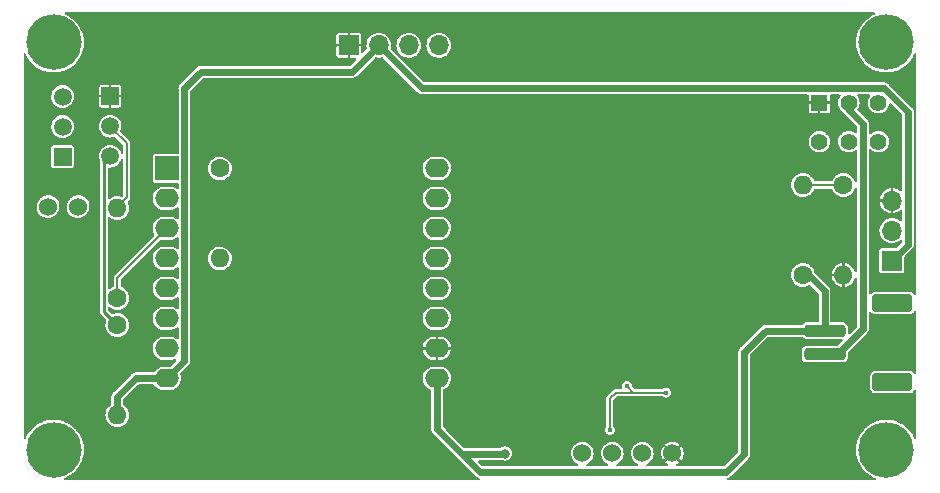
<source format=gtl>
G04 #@! TF.GenerationSoftware,KiCad,Pcbnew,6.0.2+dfsg-1*
G04 #@! TF.CreationDate,2023-06-15T00:09:11-07:00*
G04 #@! TF.ProjectId,DNS-DriveBy,444e532d-4472-4697-9665-42792e6b6963,rev?*
G04 #@! TF.SameCoordinates,Original*
G04 #@! TF.FileFunction,Copper,L1,Top*
G04 #@! TF.FilePolarity,Positive*
%FSLAX46Y46*%
G04 Gerber Fmt 4.6, Leading zero omitted, Abs format (unit mm)*
G04 Created by KiCad (PCBNEW 6.0.2+dfsg-1) date 2023-06-15 00:09:11*
%MOMM*%
%LPD*%
G01*
G04 APERTURE LIST*
G04 Aperture macros list*
%AMRoundRect*
0 Rectangle with rounded corners*
0 $1 Rounding radius*
0 $2 $3 $4 $5 $6 $7 $8 $9 X,Y pos of 4 corners*
0 Add a 4 corners polygon primitive as box body*
4,1,4,$2,$3,$4,$5,$6,$7,$8,$9,$2,$3,0*
0 Add four circle primitives for the rounded corners*
1,1,$1+$1,$2,$3*
1,1,$1+$1,$4,$5*
1,1,$1+$1,$6,$7*
1,1,$1+$1,$8,$9*
0 Add four rect primitives between the rounded corners*
20,1,$1+$1,$2,$3,$4,$5,0*
20,1,$1+$1,$4,$5,$6,$7,0*
20,1,$1+$1,$6,$7,$8,$9,0*
20,1,$1+$1,$8,$9,$2,$3,0*%
G04 Aperture macros list end*
G04 #@! TA.AperFunction,ComponentPad*
%ADD10C,4.700000*%
G04 #@! TD*
G04 #@! TA.AperFunction,ComponentPad*
%ADD11C,1.600000*%
G04 #@! TD*
G04 #@! TA.AperFunction,ComponentPad*
%ADD12O,1.600000X1.600000*%
G04 #@! TD*
G04 #@! TA.AperFunction,ComponentPad*
%ADD13R,1.500000X1.500000*%
G04 #@! TD*
G04 #@! TA.AperFunction,ComponentPad*
%ADD14C,1.500000*%
G04 #@! TD*
G04 #@! TA.AperFunction,ComponentPad*
%ADD15R,1.700000X1.700000*%
G04 #@! TD*
G04 #@! TA.AperFunction,ComponentPad*
%ADD16O,1.700000X1.700000*%
G04 #@! TD*
G04 #@! TA.AperFunction,SMDPad,CuDef*
%ADD17RoundRect,0.250000X1.500000X-0.250000X1.500000X0.250000X-1.500000X0.250000X-1.500000X-0.250000X0*%
G04 #@! TD*
G04 #@! TA.AperFunction,SMDPad,CuDef*
%ADD18RoundRect,0.250001X1.449999X-0.499999X1.449999X0.499999X-1.449999X0.499999X-1.449999X-0.499999X0*%
G04 #@! TD*
G04 #@! TA.AperFunction,ComponentPad*
%ADD19C,1.524000*%
G04 #@! TD*
G04 #@! TA.AperFunction,ComponentPad*
%ADD20R,2.000000X2.000000*%
G04 #@! TD*
G04 #@! TA.AperFunction,ComponentPad*
%ADD21O,2.000000X1.600000*%
G04 #@! TD*
G04 #@! TA.AperFunction,ComponentPad*
%ADD22R,1.400000X1.400000*%
G04 #@! TD*
G04 #@! TA.AperFunction,ComponentPad*
%ADD23C,1.400000*%
G04 #@! TD*
G04 #@! TA.AperFunction,ViaPad*
%ADD24C,0.800000*%
G04 #@! TD*
G04 #@! TA.AperFunction,ViaPad*
%ADD25C,0.400000*%
G04 #@! TD*
G04 #@! TA.AperFunction,Conductor*
%ADD26C,0.600000*%
G04 #@! TD*
G04 #@! TA.AperFunction,Conductor*
%ADD27C,0.200000*%
G04 #@! TD*
G04 #@! TA.AperFunction,Conductor*
%ADD28C,0.250000*%
G04 #@! TD*
G04 APERTURE END LIST*
D10*
X3500000Y-3500000D03*
D11*
X8890000Y-25146000D03*
D12*
X8890000Y-17526000D03*
D13*
X4260000Y-13167200D03*
D14*
X4260000Y-10627200D03*
X4260000Y-8087200D03*
D11*
X70379000Y-15575000D03*
D12*
X70379000Y-23195000D03*
D15*
X28500000Y-3750000D03*
D16*
X31040000Y-3750000D03*
X33580000Y-3750000D03*
X36120000Y-3750000D03*
D17*
X68778000Y-29905200D03*
X68778000Y-27905200D03*
D18*
X74528000Y-25555200D03*
X74528000Y-32255200D03*
D19*
X48260000Y-38301200D03*
X50800000Y-38301200D03*
X53340000Y-38301200D03*
X55880000Y-38301200D03*
D20*
X13081000Y-14173200D03*
D21*
X13081000Y-16713200D03*
X13081000Y-19253200D03*
X13081000Y-21793200D03*
X13081000Y-24333200D03*
X13081000Y-26873200D03*
X13081000Y-29413200D03*
X13081000Y-31953200D03*
X35941000Y-31953200D03*
X35941000Y-29413200D03*
X35941000Y-26873200D03*
X35941000Y-24333200D03*
X35941000Y-21793200D03*
X35941000Y-19253200D03*
X35941000Y-16713200D03*
X35941000Y-14173200D03*
D11*
X17580200Y-14178200D03*
D12*
X17580200Y-21798200D03*
D10*
X74000000Y-3500000D03*
D15*
X74479000Y-21975000D03*
D16*
X74479000Y-19435000D03*
X74479000Y-16895000D03*
D22*
X68331500Y-8607800D03*
D23*
X70831500Y-8607800D03*
X73331500Y-8607800D03*
X68331500Y-11907800D03*
X70831500Y-11907800D03*
X73331500Y-11907800D03*
D11*
X66950000Y-23195000D03*
D12*
X66950000Y-15575000D03*
D11*
X8890000Y-27432000D03*
D12*
X8890000Y-35052000D03*
D19*
X5570000Y-17410400D03*
X3030000Y-17410400D03*
D13*
X8287600Y-8067200D03*
D14*
X8287600Y-10607200D03*
X8287600Y-13147200D03*
D10*
X74000000Y-38000000D03*
X3500000Y-38000000D03*
D24*
X41705200Y-38313200D03*
D25*
X55350000Y-33150000D03*
X50600000Y-36300000D03*
X52050000Y-32600000D03*
D26*
X61976000Y-38354000D02*
X61976000Y-29718000D01*
X41664400Y-38354000D02*
X38100000Y-38354000D01*
X39624000Y-39878000D02*
X60452000Y-39878000D01*
X66921000Y-22710000D02*
X68778000Y-24567000D01*
X63788800Y-27905200D02*
X68778000Y-27905200D01*
X38100000Y-38354000D02*
X39624000Y-39878000D01*
X68778000Y-24567000D02*
X68778000Y-27905200D01*
X61976000Y-29718000D02*
X63788800Y-27905200D01*
X60452000Y-39878000D02*
X61976000Y-38354000D01*
X35941000Y-31953200D02*
X35941000Y-36195000D01*
X41705200Y-38313200D02*
X41664400Y-38354000D01*
X35941000Y-36195000D02*
X38100000Y-38354000D01*
X38100000Y-38354000D02*
X38104000Y-38350000D01*
D27*
X66950000Y-15575000D02*
X70379000Y-15575000D01*
X8890000Y-25044400D02*
X8890000Y-23444200D01*
X8890000Y-23444200D02*
X13081000Y-19253200D01*
D26*
X72031011Y-10420711D02*
X70831500Y-9221200D01*
X68778000Y-29905200D02*
X69866000Y-29905200D01*
X69866000Y-29905200D02*
X72031011Y-27740189D01*
X72031011Y-27740189D02*
X72031011Y-10420711D01*
D27*
X8287600Y-10658000D02*
X9689999Y-12060399D01*
X9689999Y-12060399D02*
X9689999Y-16624401D01*
X9689999Y-16624401D02*
X8890000Y-17424400D01*
D28*
X7755200Y-13679600D02*
X7755200Y-26297200D01*
X7755200Y-26297200D02*
X8890000Y-27432000D01*
X8287600Y-13147200D02*
X7755200Y-13679600D01*
D26*
X75828511Y-20625489D02*
X75828511Y-9408445D01*
X14580511Y-30453689D02*
X14580511Y-7369489D01*
X14580511Y-7369489D02*
X15950000Y-6000000D01*
X28790000Y-6000000D02*
X31040000Y-3750000D01*
X13081000Y-31953200D02*
X10464800Y-31953200D01*
X8890000Y-33528000D02*
X8890000Y-35052000D01*
X31050000Y-3750000D02*
X31040000Y-3750000D01*
X34700000Y-7400000D02*
X31050000Y-3750000D01*
X74479000Y-21975000D02*
X75828511Y-20625489D01*
X13081000Y-31953200D02*
X14580511Y-30453689D01*
X73820066Y-7400000D02*
X34700000Y-7400000D01*
X10464800Y-31953200D02*
X8890000Y-33528000D01*
X15950000Y-6000000D02*
X28790000Y-6000000D01*
X75828511Y-9408445D02*
X73820066Y-7400000D01*
D27*
X50600000Y-36300000D02*
X50600000Y-33650000D01*
X53750000Y-33150000D02*
X55350000Y-33150000D01*
X50600000Y-33650000D02*
X51100000Y-33150000D01*
X52600000Y-33150000D02*
X53750000Y-33150000D01*
X51100000Y-33150000D02*
X52600000Y-33150000D01*
X52050000Y-32600000D02*
X52600000Y-33150000D01*
G04 #@! TA.AperFunction,NonConductor*
G36*
X9349248Y-13377715D02*
G01*
X9384865Y-13427465D01*
X9389499Y-13457399D01*
X9389499Y-16458922D01*
X9370592Y-16517113D01*
X9360503Y-16528926D01*
X9329932Y-16559497D01*
X9275415Y-16587274D01*
X9230653Y-16584066D01*
X9202188Y-16575255D01*
X9092152Y-16541193D01*
X9087342Y-16540687D01*
X9087340Y-16540687D01*
X8901835Y-16521189D01*
X8901833Y-16521189D01*
X8897019Y-16520683D01*
X8832891Y-16526519D01*
X8706438Y-16538027D01*
X8706435Y-16538028D01*
X8701618Y-16538466D01*
X8696976Y-16539832D01*
X8696972Y-16539833D01*
X8518040Y-16592496D01*
X8518037Y-16592497D01*
X8513393Y-16593864D01*
X8339512Y-16684767D01*
X8335743Y-16687797D01*
X8335742Y-16687798D01*
X8241734Y-16763382D01*
X8184536Y-16785109D01*
X8125491Y-16769066D01*
X8087152Y-16721382D01*
X8080700Y-16686227D01*
X8080700Y-14191310D01*
X8099607Y-14133119D01*
X8149107Y-14097155D01*
X8191420Y-14093006D01*
X8267598Y-14102090D01*
X8272420Y-14101719D01*
X8272423Y-14101719D01*
X8448623Y-14088161D01*
X8448628Y-14088160D01*
X8453451Y-14087789D01*
X8632987Y-14037662D01*
X8637300Y-14035483D01*
X8637306Y-14035481D01*
X8795047Y-13955800D01*
X8795049Y-13955798D01*
X8799368Y-13953617D01*
X8946255Y-13838856D01*
X9068054Y-13697750D01*
X9160126Y-13535674D01*
X9170961Y-13503105D01*
X9196560Y-13426150D01*
X9232869Y-13376902D01*
X9291190Y-13358401D01*
X9349248Y-13377715D01*
G37*
G04 #@! TD.AperFunction*
G04 #@! TA.AperFunction,NonConductor*
G36*
X73026160Y-978907D02*
G01*
X73062124Y-1028407D01*
X73062124Y-1089593D01*
X73026160Y-1139093D01*
X73004413Y-1151048D01*
X72911903Y-1187676D01*
X72630672Y-1342284D01*
X72438946Y-1481581D01*
X72381007Y-1523676D01*
X72371036Y-1530920D01*
X72137089Y-1750610D01*
X72135108Y-1753005D01*
X71943519Y-1984597D01*
X71932522Y-1997890D01*
X71760561Y-2268858D01*
X71759244Y-2271658D01*
X71759239Y-2271666D01*
X71644822Y-2514814D01*
X71623916Y-2559242D01*
X71622954Y-2562203D01*
X71525702Y-2861512D01*
X71525700Y-2861520D01*
X71524744Y-2864462D01*
X71464608Y-3179706D01*
X71464413Y-3182809D01*
X71464412Y-3182815D01*
X71454036Y-3347749D01*
X71444457Y-3500000D01*
X71444652Y-3503099D01*
X71462069Y-3779930D01*
X71464608Y-3820294D01*
X71524744Y-4135538D01*
X71525700Y-4138480D01*
X71525702Y-4138488D01*
X71585270Y-4321818D01*
X71623916Y-4440758D01*
X71625243Y-4443578D01*
X71759239Y-4728334D01*
X71759244Y-4728342D01*
X71760561Y-4731142D01*
X71932522Y-5002110D01*
X72137089Y-5249390D01*
X72371036Y-5469080D01*
X72630672Y-5657716D01*
X72911903Y-5812324D01*
X73210294Y-5930466D01*
X73521139Y-6010277D01*
X73524220Y-6010666D01*
X73524224Y-6010667D01*
X73630933Y-6024147D01*
X73839536Y-6050500D01*
X74160464Y-6050500D01*
X74369067Y-6024147D01*
X74475776Y-6010667D01*
X74475780Y-6010666D01*
X74478861Y-6010277D01*
X74789706Y-5930466D01*
X75088097Y-5812324D01*
X75369328Y-5657716D01*
X75628964Y-5469080D01*
X75862911Y-5249390D01*
X76067478Y-5002110D01*
X76239439Y-4731142D01*
X76240756Y-4728342D01*
X76240761Y-4728334D01*
X76371409Y-4450693D01*
X76413294Y-4406091D01*
X76473395Y-4394626D01*
X76528757Y-4420677D01*
X76558233Y-4474294D01*
X76559987Y-4492845D01*
X76559987Y-24784559D01*
X76541080Y-24842750D01*
X76491580Y-24878714D01*
X76430394Y-24878714D01*
X76380894Y-24842750D01*
X76380888Y-24842740D01*
X76380634Y-24842017D01*
X76330628Y-24774314D01*
X76304550Y-24739007D01*
X76300150Y-24733050D01*
X76294193Y-24728650D01*
X76197135Y-24656962D01*
X76197134Y-24656961D01*
X76191183Y-24652566D01*
X76063368Y-24607681D01*
X76057361Y-24607113D01*
X76057360Y-24607113D01*
X76034144Y-24604918D01*
X76034134Y-24604918D01*
X76031833Y-24604700D01*
X74528647Y-24604700D01*
X73024168Y-24604701D01*
X72992632Y-24607681D01*
X72986945Y-24609678D01*
X72986941Y-24609679D01*
X72948710Y-24623105D01*
X72864817Y-24652566D01*
X72858866Y-24656961D01*
X72858865Y-24656962D01*
X72761807Y-24728650D01*
X72755850Y-24733050D01*
X72751450Y-24739007D01*
X72710144Y-24794931D01*
X72660363Y-24830505D01*
X72599180Y-24830024D01*
X72549964Y-24793673D01*
X72531511Y-24736113D01*
X72531511Y-12623002D01*
X72550418Y-12564811D01*
X72599918Y-12528847D01*
X72661104Y-12528847D01*
X72704083Y-12556758D01*
X72725629Y-12580688D01*
X72878770Y-12691951D01*
X72883502Y-12694058D01*
X72883504Y-12694059D01*
X72913282Y-12707317D01*
X73051697Y-12768944D01*
X73056767Y-12770022D01*
X73056768Y-12770022D01*
X73082837Y-12775563D01*
X73236854Y-12808300D01*
X73426146Y-12808300D01*
X73580163Y-12775563D01*
X73606232Y-12770022D01*
X73606233Y-12770022D01*
X73611303Y-12768944D01*
X73749718Y-12707317D01*
X73779496Y-12694059D01*
X73779498Y-12694058D01*
X73784230Y-12691951D01*
X73937371Y-12580688D01*
X73940837Y-12576838D01*
X73940841Y-12576835D01*
X74060561Y-12443872D01*
X74064033Y-12440016D01*
X74111114Y-12358470D01*
X74156087Y-12280574D01*
X74156088Y-12280572D01*
X74158679Y-12276084D01*
X74172434Y-12233752D01*
X74215572Y-12100988D01*
X74215573Y-12100983D01*
X74217174Y-12096056D01*
X74236960Y-11907800D01*
X74217174Y-11719544D01*
X74215573Y-11714617D01*
X74215572Y-11714612D01*
X74160281Y-11544446D01*
X74160280Y-11544445D01*
X74158679Y-11539516D01*
X74144803Y-11515481D01*
X74066626Y-11380075D01*
X74066625Y-11380074D01*
X74064033Y-11375584D01*
X74012955Y-11318856D01*
X73940841Y-11238765D01*
X73940837Y-11238762D01*
X73937371Y-11234912D01*
X73784230Y-11123649D01*
X73779498Y-11121542D01*
X73779496Y-11121541D01*
X73616040Y-11048765D01*
X73616039Y-11048765D01*
X73611303Y-11046656D01*
X73606233Y-11045578D01*
X73606232Y-11045578D01*
X73568890Y-11037641D01*
X73426146Y-11007300D01*
X73236854Y-11007300D01*
X73094110Y-11037641D01*
X73056768Y-11045578D01*
X73056767Y-11045578D01*
X73051697Y-11046656D01*
X73046961Y-11048765D01*
X73046960Y-11048765D01*
X72883504Y-11121541D01*
X72883502Y-11121542D01*
X72878770Y-11123649D01*
X72725629Y-11234912D01*
X72722160Y-11238765D01*
X72722159Y-11238766D01*
X72704082Y-11258842D01*
X72651094Y-11289435D01*
X72590243Y-11283039D01*
X72544774Y-11242097D01*
X72531511Y-11192598D01*
X72531511Y-10487877D01*
X72532930Y-10475176D01*
X72532908Y-10475174D01*
X72533474Y-10468142D01*
X72535030Y-10461264D01*
X72531701Y-10407609D01*
X72531511Y-10401478D01*
X72531511Y-10384771D01*
X72531012Y-10381284D01*
X72531011Y-10381276D01*
X72529910Y-10373590D01*
X72529100Y-10365687D01*
X72526589Y-10325210D01*
X72526588Y-10325207D01*
X72526152Y-10318173D01*
X72523759Y-10311544D01*
X72523758Y-10311540D01*
X72522669Y-10308524D01*
X72517788Y-10288947D01*
X72517334Y-10285775D01*
X72517334Y-10285774D01*
X72516334Y-10278793D01*
X72513415Y-10272374D01*
X72513414Y-10272369D01*
X72496630Y-10235454D01*
X72493634Y-10228096D01*
X72479866Y-10189959D01*
X72477471Y-10183324D01*
X72471419Y-10175039D01*
X72461243Y-10157625D01*
X72456995Y-10148283D01*
X72443283Y-10132370D01*
X72425918Y-10112216D01*
X72420978Y-10105995D01*
X72415616Y-10098656D01*
X72412489Y-10094375D01*
X72401025Y-10082911D01*
X72396030Y-10077530D01*
X72368016Y-10045018D01*
X72368015Y-10045017D01*
X72363411Y-10039674D01*
X72356200Y-10035000D01*
X72340043Y-10021929D01*
X71578869Y-9260755D01*
X71551092Y-9206238D01*
X71560663Y-9145806D01*
X71564164Y-9140092D01*
X71564033Y-9140016D01*
X71656087Y-8980574D01*
X71656088Y-8980572D01*
X71658679Y-8976084D01*
X71684885Y-8895431D01*
X71715572Y-8800988D01*
X71715573Y-8800983D01*
X71717174Y-8796056D01*
X71736960Y-8607800D01*
X71717174Y-8419544D01*
X71715573Y-8414617D01*
X71715572Y-8414612D01*
X71660281Y-8244446D01*
X71660280Y-8244445D01*
X71658679Y-8239516D01*
X71570740Y-8087200D01*
X71566626Y-8080075D01*
X71566625Y-8080074D01*
X71564033Y-8075584D01*
X71555173Y-8065744D01*
X71530286Y-8009848D01*
X71543007Y-7950000D01*
X71588477Y-7909059D01*
X71628744Y-7900500D01*
X72534256Y-7900500D01*
X72592447Y-7919407D01*
X72628411Y-7968907D01*
X72628411Y-8030093D01*
X72607827Y-8065744D01*
X72598967Y-8075584D01*
X72596375Y-8080074D01*
X72596374Y-8080075D01*
X72592261Y-8087200D01*
X72504321Y-8239516D01*
X72502720Y-8244445D01*
X72502719Y-8244446D01*
X72447428Y-8414612D01*
X72447427Y-8414617D01*
X72445826Y-8419544D01*
X72426040Y-8607800D01*
X72445826Y-8796056D01*
X72447427Y-8800983D01*
X72447428Y-8800988D01*
X72478115Y-8895431D01*
X72504321Y-8976084D01*
X72506912Y-8980572D01*
X72506913Y-8980574D01*
X72575835Y-9099950D01*
X72598967Y-9140016D01*
X72602439Y-9143872D01*
X72722159Y-9276835D01*
X72722163Y-9276838D01*
X72725629Y-9280688D01*
X72878770Y-9391951D01*
X72883502Y-9394058D01*
X72883504Y-9394059D01*
X72991088Y-9441959D01*
X73051697Y-9468944D01*
X73056767Y-9470022D01*
X73056768Y-9470022D01*
X73083058Y-9475610D01*
X73236854Y-9508300D01*
X73426146Y-9508300D01*
X73579942Y-9475610D01*
X73606232Y-9470022D01*
X73606233Y-9470022D01*
X73611303Y-9468944D01*
X73671912Y-9441959D01*
X73779496Y-9394059D01*
X73779498Y-9394058D01*
X73784230Y-9391951D01*
X73937371Y-9280688D01*
X73940837Y-9276838D01*
X73940841Y-9276835D01*
X74060561Y-9143872D01*
X74064033Y-9140016D01*
X74087165Y-9099950D01*
X74156087Y-8980574D01*
X74156088Y-8980572D01*
X74158679Y-8976084D01*
X74184885Y-8895431D01*
X74215572Y-8800988D01*
X74215573Y-8800983D01*
X74217174Y-8796056D01*
X74223167Y-8739032D01*
X74248053Y-8683138D01*
X74301041Y-8652545D01*
X74361891Y-8658940D01*
X74391629Y-8679377D01*
X75299015Y-9586763D01*
X75326792Y-9641280D01*
X75328011Y-9656767D01*
X75328011Y-16023541D01*
X75309104Y-16081732D01*
X75259604Y-16117696D01*
X75198418Y-16117696D01*
X75165906Y-16099822D01*
X75073002Y-16022965D01*
X75073000Y-16022964D01*
X75069275Y-16019882D01*
X74888055Y-15921897D01*
X74797944Y-15894003D01*
X74695875Y-15862407D01*
X74695871Y-15862406D01*
X74691254Y-15860977D01*
X74686446Y-15860472D01*
X74686443Y-15860471D01*
X74491185Y-15839949D01*
X74491183Y-15839949D01*
X74486369Y-15839443D01*
X74426354Y-15844905D01*
X74286022Y-15857675D01*
X74286017Y-15857676D01*
X74281203Y-15858114D01*
X74083572Y-15916280D01*
X74079288Y-15918519D01*
X74079287Y-15918520D01*
X74068428Y-15924197D01*
X73901002Y-16011726D01*
X73897231Y-16014758D01*
X73744220Y-16137781D01*
X73744217Y-16137783D01*
X73740447Y-16140815D01*
X73737333Y-16144526D01*
X73737332Y-16144527D01*
X73629221Y-16273369D01*
X73608024Y-16298630D01*
X73605689Y-16302878D01*
X73605688Y-16302879D01*
X73603960Y-16306022D01*
X73508776Y-16479162D01*
X73507313Y-16483775D01*
X73507311Y-16483779D01*
X73466741Y-16611674D01*
X73446484Y-16675532D01*
X73445944Y-16680344D01*
X73445944Y-16680345D01*
X73424090Y-16875183D01*
X73423520Y-16880262D01*
X73423925Y-16885082D01*
X73439306Y-17068244D01*
X73440759Y-17085553D01*
X73442092Y-17090201D01*
X73442092Y-17090202D01*
X73486801Y-17246119D01*
X73497544Y-17283586D01*
X73499759Y-17287896D01*
X73519392Y-17326098D01*
X73591712Y-17466818D01*
X73719677Y-17628270D01*
X73723357Y-17631402D01*
X73723359Y-17631404D01*
X73801986Y-17698320D01*
X73876564Y-17761791D01*
X73880787Y-17764151D01*
X73880791Y-17764154D01*
X73959216Y-17807984D01*
X74056398Y-17862297D01*
X74060996Y-17863791D01*
X74247724Y-17924463D01*
X74247726Y-17924464D01*
X74252329Y-17925959D01*
X74456894Y-17950351D01*
X74461716Y-17949980D01*
X74461719Y-17949980D01*
X74529541Y-17944761D01*
X74662300Y-17934546D01*
X74860725Y-17879145D01*
X74865038Y-17876966D01*
X74865044Y-17876964D01*
X75040289Y-17788441D01*
X75040291Y-17788440D01*
X75044610Y-17786258D01*
X75068209Y-17767821D01*
X75168061Y-17689808D01*
X75225556Y-17668881D01*
X75284371Y-17685746D01*
X75322041Y-17733961D01*
X75328011Y-17767821D01*
X75328011Y-18563541D01*
X75309104Y-18621732D01*
X75259604Y-18657696D01*
X75198418Y-18657696D01*
X75165906Y-18639822D01*
X75073002Y-18562965D01*
X75073000Y-18562964D01*
X75069275Y-18559882D01*
X74888055Y-18461897D01*
X74824855Y-18442333D01*
X74695875Y-18402407D01*
X74695871Y-18402406D01*
X74691254Y-18400977D01*
X74686446Y-18400472D01*
X74686443Y-18400471D01*
X74491185Y-18379949D01*
X74491183Y-18379949D01*
X74486369Y-18379443D01*
X74426354Y-18384905D01*
X74286022Y-18397675D01*
X74286017Y-18397676D01*
X74281203Y-18398114D01*
X74083572Y-18456280D01*
X74079288Y-18458519D01*
X74079287Y-18458520D01*
X74070138Y-18463303D01*
X73901002Y-18551726D01*
X73897231Y-18554758D01*
X73744220Y-18677781D01*
X73744217Y-18677783D01*
X73740447Y-18680815D01*
X73608024Y-18838630D01*
X73508776Y-19019162D01*
X73507313Y-19023775D01*
X73507311Y-19023779D01*
X73481749Y-19104362D01*
X73446484Y-19215532D01*
X73445944Y-19220344D01*
X73445944Y-19220345D01*
X73425002Y-19407052D01*
X73423520Y-19420262D01*
X73423925Y-19425082D01*
X73439306Y-19608244D01*
X73440759Y-19625553D01*
X73442092Y-19630201D01*
X73442092Y-19630202D01*
X73486801Y-19786119D01*
X73497544Y-19823586D01*
X73499759Y-19827896D01*
X73519752Y-19866799D01*
X73591712Y-20006818D01*
X73719677Y-20168270D01*
X73723357Y-20171402D01*
X73723359Y-20171404D01*
X73801986Y-20238320D01*
X73876564Y-20301791D01*
X73880787Y-20304151D01*
X73880791Y-20304154D01*
X73920342Y-20326258D01*
X74056398Y-20402297D01*
X74060996Y-20403791D01*
X74247724Y-20464463D01*
X74247726Y-20464464D01*
X74252329Y-20465959D01*
X74456894Y-20490351D01*
X74461716Y-20489980D01*
X74461719Y-20489980D01*
X74529541Y-20484761D01*
X74662300Y-20474546D01*
X74860725Y-20419145D01*
X74865038Y-20416966D01*
X74865044Y-20416964D01*
X75040289Y-20328441D01*
X75040291Y-20328440D01*
X75044610Y-20326258D01*
X75068209Y-20307821D01*
X75168061Y-20229808D01*
X75225556Y-20208881D01*
X75284371Y-20225746D01*
X75322041Y-20273961D01*
X75328011Y-20307821D01*
X75328011Y-20377167D01*
X75309104Y-20435358D01*
X75299015Y-20447171D01*
X74850682Y-20895504D01*
X74796165Y-20923281D01*
X74780678Y-20924500D01*
X73609252Y-20924500D01*
X73583005Y-20929721D01*
X73560334Y-20934230D01*
X73560332Y-20934231D01*
X73550769Y-20936133D01*
X73484448Y-20980448D01*
X73440133Y-21046769D01*
X73428500Y-21105252D01*
X73428500Y-22844748D01*
X73440133Y-22903231D01*
X73484448Y-22969552D01*
X73550769Y-23013867D01*
X73560332Y-23015769D01*
X73560334Y-23015770D01*
X73578077Y-23019299D01*
X73609252Y-23025500D01*
X75348748Y-23025500D01*
X75379923Y-23019299D01*
X75397666Y-23015770D01*
X75397668Y-23015769D01*
X75407231Y-23013867D01*
X75473552Y-22969552D01*
X75517867Y-22903231D01*
X75529500Y-22844748D01*
X75529500Y-21673322D01*
X75548407Y-21615131D01*
X75558496Y-21603318D01*
X76134930Y-21026884D01*
X76144910Y-21018910D01*
X76144895Y-21018893D01*
X76150265Y-21014323D01*
X76156231Y-21010559D01*
X76160899Y-21005274D01*
X76160902Y-21005271D01*
X76191803Y-20970281D01*
X76196003Y-20965811D01*
X76207832Y-20953982D01*
X76214617Y-20944929D01*
X76219612Y-20938793D01*
X76251134Y-20903101D01*
X76254131Y-20896718D01*
X76254133Y-20896715D01*
X76255494Y-20893817D01*
X76265883Y-20876527D01*
X76267808Y-20873959D01*
X76267812Y-20873953D01*
X76272038Y-20868313D01*
X76283926Y-20836603D01*
X76288749Y-20823736D01*
X76291835Y-20816413D01*
X76309063Y-20779719D01*
X76309064Y-20779716D01*
X76312064Y-20773326D01*
X76313643Y-20763187D01*
X76318763Y-20743672D01*
X76319888Y-20740672D01*
X76319888Y-20740670D01*
X76322363Y-20734069D01*
X76325892Y-20686581D01*
X76326798Y-20678696D01*
X76328423Y-20668261D01*
X76328424Y-20668253D01*
X76329011Y-20664480D01*
X76329011Y-20648280D01*
X76329283Y-20640944D01*
X76332464Y-20598130D01*
X76332987Y-20591097D01*
X76331192Y-20582688D01*
X76329011Y-20562021D01*
X76329011Y-9475610D01*
X76330430Y-9462909D01*
X76330408Y-9462907D01*
X76330974Y-9455875D01*
X76332530Y-9448997D01*
X76329201Y-9395342D01*
X76329011Y-9389211D01*
X76329011Y-9372505D01*
X76328512Y-9369018D01*
X76328511Y-9369010D01*
X76327410Y-9361324D01*
X76326600Y-9353421D01*
X76324089Y-9312944D01*
X76324088Y-9312941D01*
X76323652Y-9305907D01*
X76321259Y-9299278D01*
X76321258Y-9299274D01*
X76320169Y-9296258D01*
X76315288Y-9276681D01*
X76314834Y-9273509D01*
X76314834Y-9273508D01*
X76313834Y-9266527D01*
X76310915Y-9260108D01*
X76310914Y-9260103D01*
X76294130Y-9223188D01*
X76291134Y-9215830D01*
X76277366Y-9177693D01*
X76274971Y-9171058D01*
X76268919Y-9162773D01*
X76258743Y-9145359D01*
X76254495Y-9136017D01*
X76240783Y-9120104D01*
X76223418Y-9099950D01*
X76218478Y-9093729D01*
X76218164Y-9093299D01*
X76209989Y-9082109D01*
X76198525Y-9070645D01*
X76193530Y-9065264D01*
X76165516Y-9032752D01*
X76165515Y-9032751D01*
X76160911Y-9027408D01*
X76153700Y-9022734D01*
X76137543Y-9009663D01*
X74221461Y-7093581D01*
X74213487Y-7083601D01*
X74213470Y-7083616D01*
X74208900Y-7078246D01*
X74205136Y-7072280D01*
X74199851Y-7067612D01*
X74199848Y-7067609D01*
X74164858Y-7036708D01*
X74160388Y-7032508D01*
X74148560Y-7020680D01*
X74139513Y-7013900D01*
X74133367Y-7008896D01*
X74097678Y-6977377D01*
X74088395Y-6973018D01*
X74071100Y-6962627D01*
X74062890Y-6956474D01*
X74041113Y-6948310D01*
X74018320Y-6939765D01*
X74011000Y-6936680D01*
X73974292Y-6919446D01*
X73974288Y-6919445D01*
X73967903Y-6916447D01*
X73960935Y-6915362D01*
X73960931Y-6915361D01*
X73957774Y-6914870D01*
X73938246Y-6909747D01*
X73935246Y-6908622D01*
X73935244Y-6908622D01*
X73928646Y-6906148D01*
X73881158Y-6902619D01*
X73873273Y-6901713D01*
X73862838Y-6900088D01*
X73862830Y-6900087D01*
X73859057Y-6899500D01*
X73842857Y-6899500D01*
X73835521Y-6899228D01*
X73832231Y-6898984D01*
X73785674Y-6895524D01*
X73778779Y-6896996D01*
X73778777Y-6896996D01*
X73777265Y-6897319D01*
X73756598Y-6899500D01*
X34948322Y-6899500D01*
X34890131Y-6880593D01*
X34878318Y-6870504D01*
X32093197Y-4085383D01*
X32065420Y-4030866D01*
X32068497Y-3993578D01*
X32066750Y-3993181D01*
X32067824Y-3988453D01*
X32069351Y-3983863D01*
X32095171Y-3779474D01*
X32095583Y-3750000D01*
X32094138Y-3735262D01*
X32524520Y-3735262D01*
X32541759Y-3940553D01*
X32543092Y-3945201D01*
X32543092Y-3945202D01*
X32596795Y-4132485D01*
X32598544Y-4138586D01*
X32692712Y-4321818D01*
X32820677Y-4483270D01*
X32824357Y-4486402D01*
X32824359Y-4486404D01*
X32877566Y-4531686D01*
X32977564Y-4616791D01*
X32981787Y-4619151D01*
X32981791Y-4619154D01*
X33021342Y-4641258D01*
X33157398Y-4717297D01*
X33161996Y-4718791D01*
X33348724Y-4779463D01*
X33348726Y-4779464D01*
X33353329Y-4780959D01*
X33557894Y-4805351D01*
X33562716Y-4804980D01*
X33562719Y-4804980D01*
X33633259Y-4799552D01*
X33763300Y-4789546D01*
X33961725Y-4734145D01*
X33966038Y-4731966D01*
X33966044Y-4731964D01*
X34141289Y-4643441D01*
X34141291Y-4643440D01*
X34145610Y-4641258D01*
X34285857Y-4531686D01*
X34304135Y-4517406D01*
X34304139Y-4517402D01*
X34307951Y-4514424D01*
X34326578Y-4492845D01*
X34374093Y-4437797D01*
X34442564Y-4358472D01*
X34461231Y-4325613D01*
X34541934Y-4183550D01*
X34541935Y-4183547D01*
X34544323Y-4179344D01*
X34557882Y-4138586D01*
X34607824Y-3988454D01*
X34607824Y-3988452D01*
X34609351Y-3983863D01*
X34635171Y-3779474D01*
X34635583Y-3750000D01*
X34634138Y-3735262D01*
X35064520Y-3735262D01*
X35081759Y-3940553D01*
X35083092Y-3945201D01*
X35083092Y-3945202D01*
X35136795Y-4132485D01*
X35138544Y-4138586D01*
X35232712Y-4321818D01*
X35360677Y-4483270D01*
X35364357Y-4486402D01*
X35364359Y-4486404D01*
X35417566Y-4531686D01*
X35517564Y-4616791D01*
X35521787Y-4619151D01*
X35521791Y-4619154D01*
X35561342Y-4641258D01*
X35697398Y-4717297D01*
X35701996Y-4718791D01*
X35888724Y-4779463D01*
X35888726Y-4779464D01*
X35893329Y-4780959D01*
X36097894Y-4805351D01*
X36102716Y-4804980D01*
X36102719Y-4804980D01*
X36173259Y-4799552D01*
X36303300Y-4789546D01*
X36501725Y-4734145D01*
X36506038Y-4731966D01*
X36506044Y-4731964D01*
X36681289Y-4643441D01*
X36681291Y-4643440D01*
X36685610Y-4641258D01*
X36825857Y-4531686D01*
X36844135Y-4517406D01*
X36844139Y-4517402D01*
X36847951Y-4514424D01*
X36866578Y-4492845D01*
X36914093Y-4437797D01*
X36982564Y-4358472D01*
X37001231Y-4325613D01*
X37081934Y-4183550D01*
X37081935Y-4183547D01*
X37084323Y-4179344D01*
X37097882Y-4138586D01*
X37147824Y-3988454D01*
X37147824Y-3988452D01*
X37149351Y-3983863D01*
X37175171Y-3779474D01*
X37175583Y-3750000D01*
X37173667Y-3730454D01*
X37155952Y-3549780D01*
X37155951Y-3549776D01*
X37155480Y-3544970D01*
X37095935Y-3347749D01*
X36999218Y-3165849D01*
X36869011Y-3006200D01*
X36722639Y-2885110D01*
X36714002Y-2877965D01*
X36714000Y-2877964D01*
X36710275Y-2874882D01*
X36529055Y-2776897D01*
X36459764Y-2755448D01*
X36336875Y-2717407D01*
X36336871Y-2717406D01*
X36332254Y-2715977D01*
X36327446Y-2715472D01*
X36327443Y-2715471D01*
X36132185Y-2694949D01*
X36132183Y-2694949D01*
X36127369Y-2694443D01*
X36071800Y-2699500D01*
X35927022Y-2712675D01*
X35927017Y-2712676D01*
X35922203Y-2713114D01*
X35724572Y-2771280D01*
X35720288Y-2773519D01*
X35720287Y-2773520D01*
X35709428Y-2779197D01*
X35542002Y-2866726D01*
X35538231Y-2869758D01*
X35385220Y-2992781D01*
X35385217Y-2992783D01*
X35381447Y-2995815D01*
X35378333Y-2999526D01*
X35378332Y-2999527D01*
X35285079Y-3110662D01*
X35249024Y-3153630D01*
X35246689Y-3157878D01*
X35246688Y-3157879D01*
X35239955Y-3170126D01*
X35149776Y-3334162D01*
X35087484Y-3530532D01*
X35086944Y-3535344D01*
X35086944Y-3535345D01*
X35077019Y-3623834D01*
X35064520Y-3735262D01*
X34634138Y-3735262D01*
X34633667Y-3730454D01*
X34615952Y-3549780D01*
X34615951Y-3549776D01*
X34615480Y-3544970D01*
X34555935Y-3347749D01*
X34459218Y-3165849D01*
X34329011Y-3006200D01*
X34182639Y-2885110D01*
X34174002Y-2877965D01*
X34174000Y-2877964D01*
X34170275Y-2874882D01*
X33989055Y-2776897D01*
X33919764Y-2755448D01*
X33796875Y-2717407D01*
X33796871Y-2717406D01*
X33792254Y-2715977D01*
X33787446Y-2715472D01*
X33787443Y-2715471D01*
X33592185Y-2694949D01*
X33592183Y-2694949D01*
X33587369Y-2694443D01*
X33531800Y-2699500D01*
X33387022Y-2712675D01*
X33387017Y-2712676D01*
X33382203Y-2713114D01*
X33184572Y-2771280D01*
X33180288Y-2773519D01*
X33180287Y-2773520D01*
X33169428Y-2779197D01*
X33002002Y-2866726D01*
X32998231Y-2869758D01*
X32845220Y-2992781D01*
X32845217Y-2992783D01*
X32841447Y-2995815D01*
X32838333Y-2999526D01*
X32838332Y-2999527D01*
X32745079Y-3110662D01*
X32709024Y-3153630D01*
X32706689Y-3157878D01*
X32706688Y-3157879D01*
X32699955Y-3170126D01*
X32609776Y-3334162D01*
X32547484Y-3530532D01*
X32546944Y-3535344D01*
X32546944Y-3535345D01*
X32537019Y-3623834D01*
X32524520Y-3735262D01*
X32094138Y-3735262D01*
X32093667Y-3730454D01*
X32075952Y-3549780D01*
X32075951Y-3549776D01*
X32075480Y-3544970D01*
X32015935Y-3347749D01*
X31919218Y-3165849D01*
X31789011Y-3006200D01*
X31642639Y-2885110D01*
X31634002Y-2877965D01*
X31634000Y-2877964D01*
X31630275Y-2874882D01*
X31449055Y-2776897D01*
X31379764Y-2755448D01*
X31256875Y-2717407D01*
X31256871Y-2717406D01*
X31252254Y-2715977D01*
X31247446Y-2715472D01*
X31247443Y-2715471D01*
X31052185Y-2694949D01*
X31052183Y-2694949D01*
X31047369Y-2694443D01*
X30991800Y-2699500D01*
X30847022Y-2712675D01*
X30847017Y-2712676D01*
X30842203Y-2713114D01*
X30644572Y-2771280D01*
X30640288Y-2773519D01*
X30640287Y-2773520D01*
X30629428Y-2779197D01*
X30462002Y-2866726D01*
X30458231Y-2869758D01*
X30305220Y-2992781D01*
X30305217Y-2992783D01*
X30301447Y-2995815D01*
X30298333Y-2999526D01*
X30298332Y-2999527D01*
X30205079Y-3110662D01*
X30169024Y-3153630D01*
X30166689Y-3157878D01*
X30166688Y-3157879D01*
X30159955Y-3170126D01*
X30069776Y-3334162D01*
X30007484Y-3530532D01*
X30006944Y-3535344D01*
X30006944Y-3535345D01*
X29997019Y-3623834D01*
X29984520Y-3735262D01*
X30001759Y-3940553D01*
X30003092Y-3945201D01*
X30003092Y-3945202D01*
X30016855Y-3993200D01*
X30014719Y-4054348D01*
X29991694Y-4090492D01*
X29719504Y-4362682D01*
X29664987Y-4390459D01*
X29604555Y-4380888D01*
X29561290Y-4337623D01*
X29550500Y-4292678D01*
X29550500Y-2880252D01*
X29538867Y-2821769D01*
X29494552Y-2755448D01*
X29428231Y-2711133D01*
X29418668Y-2709231D01*
X29418666Y-2709230D01*
X29395995Y-2704721D01*
X29369748Y-2699500D01*
X27630252Y-2699500D01*
X27604005Y-2704721D01*
X27581334Y-2709230D01*
X27581332Y-2709231D01*
X27571769Y-2711133D01*
X27505448Y-2755448D01*
X27461133Y-2821769D01*
X27449500Y-2880252D01*
X27449500Y-4619748D01*
X27461133Y-4678231D01*
X27505448Y-4744552D01*
X27571769Y-4788867D01*
X27581332Y-4790769D01*
X27581334Y-4790770D01*
X27604005Y-4795279D01*
X27630252Y-4800500D01*
X29042678Y-4800500D01*
X29100869Y-4819407D01*
X29136833Y-4868907D01*
X29136833Y-4930093D01*
X29112682Y-4969504D01*
X28611682Y-5470504D01*
X28557165Y-5498281D01*
X28541678Y-5499500D01*
X16017166Y-5499500D01*
X16004465Y-5498081D01*
X16004463Y-5498103D01*
X15997431Y-5497537D01*
X15990553Y-5495981D01*
X15939393Y-5499155D01*
X15936898Y-5499310D01*
X15930767Y-5499500D01*
X15914060Y-5499500D01*
X15910573Y-5499999D01*
X15910565Y-5500000D01*
X15902879Y-5501101D01*
X15894976Y-5501911D01*
X15854499Y-5504422D01*
X15854496Y-5504423D01*
X15847462Y-5504859D01*
X15840833Y-5507252D01*
X15840829Y-5507253D01*
X15837813Y-5508342D01*
X15818237Y-5513223D01*
X15817045Y-5513394D01*
X15815064Y-5513677D01*
X15815063Y-5513677D01*
X15808082Y-5514677D01*
X15801663Y-5517596D01*
X15801658Y-5517597D01*
X15764743Y-5534381D01*
X15757385Y-5537377D01*
X15712613Y-5553540D01*
X15704328Y-5559592D01*
X15686914Y-5569768D01*
X15677572Y-5574016D01*
X15672228Y-5578621D01*
X15641505Y-5605093D01*
X15635284Y-5610033D01*
X15623664Y-5618522D01*
X15612200Y-5629986D01*
X15606819Y-5634981D01*
X15568963Y-5667600D01*
X15565126Y-5673520D01*
X15564289Y-5674811D01*
X15551218Y-5690968D01*
X14274092Y-6968094D01*
X14264112Y-6976068D01*
X14264127Y-6976085D01*
X14258757Y-6980655D01*
X14252791Y-6984419D01*
X14248123Y-6989704D01*
X14248120Y-6989707D01*
X14217219Y-7024697D01*
X14213019Y-7029167D01*
X14201191Y-7040995D01*
X14194413Y-7050039D01*
X14189407Y-7056188D01*
X14157888Y-7091877D01*
X14153529Y-7101160D01*
X14143138Y-7118455D01*
X14136985Y-7126665D01*
X14134509Y-7133270D01*
X14120276Y-7171235D01*
X14117191Y-7178555D01*
X14099957Y-7215263D01*
X14099956Y-7215267D01*
X14096958Y-7221652D01*
X14095873Y-7228620D01*
X14095872Y-7228624D01*
X14095381Y-7231781D01*
X14090258Y-7251309D01*
X14086659Y-7260909D01*
X14083583Y-7302310D01*
X14083131Y-7308387D01*
X14082224Y-7316282D01*
X14080599Y-7326717D01*
X14080598Y-7326725D01*
X14080011Y-7330498D01*
X14080011Y-7346698D01*
X14079739Y-7354034D01*
X14076035Y-7403881D01*
X14077507Y-7410776D01*
X14077507Y-7410778D01*
X14077830Y-7412290D01*
X14080011Y-7432957D01*
X14080011Y-12873700D01*
X14061104Y-12931891D01*
X14011604Y-12967855D01*
X13981011Y-12972700D01*
X12061252Y-12972700D01*
X12035005Y-12977921D01*
X12012334Y-12982430D01*
X12012332Y-12982431D01*
X12002769Y-12984333D01*
X11936448Y-13028648D01*
X11892133Y-13094969D01*
X11880500Y-13153452D01*
X11880500Y-15192948D01*
X11892133Y-15251431D01*
X11936448Y-15317752D01*
X12002769Y-15362067D01*
X12012332Y-15363969D01*
X12012334Y-15363970D01*
X12035005Y-15368479D01*
X12061252Y-15373700D01*
X13981011Y-15373700D01*
X14039202Y-15392607D01*
X14075166Y-15442107D01*
X14080011Y-15472700D01*
X14080011Y-15861097D01*
X14061104Y-15919288D01*
X14011604Y-15955252D01*
X13950418Y-15955252D01*
X13924227Y-15942193D01*
X13921714Y-15940433D01*
X13771621Y-15835337D01*
X13767025Y-15833348D01*
X13767023Y-15833347D01*
X13589677Y-15756603D01*
X13589678Y-15756603D01*
X13585081Y-15754614D01*
X13386120Y-15713049D01*
X13381568Y-15712810D01*
X13380766Y-15712768D01*
X13380751Y-15712768D01*
X13379461Y-15712700D01*
X12830200Y-15712700D01*
X12827712Y-15712953D01*
X12827706Y-15712953D01*
X12767184Y-15719101D01*
X12678784Y-15728080D01*
X12484828Y-15788862D01*
X12307056Y-15887403D01*
X12152729Y-16019677D01*
X12028152Y-16180281D01*
X11938413Y-16362655D01*
X11923253Y-16420855D01*
X11892039Y-16540687D01*
X11887178Y-16559348D01*
X11886915Y-16564360D01*
X11886915Y-16564362D01*
X11885107Y-16598871D01*
X11876541Y-16762326D01*
X11906935Y-16963297D01*
X11977119Y-17154052D01*
X12084226Y-17326799D01*
X12223881Y-17474480D01*
X12227986Y-17477354D01*
X12227989Y-17477357D01*
X12381706Y-17584990D01*
X12390379Y-17591063D01*
X12394975Y-17593052D01*
X12394977Y-17593053D01*
X12492156Y-17635106D01*
X12576919Y-17671786D01*
X12775880Y-17713351D01*
X12780432Y-17713590D01*
X12781234Y-17713632D01*
X12781249Y-17713632D01*
X12782539Y-17713700D01*
X13331800Y-17713700D01*
X13334288Y-17713447D01*
X13334294Y-17713447D01*
X13394816Y-17707299D01*
X13483216Y-17698320D01*
X13677172Y-17637538D01*
X13854944Y-17538997D01*
X13916585Y-17486165D01*
X13973071Y-17462652D01*
X14032591Y-17476831D01*
X14072409Y-17523288D01*
X14080011Y-17561333D01*
X14080011Y-18401097D01*
X14061104Y-18459288D01*
X14011604Y-18495252D01*
X13950418Y-18495252D01*
X13924227Y-18482193D01*
X13899108Y-18464604D01*
X13771621Y-18375337D01*
X13767025Y-18373348D01*
X13767023Y-18373347D01*
X13589677Y-18296603D01*
X13589678Y-18296603D01*
X13585081Y-18294614D01*
X13386120Y-18253049D01*
X13381568Y-18252810D01*
X13380766Y-18252768D01*
X13380751Y-18252768D01*
X13379461Y-18252700D01*
X12830200Y-18252700D01*
X12827712Y-18252953D01*
X12827706Y-18252953D01*
X12767184Y-18259101D01*
X12678784Y-18268080D01*
X12620220Y-18286433D01*
X12534155Y-18313404D01*
X12484828Y-18328862D01*
X12307056Y-18427403D01*
X12152729Y-18559677D01*
X12028152Y-18720281D01*
X11938413Y-18902655D01*
X11887178Y-19099348D01*
X11876541Y-19302326D01*
X11906935Y-19503297D01*
X11977119Y-19694052D01*
X11979759Y-19698310D01*
X11979760Y-19698312D01*
X12026881Y-19774310D01*
X12041476Y-19833730D01*
X12018358Y-19890379D01*
X12012746Y-19896483D01*
X8715349Y-23193880D01*
X8712220Y-23196580D01*
X8707731Y-23198775D01*
X8701513Y-23205478D01*
X8674107Y-23235022D01*
X8671531Y-23237698D01*
X8657752Y-23251477D01*
X8655207Y-23255187D01*
X8651771Y-23259100D01*
X8631599Y-23280846D01*
X8628212Y-23289334D01*
X8628212Y-23289335D01*
X8627334Y-23291536D01*
X8617020Y-23310852D01*
X8615679Y-23312807D01*
X8615678Y-23312810D01*
X8610508Y-23320346D01*
X8608398Y-23329238D01*
X8604359Y-23346258D01*
X8599986Y-23360084D01*
X8593444Y-23376483D01*
X8590117Y-23384822D01*
X8589500Y-23391115D01*
X8589500Y-23397284D01*
X8586825Y-23420143D01*
X8584660Y-23429266D01*
X8587937Y-23453347D01*
X8588596Y-23458187D01*
X8589500Y-23471537D01*
X8589500Y-24117403D01*
X8570593Y-24175594D01*
X8522156Y-24209763D01*
X8522528Y-24210683D01*
X8518604Y-24212268D01*
X8518454Y-24212375D01*
X8513393Y-24213864D01*
X8339512Y-24304767D01*
X8335743Y-24307797D01*
X8335742Y-24307798D01*
X8241734Y-24383382D01*
X8184536Y-24405109D01*
X8125491Y-24389066D01*
X8087152Y-24341382D01*
X8080700Y-24306227D01*
X8080700Y-18365332D01*
X8099607Y-18307141D01*
X8149107Y-18271177D01*
X8210293Y-18271177D01*
X8243864Y-18289940D01*
X8316238Y-18351535D01*
X8320460Y-18353895D01*
X8320465Y-18353898D01*
X8403799Y-18400471D01*
X8487513Y-18447257D01*
X8588549Y-18480086D01*
X8669513Y-18506393D01*
X8669516Y-18506394D01*
X8674118Y-18507889D01*
X8868946Y-18531121D01*
X8873768Y-18530750D01*
X8873771Y-18530750D01*
X9059748Y-18516440D01*
X9059753Y-18516439D01*
X9064576Y-18516068D01*
X9253556Y-18463303D01*
X9257869Y-18461124D01*
X9257875Y-18461122D01*
X9424368Y-18377020D01*
X9424370Y-18377018D01*
X9428689Y-18374837D01*
X9444014Y-18362864D01*
X9579487Y-18257022D01*
X9579491Y-18257018D01*
X9583303Y-18254040D01*
X9604762Y-18229180D01*
X9708345Y-18109177D01*
X9708347Y-18109175D01*
X9711509Y-18105511D01*
X9789683Y-17967901D01*
X9806036Y-17939115D01*
X9806037Y-17939112D01*
X9808425Y-17934909D01*
X9811403Y-17925959D01*
X9868831Y-17753323D01*
X9868831Y-17753321D01*
X9870358Y-17748732D01*
X9874784Y-17713700D01*
X9886637Y-17619869D01*
X9894949Y-17554071D01*
X9895341Y-17526000D01*
X9890572Y-17477357D01*
X9883738Y-17407662D01*
X9876194Y-17330728D01*
X9819484Y-17142894D01*
X9817212Y-17138620D01*
X9817209Y-17138614D01*
X9776463Y-17061983D01*
X9765837Y-17001728D01*
X9793870Y-16945501D01*
X9864650Y-16874721D01*
X9867779Y-16872021D01*
X9872268Y-16869826D01*
X9905892Y-16833579D01*
X9908468Y-16830903D01*
X9922246Y-16817125D01*
X9924791Y-16813414D01*
X9928219Y-16809509D01*
X9948400Y-16787755D01*
X9952665Y-16777065D01*
X9962979Y-16757749D01*
X9964320Y-16755794D01*
X9964321Y-16755791D01*
X9969491Y-16748255D01*
X9975640Y-16722342D01*
X9980013Y-16708517D01*
X9987293Y-16690269D01*
X9987293Y-16690267D01*
X9989882Y-16683779D01*
X9990499Y-16677486D01*
X9990499Y-16671317D01*
X9993174Y-16648458D01*
X9993229Y-16648228D01*
X9993229Y-16648226D01*
X9995339Y-16639335D01*
X9991403Y-16610413D01*
X9990499Y-16597064D01*
X9990499Y-12113912D01*
X9990802Y-12109783D01*
X9992425Y-12105057D01*
X9990569Y-12055622D01*
X9990499Y-12051908D01*
X9990499Y-12032451D01*
X9989674Y-12028021D01*
X9989338Y-12022835D01*
X9988568Y-12002324D01*
X9988568Y-12002323D01*
X9988225Y-11993191D01*
X9984619Y-11984797D01*
X9984618Y-11984794D01*
X9983682Y-11982616D01*
X9977316Y-11961665D01*
X9975208Y-11950346D01*
X9961229Y-11927668D01*
X9954549Y-11914808D01*
X9946791Y-11896751D01*
X9946790Y-11896750D01*
X9944035Y-11890337D01*
X9940022Y-11885450D01*
X9935656Y-11881084D01*
X9921384Y-11863028D01*
X9921263Y-11862831D01*
X9921262Y-11862830D01*
X9916467Y-11855051D01*
X9893243Y-11837391D01*
X9883164Y-11828592D01*
X9173647Y-11119075D01*
X9145870Y-11064558D01*
X9156742Y-11004741D01*
X9155766Y-11004306D01*
X9157550Y-11000300D01*
X9157574Y-11000166D01*
X9157737Y-10999879D01*
X9160126Y-10995674D01*
X9164308Y-10983105D01*
X9217437Y-10823392D01*
X9217437Y-10823390D01*
X9218964Y-10818801D01*
X9242327Y-10633868D01*
X9242382Y-10629971D01*
X9242660Y-10609971D01*
X9242699Y-10607200D01*
X9224509Y-10421687D01*
X9170633Y-10243240D01*
X9083122Y-10078656D01*
X8965310Y-9934205D01*
X8961581Y-9931120D01*
X8825412Y-9818470D01*
X8825410Y-9818469D01*
X8821685Y-9815387D01*
X8657716Y-9726729D01*
X8479649Y-9671609D01*
X8474839Y-9671103D01*
X8474837Y-9671103D01*
X8299084Y-9652630D01*
X8299082Y-9652630D01*
X8294268Y-9652124D01*
X8232273Y-9657766D01*
X8113452Y-9668579D01*
X8113448Y-9668580D01*
X8108632Y-9669018D01*
X8103990Y-9670384D01*
X8103986Y-9670385D01*
X7934461Y-9720280D01*
X7934458Y-9720281D01*
X7929814Y-9721648D01*
X7764623Y-9808007D01*
X7760847Y-9811043D01*
X7760844Y-9811045D01*
X7623123Y-9921776D01*
X7619352Y-9924808D01*
X7616244Y-9928512D01*
X7502644Y-10063895D01*
X7502641Y-10063899D01*
X7499535Y-10067601D01*
X7409735Y-10230946D01*
X7408272Y-10235559D01*
X7408270Y-10235563D01*
X7366992Y-10365687D01*
X7353372Y-10408624D01*
X7352832Y-10413436D01*
X7352832Y-10413437D01*
X7347468Y-10461264D01*
X7332594Y-10593865D01*
X7348192Y-10779614D01*
X7349525Y-10784262D01*
X7349525Y-10784263D01*
X7359429Y-10818801D01*
X7399571Y-10958795D01*
X7484776Y-11124585D01*
X7600559Y-11270668D01*
X7604246Y-11273806D01*
X7604248Y-11273808D01*
X7738824Y-11388341D01*
X7738829Y-11388344D01*
X7742512Y-11391479D01*
X7746734Y-11393839D01*
X7746739Y-11393842D01*
X7812577Y-11430637D01*
X7905227Y-11482417D01*
X7909825Y-11483911D01*
X8077902Y-11538523D01*
X8077904Y-11538524D01*
X8082507Y-11540019D01*
X8267598Y-11562090D01*
X8272420Y-11561719D01*
X8272423Y-11561719D01*
X8448623Y-11548161D01*
X8448628Y-11548160D01*
X8453451Y-11547789D01*
X8569166Y-11515481D01*
X8631444Y-11498093D01*
X8692576Y-11500655D01*
X8728071Y-11523442D01*
X9360503Y-12155874D01*
X9388280Y-12210391D01*
X9389499Y-12225878D01*
X9389499Y-12837732D01*
X9370592Y-12895923D01*
X9321092Y-12931887D01*
X9259906Y-12931887D01*
X9210406Y-12895923D01*
X9195724Y-12866346D01*
X9172031Y-12787872D01*
X9170633Y-12783240D01*
X9083122Y-12618656D01*
X8965310Y-12474205D01*
X8961581Y-12471120D01*
X8825412Y-12358470D01*
X8825410Y-12358469D01*
X8821685Y-12355387D01*
X8657716Y-12266729D01*
X8479649Y-12211609D01*
X8474839Y-12211103D01*
X8474837Y-12211103D01*
X8299084Y-12192630D01*
X8299082Y-12192630D01*
X8294268Y-12192124D01*
X8232273Y-12197766D01*
X8113452Y-12208579D01*
X8113448Y-12208580D01*
X8108632Y-12209018D01*
X8103990Y-12210384D01*
X8103986Y-12210385D01*
X7934461Y-12260280D01*
X7934458Y-12260281D01*
X7929814Y-12261648D01*
X7764623Y-12348007D01*
X7760847Y-12351043D01*
X7760844Y-12351045D01*
X7655773Y-12435525D01*
X7619352Y-12464808D01*
X7616244Y-12468512D01*
X7502644Y-12603895D01*
X7502641Y-12603899D01*
X7499535Y-12607601D01*
X7409735Y-12770946D01*
X7408272Y-12775559D01*
X7408270Y-12775563D01*
X7388549Y-12837732D01*
X7353372Y-12948624D01*
X7352832Y-12953436D01*
X7352832Y-12953437D01*
X7349367Y-12984333D01*
X7332594Y-13133865D01*
X7348192Y-13319614D01*
X7349525Y-13324262D01*
X7349525Y-13324263D01*
X7395227Y-13483644D01*
X7399571Y-13498795D01*
X7418525Y-13535674D01*
X7426210Y-13550628D01*
X7435993Y-13611026D01*
X7433784Y-13621505D01*
X7425936Y-13650793D01*
X7426691Y-13659422D01*
X7429323Y-13689505D01*
X7429700Y-13698134D01*
X7429700Y-26278666D01*
X7429323Y-26287295D01*
X7425936Y-26326007D01*
X7428178Y-26334374D01*
X7435996Y-26363549D01*
X7437866Y-26371983D01*
X7444612Y-26410245D01*
X7448942Y-26417744D01*
X7450938Y-26423229D01*
X7453404Y-26428516D01*
X7455646Y-26436884D01*
X7462865Y-26447193D01*
X7477932Y-26468711D01*
X7482571Y-26475992D01*
X7502006Y-26509655D01*
X7529289Y-26532548D01*
X7531771Y-26534631D01*
X7538139Y-26540465D01*
X7939690Y-26942016D01*
X7967467Y-26996533D01*
X7964052Y-27041955D01*
X7943831Y-27105700D01*
X7906628Y-27222978D01*
X7906088Y-27227790D01*
X7906088Y-27227791D01*
X7885644Y-27410059D01*
X7884757Y-27417963D01*
X7890179Y-27482538D01*
X7900353Y-27603691D01*
X7901175Y-27613483D01*
X7902508Y-27618131D01*
X7902508Y-27618132D01*
X7952765Y-27793396D01*
X7955258Y-27802091D01*
X7957473Y-27806401D01*
X8042731Y-27972296D01*
X8042734Y-27972300D01*
X8044944Y-27976601D01*
X8166818Y-28130369D01*
X8170505Y-28133507D01*
X8170507Y-28133509D01*
X8312550Y-28254397D01*
X8312555Y-28254400D01*
X8316238Y-28257535D01*
X8320460Y-28259895D01*
X8320465Y-28259898D01*
X8361838Y-28283020D01*
X8487513Y-28353257D01*
X8588549Y-28386086D01*
X8669513Y-28412393D01*
X8669516Y-28412394D01*
X8674118Y-28413889D01*
X8868946Y-28437121D01*
X8873768Y-28436750D01*
X8873771Y-28436750D01*
X9059748Y-28422440D01*
X9059753Y-28422439D01*
X9064576Y-28422068D01*
X9253556Y-28369303D01*
X9257869Y-28367124D01*
X9257875Y-28367122D01*
X9424368Y-28283020D01*
X9424370Y-28283018D01*
X9428689Y-28280837D01*
X9455490Y-28259898D01*
X9579487Y-28163022D01*
X9579491Y-28163018D01*
X9583303Y-28160040D01*
X9599231Y-28141588D01*
X9708345Y-28015177D01*
X9708347Y-28015175D01*
X9711509Y-28011511D01*
X9713902Y-28007299D01*
X9806036Y-27845115D01*
X9806037Y-27845112D01*
X9808425Y-27840909D01*
X9811120Y-27832810D01*
X9868831Y-27659323D01*
X9868831Y-27659321D01*
X9870358Y-27654732D01*
X9872620Y-27636831D01*
X9891112Y-27490441D01*
X9894949Y-27460071D01*
X9895341Y-27432000D01*
X9894438Y-27422783D01*
X9877747Y-27252566D01*
X9876194Y-27236728D01*
X9819484Y-27048894D01*
X9727370Y-26875653D01*
X9689391Y-26829085D01*
X9606422Y-26727355D01*
X9606421Y-26727354D01*
X9603361Y-26723602D01*
X9481878Y-26623103D01*
X9455907Y-26601618D01*
X9455906Y-26601617D01*
X9452180Y-26598535D01*
X9330140Y-26532548D01*
X9283839Y-26507513D01*
X9283838Y-26507513D01*
X9279585Y-26505213D01*
X9092152Y-26447193D01*
X9087342Y-26446687D01*
X9087340Y-26446687D01*
X8901835Y-26427189D01*
X8901833Y-26427189D01*
X8897019Y-26426683D01*
X8834772Y-26432348D01*
X8706438Y-26444027D01*
X8706435Y-26444028D01*
X8701618Y-26444466D01*
X8696976Y-26445832D01*
X8696972Y-26445833D01*
X8619241Y-26468711D01*
X8513393Y-26499864D01*
X8509098Y-26502109D01*
X8506708Y-26503075D01*
X8445671Y-26507345D01*
X8399615Y-26481289D01*
X8109696Y-26191370D01*
X8081919Y-26136853D01*
X8080700Y-26121366D01*
X8080700Y-25985332D01*
X8099607Y-25927141D01*
X8149107Y-25891177D01*
X8210293Y-25891177D01*
X8243864Y-25909940D01*
X8316238Y-25971535D01*
X8320460Y-25973895D01*
X8320465Y-25973898D01*
X8404919Y-26021097D01*
X8487513Y-26067257D01*
X8588549Y-26100086D01*
X8669513Y-26126393D01*
X8669516Y-26126394D01*
X8674118Y-26127889D01*
X8868946Y-26151121D01*
X8873768Y-26150750D01*
X8873771Y-26150750D01*
X9059748Y-26136440D01*
X9059753Y-26136439D01*
X9064576Y-26136068D01*
X9253556Y-26083303D01*
X9257869Y-26081124D01*
X9257875Y-26081122D01*
X9424368Y-25997020D01*
X9424370Y-25997018D01*
X9428689Y-25994837D01*
X9455490Y-25973898D01*
X9579487Y-25877022D01*
X9579491Y-25877018D01*
X9583303Y-25874040D01*
X9608915Y-25844369D01*
X9708345Y-25729177D01*
X9708347Y-25729175D01*
X9711509Y-25725511D01*
X9808425Y-25554909D01*
X9870358Y-25368732D01*
X9874784Y-25333700D01*
X9884712Y-25255106D01*
X9894949Y-25174071D01*
X9895341Y-25146000D01*
X9890572Y-25097357D01*
X9883966Y-25029988D01*
X9876194Y-24950728D01*
X9819484Y-24762894D01*
X9763159Y-24656962D01*
X9729643Y-24593927D01*
X9729641Y-24593923D01*
X9727370Y-24589653D01*
X9718140Y-24578335D01*
X9606422Y-24441355D01*
X9606421Y-24441354D01*
X9603361Y-24437602D01*
X9452180Y-24312535D01*
X9340748Y-24252284D01*
X9283839Y-24221513D01*
X9283838Y-24221513D01*
X9279585Y-24219213D01*
X9274968Y-24217784D01*
X9274959Y-24217780D01*
X9260225Y-24213219D01*
X9210227Y-24177950D01*
X9190500Y-24118647D01*
X9190500Y-23609679D01*
X9209407Y-23551488D01*
X9219496Y-23539675D01*
X12514638Y-20244533D01*
X12569155Y-20216756D01*
X12604887Y-20217629D01*
X12643742Y-20225746D01*
X12775880Y-20253351D01*
X12780432Y-20253590D01*
X12781234Y-20253632D01*
X12781249Y-20253632D01*
X12782539Y-20253700D01*
X13331800Y-20253700D01*
X13334288Y-20253447D01*
X13334294Y-20253447D01*
X13394816Y-20247299D01*
X13483216Y-20238320D01*
X13677172Y-20177538D01*
X13854944Y-20078997D01*
X13916585Y-20026165D01*
X13973071Y-20002652D01*
X14032591Y-20016831D01*
X14072409Y-20063288D01*
X14080011Y-20101333D01*
X14080011Y-20941097D01*
X14061104Y-20999288D01*
X14011604Y-21035252D01*
X13950418Y-21035252D01*
X13924227Y-21022193D01*
X13919762Y-21019066D01*
X13771621Y-20915337D01*
X13767025Y-20913348D01*
X13767023Y-20913347D01*
X13589677Y-20836603D01*
X13589678Y-20836603D01*
X13585081Y-20834614D01*
X13386120Y-20793049D01*
X13381568Y-20792810D01*
X13380766Y-20792768D01*
X13380751Y-20792768D01*
X13379461Y-20792700D01*
X12830200Y-20792700D01*
X12827712Y-20792953D01*
X12827706Y-20792953D01*
X12767184Y-20799101D01*
X12678784Y-20808080D01*
X12674004Y-20809578D01*
X12498122Y-20864696D01*
X12484828Y-20868862D01*
X12307056Y-20967403D01*
X12152729Y-21099677D01*
X12028152Y-21260281D01*
X11938413Y-21442655D01*
X11937149Y-21447509D01*
X11895410Y-21607746D01*
X11887178Y-21639348D01*
X11886915Y-21644360D01*
X11886915Y-21644362D01*
X11883096Y-21717248D01*
X11876541Y-21842326D01*
X11906935Y-22043297D01*
X11977119Y-22234052D01*
X12084226Y-22406799D01*
X12087670Y-22410441D01*
X12153840Y-22480414D01*
X12223881Y-22554480D01*
X12227986Y-22557354D01*
X12227989Y-22557357D01*
X12356066Y-22647037D01*
X12390379Y-22671063D01*
X12394975Y-22673052D01*
X12394977Y-22673053D01*
X12492156Y-22715106D01*
X12576919Y-22751786D01*
X12775880Y-22793351D01*
X12780432Y-22793590D01*
X12781234Y-22793632D01*
X12781249Y-22793632D01*
X12782539Y-22793700D01*
X13331800Y-22793700D01*
X13334288Y-22793447D01*
X13334294Y-22793447D01*
X13398096Y-22786966D01*
X13483216Y-22778320D01*
X13615694Y-22736804D01*
X13672389Y-22719037D01*
X13672390Y-22719037D01*
X13677172Y-22717538D01*
X13854944Y-22618997D01*
X13916585Y-22566165D01*
X13973071Y-22542652D01*
X14032591Y-22556831D01*
X14072409Y-22603288D01*
X14080011Y-22641333D01*
X14080011Y-23481097D01*
X14061104Y-23539288D01*
X14011604Y-23575252D01*
X13950418Y-23575252D01*
X13924227Y-23562193D01*
X13921714Y-23560433D01*
X13771621Y-23455337D01*
X13767025Y-23453348D01*
X13767023Y-23453347D01*
X13628798Y-23393532D01*
X13585081Y-23374614D01*
X13386120Y-23333049D01*
X13381568Y-23332810D01*
X13380766Y-23332768D01*
X13380751Y-23332768D01*
X13379461Y-23332700D01*
X12830200Y-23332700D01*
X12827712Y-23332953D01*
X12827706Y-23332953D01*
X12767184Y-23339101D01*
X12678784Y-23348080D01*
X12674004Y-23349578D01*
X12521774Y-23397284D01*
X12484828Y-23408862D01*
X12307056Y-23507403D01*
X12152729Y-23639677D01*
X12028152Y-23800281D01*
X11938413Y-23982655D01*
X11923253Y-24040855D01*
X11902990Y-24118647D01*
X11887178Y-24179348D01*
X11886915Y-24184360D01*
X11886915Y-24184362D01*
X11884106Y-24237965D01*
X11876541Y-24382326D01*
X11906935Y-24583297D01*
X11977119Y-24774052D01*
X12084226Y-24946799D01*
X12223881Y-25094480D01*
X12227986Y-25097354D01*
X12227989Y-25097357D01*
X12347920Y-25181333D01*
X12390379Y-25211063D01*
X12394975Y-25213052D01*
X12394977Y-25213053D01*
X12492156Y-25255106D01*
X12576919Y-25291786D01*
X12775880Y-25333351D01*
X12780432Y-25333590D01*
X12781234Y-25333632D01*
X12781249Y-25333632D01*
X12782539Y-25333700D01*
X13331800Y-25333700D01*
X13334288Y-25333447D01*
X13334294Y-25333447D01*
X13394816Y-25327299D01*
X13483216Y-25318320D01*
X13677172Y-25257538D01*
X13854944Y-25158997D01*
X13916585Y-25106165D01*
X13973071Y-25082652D01*
X14032591Y-25096831D01*
X14072409Y-25143288D01*
X14080011Y-25181333D01*
X14080011Y-26021097D01*
X14061104Y-26079288D01*
X14011604Y-26115252D01*
X13950418Y-26115252D01*
X13924227Y-26102193D01*
X13899108Y-26084604D01*
X13771621Y-25995337D01*
X13767025Y-25993348D01*
X13767023Y-25993347D01*
X13589677Y-25916603D01*
X13589678Y-25916603D01*
X13585081Y-25914614D01*
X13386120Y-25873049D01*
X13381568Y-25872810D01*
X13380766Y-25872768D01*
X13380751Y-25872768D01*
X13379461Y-25872700D01*
X12830200Y-25872700D01*
X12827712Y-25872953D01*
X12827706Y-25872953D01*
X12767184Y-25879101D01*
X12678784Y-25888080D01*
X12620220Y-25906433D01*
X12609029Y-25909940D01*
X12484828Y-25948862D01*
X12307056Y-26047403D01*
X12152729Y-26179677D01*
X12028152Y-26340281D01*
X11938413Y-26522655D01*
X11887178Y-26719348D01*
X11876541Y-26922326D01*
X11906935Y-27123297D01*
X11977119Y-27314052D01*
X12084226Y-27486799D01*
X12223881Y-27634480D01*
X12227986Y-27637354D01*
X12227989Y-27637357D01*
X12347920Y-27721333D01*
X12390379Y-27751063D01*
X12394975Y-27753052D01*
X12394977Y-27753053D01*
X12464091Y-27782961D01*
X12576919Y-27831786D01*
X12775880Y-27873351D01*
X12780432Y-27873590D01*
X12781234Y-27873632D01*
X12781249Y-27873632D01*
X12782539Y-27873700D01*
X13331800Y-27873700D01*
X13334288Y-27873447D01*
X13334294Y-27873447D01*
X13394816Y-27867299D01*
X13483216Y-27858320D01*
X13648890Y-27806401D01*
X13672389Y-27799037D01*
X13672390Y-27799037D01*
X13677172Y-27797538D01*
X13854944Y-27698997D01*
X13916585Y-27646165D01*
X13973071Y-27622652D01*
X14032591Y-27636831D01*
X14072409Y-27683288D01*
X14080011Y-27721333D01*
X14080011Y-28561097D01*
X14061104Y-28619288D01*
X14011604Y-28655252D01*
X13950418Y-28655252D01*
X13924227Y-28642193D01*
X13891516Y-28619288D01*
X13771621Y-28535337D01*
X13767025Y-28533348D01*
X13767023Y-28533347D01*
X13589677Y-28456603D01*
X13589678Y-28456603D01*
X13585081Y-28454614D01*
X13386120Y-28413049D01*
X13381568Y-28412810D01*
X13380766Y-28412768D01*
X13380751Y-28412768D01*
X13379461Y-28412700D01*
X12830200Y-28412700D01*
X12827712Y-28412953D01*
X12827706Y-28412953D01*
X12767184Y-28419101D01*
X12678784Y-28428080D01*
X12484828Y-28488862D01*
X12307056Y-28587403D01*
X12152729Y-28719677D01*
X12028152Y-28880281D01*
X11938413Y-29062655D01*
X11937149Y-29067509D01*
X11888945Y-29252566D01*
X11887178Y-29259348D01*
X11876541Y-29462326D01*
X11906935Y-29663297D01*
X11977119Y-29854052D01*
X12084226Y-30026799D01*
X12223881Y-30174480D01*
X12227986Y-30177354D01*
X12227989Y-30177357D01*
X12374208Y-30279740D01*
X12390379Y-30291063D01*
X12394975Y-30293052D01*
X12394977Y-30293053D01*
X12423967Y-30305598D01*
X12576919Y-30371786D01*
X12775880Y-30413351D01*
X12780432Y-30413590D01*
X12781234Y-30413632D01*
X12781249Y-30413632D01*
X12782539Y-30413700D01*
X13331800Y-30413700D01*
X13334288Y-30413447D01*
X13334294Y-30413447D01*
X13394816Y-30407299D01*
X13483216Y-30398320D01*
X13677172Y-30337538D01*
X13760380Y-30291415D01*
X13820441Y-30279740D01*
X13875894Y-30305598D01*
X13905557Y-30359112D01*
X13898100Y-30419841D01*
X13878380Y-30448006D01*
X13402682Y-30923704D01*
X13348165Y-30951481D01*
X13332678Y-30952700D01*
X12830200Y-30952700D01*
X12827712Y-30952953D01*
X12827706Y-30952953D01*
X12767184Y-30959101D01*
X12678784Y-30968080D01*
X12484828Y-31028862D01*
X12307056Y-31127403D01*
X12152729Y-31259677D01*
X12149652Y-31263644D01*
X12032731Y-31414378D01*
X11982126Y-31448769D01*
X11954506Y-31452700D01*
X10531966Y-31452700D01*
X10519265Y-31451281D01*
X10519263Y-31451303D01*
X10512231Y-31450737D01*
X10505353Y-31449181D01*
X10454193Y-31452355D01*
X10451698Y-31452510D01*
X10445567Y-31452700D01*
X10428860Y-31452700D01*
X10425373Y-31453199D01*
X10425365Y-31453200D01*
X10417679Y-31454301D01*
X10409776Y-31455111D01*
X10369299Y-31457622D01*
X10369296Y-31457623D01*
X10362262Y-31458059D01*
X10355633Y-31460452D01*
X10355629Y-31460453D01*
X10352613Y-31461542D01*
X10333037Y-31466423D01*
X10331845Y-31466594D01*
X10329864Y-31466877D01*
X10329863Y-31466877D01*
X10322882Y-31467877D01*
X10316463Y-31470796D01*
X10316458Y-31470797D01*
X10279543Y-31487581D01*
X10272185Y-31490577D01*
X10227413Y-31506740D01*
X10219128Y-31512792D01*
X10201714Y-31522968D01*
X10192372Y-31527216D01*
X10187028Y-31531821D01*
X10156305Y-31558293D01*
X10150084Y-31563233D01*
X10138464Y-31571722D01*
X10127000Y-31583186D01*
X10121619Y-31588181D01*
X10110043Y-31598156D01*
X10083763Y-31620800D01*
X10079926Y-31626720D01*
X10079089Y-31628011D01*
X10066018Y-31644168D01*
X8583581Y-33126605D01*
X8573601Y-33134579D01*
X8573616Y-33134596D01*
X8568246Y-33139166D01*
X8562280Y-33142930D01*
X8557612Y-33148215D01*
X8557609Y-33148218D01*
X8526708Y-33183208D01*
X8522508Y-33187678D01*
X8510680Y-33199506D01*
X8506039Y-33205699D01*
X8503902Y-33208550D01*
X8498896Y-33214699D01*
X8467377Y-33250388D01*
X8463018Y-33259671D01*
X8452627Y-33276966D01*
X8446474Y-33285176D01*
X8443998Y-33291781D01*
X8429765Y-33329746D01*
X8426680Y-33337066D01*
X8409446Y-33373774D01*
X8409445Y-33373778D01*
X8406447Y-33380163D01*
X8405362Y-33387131D01*
X8405361Y-33387135D01*
X8404870Y-33390292D01*
X8399747Y-33409820D01*
X8396148Y-33419420D01*
X8393000Y-33461791D01*
X8392620Y-33466898D01*
X8391713Y-33474793D01*
X8390088Y-33485228D01*
X8390087Y-33485236D01*
X8389500Y-33489009D01*
X8389500Y-33505209D01*
X8389228Y-33512545D01*
X8385524Y-33562392D01*
X8386996Y-33569287D01*
X8386996Y-33569289D01*
X8387319Y-33570801D01*
X8389500Y-33591468D01*
X8389500Y-34125091D01*
X8370593Y-34183282D01*
X8344707Y-34207932D01*
X8343802Y-34208524D01*
X8339512Y-34210767D01*
X8186600Y-34333711D01*
X8160186Y-34365190D01*
X8063589Y-34480310D01*
X8063586Y-34480314D01*
X8060480Y-34484016D01*
X7965956Y-34655954D01*
X7964492Y-34660568D01*
X7964491Y-34660571D01*
X7911318Y-34828193D01*
X7906628Y-34842978D01*
X7884757Y-35037963D01*
X7901175Y-35233483D01*
X7902508Y-35238131D01*
X7902508Y-35238132D01*
X7914320Y-35279323D01*
X7955258Y-35422091D01*
X7957473Y-35426401D01*
X8042731Y-35592296D01*
X8042734Y-35592300D01*
X8044944Y-35596601D01*
X8166818Y-35750369D01*
X8170505Y-35753507D01*
X8170507Y-35753509D01*
X8312550Y-35874397D01*
X8312555Y-35874400D01*
X8316238Y-35877535D01*
X8320460Y-35879895D01*
X8320465Y-35879898D01*
X8361838Y-35903020D01*
X8487513Y-35973257D01*
X8587737Y-36005822D01*
X8669513Y-36032393D01*
X8669516Y-36032394D01*
X8674118Y-36033889D01*
X8868946Y-36057121D01*
X8873768Y-36056750D01*
X8873771Y-36056750D01*
X9059748Y-36042440D01*
X9059753Y-36042439D01*
X9064576Y-36042068D01*
X9253556Y-35989303D01*
X9257869Y-35987124D01*
X9257875Y-35987122D01*
X9424368Y-35903020D01*
X9424370Y-35903018D01*
X9428689Y-35900837D01*
X9455490Y-35879898D01*
X9579487Y-35783022D01*
X9579491Y-35783018D01*
X9583303Y-35780040D01*
X9608915Y-35750369D01*
X9708345Y-35635177D01*
X9708347Y-35635175D01*
X9711509Y-35631511D01*
X9713902Y-35627299D01*
X9806036Y-35465115D01*
X9806037Y-35465112D01*
X9808425Y-35460909D01*
X9812221Y-35449500D01*
X9868831Y-35279323D01*
X9868831Y-35279321D01*
X9870358Y-35274732D01*
X9894949Y-35080071D01*
X9895341Y-35052000D01*
X9894438Y-35042783D01*
X9876666Y-34861546D01*
X9876194Y-34856728D01*
X9819484Y-34668894D01*
X9727370Y-34495653D01*
X9603361Y-34343602D01*
X9452180Y-34218535D01*
X9442413Y-34213254D01*
X9400219Y-34168945D01*
X9390500Y-34126169D01*
X9390500Y-33776322D01*
X9409407Y-33718131D01*
X9419496Y-33706318D01*
X10643118Y-32482696D01*
X10697635Y-32454919D01*
X10713122Y-32453700D01*
X11959000Y-32453700D01*
X12017191Y-32472607D01*
X12043137Y-32500529D01*
X12084226Y-32566799D01*
X12087670Y-32570441D01*
X12087675Y-32570447D01*
X12156055Y-32642756D01*
X12223881Y-32714480D01*
X12227986Y-32717354D01*
X12227989Y-32717357D01*
X12311358Y-32775732D01*
X12390379Y-32831063D01*
X12394975Y-32833052D01*
X12394977Y-32833053D01*
X12463453Y-32862685D01*
X12576919Y-32911786D01*
X12775880Y-32953351D01*
X12780432Y-32953590D01*
X12781234Y-32953632D01*
X12781249Y-32953632D01*
X12782539Y-32953700D01*
X13331800Y-32953700D01*
X13334288Y-32953447D01*
X13334294Y-32953447D01*
X13400124Y-32946760D01*
X13483216Y-32938320D01*
X13606277Y-32899755D01*
X13672389Y-32879037D01*
X13672390Y-32879037D01*
X13677172Y-32877538D01*
X13854944Y-32778997D01*
X14009271Y-32646723D01*
X14133848Y-32486119D01*
X14223587Y-32303745D01*
X14274822Y-32107052D01*
X14285459Y-31904074D01*
X14255065Y-31703103D01*
X14224784Y-31620800D01*
X14218789Y-31604506D01*
X14216441Y-31543366D01*
X14241696Y-31500318D01*
X14886930Y-30855084D01*
X14896910Y-30847110D01*
X14896895Y-30847093D01*
X14902265Y-30842523D01*
X14908231Y-30838759D01*
X14912899Y-30833474D01*
X14912902Y-30833471D01*
X14943803Y-30798481D01*
X14948003Y-30794011D01*
X14959832Y-30782182D01*
X14966617Y-30773129D01*
X14971612Y-30766993D01*
X15003134Y-30731301D01*
X15006131Y-30724918D01*
X15006133Y-30724915D01*
X15007494Y-30722017D01*
X15017883Y-30704727D01*
X15019808Y-30702159D01*
X15019812Y-30702153D01*
X15024038Y-30696513D01*
X15040749Y-30651936D01*
X15043835Y-30644613D01*
X15061063Y-30607919D01*
X15061064Y-30607916D01*
X15064064Y-30601526D01*
X15065643Y-30591387D01*
X15070763Y-30571872D01*
X15071888Y-30568872D01*
X15071888Y-30568870D01*
X15074363Y-30562269D01*
X15077892Y-30514781D01*
X15078798Y-30506896D01*
X15080423Y-30496461D01*
X15080424Y-30496453D01*
X15081011Y-30492680D01*
X15081011Y-30476480D01*
X15081283Y-30469144D01*
X15084464Y-30426330D01*
X15084987Y-30419297D01*
X15083192Y-30410888D01*
X15081011Y-30390221D01*
X15081011Y-29462326D01*
X34736541Y-29462326D01*
X34766935Y-29663297D01*
X34837119Y-29854052D01*
X34944226Y-30026799D01*
X35083881Y-30174480D01*
X35087986Y-30177354D01*
X35087989Y-30177357D01*
X35234208Y-30279740D01*
X35250379Y-30291063D01*
X35254975Y-30293052D01*
X35254977Y-30293053D01*
X35283967Y-30305598D01*
X35436919Y-30371786D01*
X35635880Y-30413351D01*
X35640432Y-30413590D01*
X35641234Y-30413632D01*
X35641249Y-30413632D01*
X35642539Y-30413700D01*
X36191800Y-30413700D01*
X36194288Y-30413447D01*
X36194294Y-30413447D01*
X36254816Y-30407299D01*
X36343216Y-30398320D01*
X36537172Y-30337538D01*
X36714944Y-30238997D01*
X36869271Y-30106723D01*
X36993848Y-29946119D01*
X37083587Y-29763745D01*
X37126486Y-29599055D01*
X37133557Y-29571910D01*
X37133558Y-29571906D01*
X37134822Y-29567052D01*
X37136918Y-29527066D01*
X37140573Y-29457315D01*
X37145459Y-29364074D01*
X37115065Y-29163103D01*
X37044881Y-28972348D01*
X36937774Y-28799601D01*
X36798119Y-28651920D01*
X36794014Y-28649046D01*
X36794011Y-28649043D01*
X36635727Y-28538212D01*
X36631621Y-28535337D01*
X36627025Y-28533348D01*
X36627023Y-28533347D01*
X36449677Y-28456603D01*
X36449678Y-28456603D01*
X36445081Y-28454614D01*
X36246120Y-28413049D01*
X36241568Y-28412810D01*
X36240766Y-28412768D01*
X36240751Y-28412768D01*
X36239461Y-28412700D01*
X35690200Y-28412700D01*
X35687712Y-28412953D01*
X35687706Y-28412953D01*
X35627184Y-28419101D01*
X35538784Y-28428080D01*
X35344828Y-28488862D01*
X35167056Y-28587403D01*
X35012729Y-28719677D01*
X34888152Y-28880281D01*
X34798413Y-29062655D01*
X34797149Y-29067509D01*
X34748945Y-29252566D01*
X34747178Y-29259348D01*
X34736541Y-29462326D01*
X15081011Y-29462326D01*
X15081011Y-26922326D01*
X34736541Y-26922326D01*
X34766935Y-27123297D01*
X34837119Y-27314052D01*
X34944226Y-27486799D01*
X35083881Y-27634480D01*
X35087986Y-27637354D01*
X35087989Y-27637357D01*
X35207920Y-27721333D01*
X35250379Y-27751063D01*
X35254975Y-27753052D01*
X35254977Y-27753053D01*
X35324091Y-27782961D01*
X35436919Y-27831786D01*
X35635880Y-27873351D01*
X35640432Y-27873590D01*
X35641234Y-27873632D01*
X35641249Y-27873632D01*
X35642539Y-27873700D01*
X36191800Y-27873700D01*
X36194288Y-27873447D01*
X36194294Y-27873447D01*
X36254816Y-27867299D01*
X36343216Y-27858320D01*
X36508890Y-27806401D01*
X36532389Y-27799037D01*
X36532390Y-27799037D01*
X36537172Y-27797538D01*
X36714944Y-27698997D01*
X36869271Y-27566723D01*
X36993848Y-27406119D01*
X37083587Y-27223745D01*
X37129133Y-27048894D01*
X37133557Y-27031910D01*
X37133558Y-27031906D01*
X37134822Y-27027052D01*
X37145459Y-26824074D01*
X37115065Y-26623103D01*
X37044881Y-26432348D01*
X36937774Y-26259601D01*
X36798119Y-26111920D01*
X36794014Y-26109046D01*
X36794011Y-26109043D01*
X36635727Y-25998212D01*
X36631621Y-25995337D01*
X36627025Y-25993348D01*
X36627023Y-25993347D01*
X36449677Y-25916603D01*
X36449678Y-25916603D01*
X36445081Y-25914614D01*
X36246120Y-25873049D01*
X36241568Y-25872810D01*
X36240766Y-25872768D01*
X36240751Y-25872768D01*
X36239461Y-25872700D01*
X35690200Y-25872700D01*
X35687712Y-25872953D01*
X35687706Y-25872953D01*
X35627184Y-25879101D01*
X35538784Y-25888080D01*
X35480220Y-25906433D01*
X35469029Y-25909940D01*
X35344828Y-25948862D01*
X35167056Y-26047403D01*
X35012729Y-26179677D01*
X34888152Y-26340281D01*
X34798413Y-26522655D01*
X34747178Y-26719348D01*
X34736541Y-26922326D01*
X15081011Y-26922326D01*
X15081011Y-24382326D01*
X34736541Y-24382326D01*
X34766935Y-24583297D01*
X34837119Y-24774052D01*
X34944226Y-24946799D01*
X35083881Y-25094480D01*
X35087986Y-25097354D01*
X35087989Y-25097357D01*
X35207920Y-25181333D01*
X35250379Y-25211063D01*
X35254975Y-25213052D01*
X35254977Y-25213053D01*
X35352156Y-25255106D01*
X35436919Y-25291786D01*
X35635880Y-25333351D01*
X35640432Y-25333590D01*
X35641234Y-25333632D01*
X35641249Y-25333632D01*
X35642539Y-25333700D01*
X36191800Y-25333700D01*
X36194288Y-25333447D01*
X36194294Y-25333447D01*
X36254816Y-25327299D01*
X36343216Y-25318320D01*
X36537172Y-25257538D01*
X36714944Y-25158997D01*
X36869271Y-25026723D01*
X36993848Y-24866119D01*
X37083587Y-24683745D01*
X37111044Y-24578335D01*
X37133557Y-24491910D01*
X37133558Y-24491906D01*
X37134822Y-24487052D01*
X37136354Y-24457829D01*
X37142725Y-24336248D01*
X37145459Y-24284074D01*
X37115065Y-24083103D01*
X37044881Y-23892348D01*
X36937774Y-23719601D01*
X36828370Y-23603909D01*
X36801564Y-23575563D01*
X36798119Y-23571920D01*
X36794014Y-23569046D01*
X36794011Y-23569043D01*
X36635727Y-23458212D01*
X36631621Y-23455337D01*
X36627025Y-23453348D01*
X36627023Y-23453347D01*
X36488798Y-23393532D01*
X36445081Y-23374614D01*
X36246120Y-23333049D01*
X36241568Y-23332810D01*
X36240766Y-23332768D01*
X36240751Y-23332768D01*
X36239461Y-23332700D01*
X35690200Y-23332700D01*
X35687712Y-23332953D01*
X35687706Y-23332953D01*
X35627184Y-23339101D01*
X35538784Y-23348080D01*
X35534004Y-23349578D01*
X35381774Y-23397284D01*
X35344828Y-23408862D01*
X35167056Y-23507403D01*
X35012729Y-23639677D01*
X34888152Y-23800281D01*
X34798413Y-23982655D01*
X34783253Y-24040855D01*
X34762990Y-24118647D01*
X34747178Y-24179348D01*
X34746915Y-24184360D01*
X34746915Y-24184362D01*
X34744106Y-24237965D01*
X34736541Y-24382326D01*
X15081011Y-24382326D01*
X15081011Y-21784163D01*
X16574957Y-21784163D01*
X16591375Y-21979683D01*
X16592708Y-21984331D01*
X16592708Y-21984332D01*
X16639710Y-22148244D01*
X16645458Y-22168291D01*
X16647673Y-22172601D01*
X16732931Y-22338496D01*
X16732934Y-22338500D01*
X16735144Y-22342801D01*
X16857018Y-22496569D01*
X16860705Y-22499707D01*
X16860707Y-22499709D01*
X17002750Y-22620597D01*
X17002755Y-22620600D01*
X17006438Y-22623735D01*
X17010660Y-22626095D01*
X17010665Y-22626098D01*
X17120892Y-22687701D01*
X17177713Y-22719457D01*
X17271089Y-22749797D01*
X17359713Y-22778593D01*
X17359716Y-22778594D01*
X17364318Y-22780089D01*
X17559146Y-22803321D01*
X17563968Y-22802950D01*
X17563971Y-22802950D01*
X17749948Y-22788640D01*
X17749953Y-22788639D01*
X17754776Y-22788268D01*
X17943756Y-22735503D01*
X17948069Y-22733324D01*
X17948075Y-22733322D01*
X18114568Y-22649220D01*
X18114570Y-22649218D01*
X18118889Y-22647037D01*
X18134421Y-22634902D01*
X18269687Y-22529222D01*
X18269691Y-22529218D01*
X18273503Y-22526240D01*
X18299115Y-22496569D01*
X18398545Y-22381377D01*
X18398547Y-22381375D01*
X18401709Y-22377711D01*
X18409147Y-22364618D01*
X18496236Y-22211315D01*
X18496237Y-22211312D01*
X18498625Y-22207109D01*
X18510105Y-22172601D01*
X18559031Y-22025523D01*
X18559031Y-22025521D01*
X18560558Y-22020932D01*
X18570525Y-21942038D01*
X18583121Y-21842326D01*
X34736541Y-21842326D01*
X34766935Y-22043297D01*
X34837119Y-22234052D01*
X34944226Y-22406799D01*
X34947670Y-22410441D01*
X35013840Y-22480414D01*
X35083881Y-22554480D01*
X35087986Y-22557354D01*
X35087989Y-22557357D01*
X35216066Y-22647037D01*
X35250379Y-22671063D01*
X35254975Y-22673052D01*
X35254977Y-22673053D01*
X35352156Y-22715106D01*
X35436919Y-22751786D01*
X35635880Y-22793351D01*
X35640432Y-22793590D01*
X35641234Y-22793632D01*
X35641249Y-22793632D01*
X35642539Y-22793700D01*
X36191800Y-22793700D01*
X36194288Y-22793447D01*
X36194294Y-22793447D01*
X36258096Y-22786966D01*
X36343216Y-22778320D01*
X36475694Y-22736804D01*
X36532389Y-22719037D01*
X36532390Y-22719037D01*
X36537172Y-22717538D01*
X36714944Y-22618997D01*
X36869271Y-22486723D01*
X36993848Y-22326119D01*
X37083587Y-22143745D01*
X37116829Y-22016129D01*
X37133557Y-21951910D01*
X37133558Y-21951906D01*
X37134822Y-21947052D01*
X37145459Y-21744074D01*
X37115065Y-21543103D01*
X37044881Y-21352348D01*
X36937774Y-21179601D01*
X36798119Y-21031920D01*
X36794014Y-21029046D01*
X36794011Y-21029043D01*
X36635727Y-20918212D01*
X36631621Y-20915337D01*
X36627025Y-20913348D01*
X36627023Y-20913347D01*
X36449677Y-20836603D01*
X36449678Y-20836603D01*
X36445081Y-20834614D01*
X36246120Y-20793049D01*
X36241568Y-20792810D01*
X36240766Y-20792768D01*
X36240751Y-20792768D01*
X36239461Y-20792700D01*
X35690200Y-20792700D01*
X35687712Y-20792953D01*
X35687706Y-20792953D01*
X35627184Y-20799101D01*
X35538784Y-20808080D01*
X35534004Y-20809578D01*
X35358122Y-20864696D01*
X35344828Y-20868862D01*
X35167056Y-20967403D01*
X35012729Y-21099677D01*
X34888152Y-21260281D01*
X34798413Y-21442655D01*
X34797149Y-21447509D01*
X34755410Y-21607746D01*
X34747178Y-21639348D01*
X34746915Y-21644360D01*
X34746915Y-21644362D01*
X34743096Y-21717248D01*
X34736541Y-21842326D01*
X18583121Y-21842326D01*
X18584801Y-21829024D01*
X18585149Y-21826271D01*
X18585541Y-21798200D01*
X18584638Y-21788983D01*
X18573296Y-21673322D01*
X18566394Y-21602928D01*
X18509684Y-21415094D01*
X18429758Y-21264775D01*
X18419843Y-21246127D01*
X18419841Y-21246123D01*
X18417570Y-21241853D01*
X18369742Y-21183209D01*
X18296622Y-21093555D01*
X18296621Y-21093554D01*
X18293561Y-21089802D01*
X18161374Y-20980448D01*
X18146107Y-20967818D01*
X18146106Y-20967817D01*
X18142380Y-20964735D01*
X17969785Y-20871413D01*
X17782352Y-20813393D01*
X17777542Y-20812887D01*
X17777540Y-20812887D01*
X17592035Y-20793389D01*
X17592033Y-20793389D01*
X17587219Y-20792883D01*
X17523091Y-20798719D01*
X17396638Y-20810227D01*
X17396635Y-20810228D01*
X17391818Y-20810666D01*
X17387176Y-20812032D01*
X17387172Y-20812033D01*
X17208240Y-20864696D01*
X17208237Y-20864697D01*
X17203593Y-20866064D01*
X17029712Y-20956967D01*
X17025943Y-20959997D01*
X17025942Y-20959998D01*
X17019759Y-20964969D01*
X16876800Y-21079911D01*
X16859534Y-21100488D01*
X16753789Y-21226510D01*
X16753786Y-21226514D01*
X16750680Y-21230216D01*
X16656156Y-21402154D01*
X16654692Y-21406768D01*
X16654691Y-21406771D01*
X16644735Y-21438156D01*
X16596828Y-21589178D01*
X16596288Y-21593990D01*
X16596288Y-21593991D01*
X16578892Y-21749085D01*
X16574957Y-21784163D01*
X15081011Y-21784163D01*
X15081011Y-19302326D01*
X34736541Y-19302326D01*
X34766935Y-19503297D01*
X34837119Y-19694052D01*
X34944226Y-19866799D01*
X34947670Y-19870441D01*
X34972297Y-19896483D01*
X35083881Y-20014480D01*
X35087986Y-20017354D01*
X35087989Y-20017357D01*
X35147709Y-20059173D01*
X35250379Y-20131063D01*
X35254975Y-20133052D01*
X35254977Y-20133053D01*
X35352156Y-20175106D01*
X35436919Y-20211786D01*
X35635880Y-20253351D01*
X35640432Y-20253590D01*
X35641234Y-20253632D01*
X35641249Y-20253632D01*
X35642539Y-20253700D01*
X36191800Y-20253700D01*
X36194288Y-20253447D01*
X36194294Y-20253447D01*
X36254816Y-20247299D01*
X36343216Y-20238320D01*
X36537172Y-20177538D01*
X36714944Y-20078997D01*
X36869271Y-19946723D01*
X36993848Y-19786119D01*
X37083587Y-19603745D01*
X37131381Y-19420262D01*
X37133557Y-19411910D01*
X37133558Y-19411906D01*
X37134822Y-19407052D01*
X37145459Y-19204074D01*
X37115065Y-19003103D01*
X37044881Y-18812348D01*
X36937774Y-18639601D01*
X36862388Y-18559882D01*
X36801564Y-18495563D01*
X36798119Y-18491920D01*
X36794014Y-18489046D01*
X36794011Y-18489043D01*
X36635727Y-18378212D01*
X36631621Y-18375337D01*
X36627025Y-18373348D01*
X36627023Y-18373347D01*
X36449677Y-18296603D01*
X36449678Y-18296603D01*
X36445081Y-18294614D01*
X36246120Y-18253049D01*
X36241568Y-18252810D01*
X36240766Y-18252768D01*
X36240751Y-18252768D01*
X36239461Y-18252700D01*
X35690200Y-18252700D01*
X35687712Y-18252953D01*
X35687706Y-18252953D01*
X35627184Y-18259101D01*
X35538784Y-18268080D01*
X35480220Y-18286433D01*
X35394155Y-18313404D01*
X35344828Y-18328862D01*
X35167056Y-18427403D01*
X35012729Y-18559677D01*
X34888152Y-18720281D01*
X34798413Y-18902655D01*
X34747178Y-19099348D01*
X34736541Y-19302326D01*
X15081011Y-19302326D01*
X15081011Y-16762326D01*
X34736541Y-16762326D01*
X34766935Y-16963297D01*
X34837119Y-17154052D01*
X34944226Y-17326799D01*
X35083881Y-17474480D01*
X35087986Y-17477354D01*
X35087989Y-17477357D01*
X35241706Y-17584990D01*
X35250379Y-17591063D01*
X35254975Y-17593052D01*
X35254977Y-17593053D01*
X35352156Y-17635106D01*
X35436919Y-17671786D01*
X35635880Y-17713351D01*
X35640432Y-17713590D01*
X35641234Y-17713632D01*
X35641249Y-17713632D01*
X35642539Y-17713700D01*
X36191800Y-17713700D01*
X36194288Y-17713447D01*
X36194294Y-17713447D01*
X36254816Y-17707299D01*
X36343216Y-17698320D01*
X36537172Y-17637538D01*
X36714944Y-17538997D01*
X36869271Y-17406723D01*
X36993848Y-17246119D01*
X37083587Y-17063745D01*
X37111044Y-16958335D01*
X37133557Y-16871910D01*
X37133558Y-16871906D01*
X37134822Y-16867052D01*
X37136717Y-16830903D01*
X37140652Y-16755794D01*
X37145459Y-16664074D01*
X37115065Y-16463103D01*
X37044881Y-16272348D01*
X36937774Y-16099601D01*
X36862388Y-16019882D01*
X36801564Y-15955563D01*
X36798119Y-15951920D01*
X36794014Y-15949046D01*
X36794011Y-15949043D01*
X36635727Y-15838212D01*
X36631621Y-15835337D01*
X36627025Y-15833348D01*
X36627023Y-15833347D01*
X36449677Y-15756603D01*
X36449678Y-15756603D01*
X36445081Y-15754614D01*
X36246120Y-15713049D01*
X36241568Y-15712810D01*
X36240766Y-15712768D01*
X36240751Y-15712768D01*
X36239461Y-15712700D01*
X35690200Y-15712700D01*
X35687712Y-15712953D01*
X35687706Y-15712953D01*
X35627184Y-15719101D01*
X35538784Y-15728080D01*
X35344828Y-15788862D01*
X35167056Y-15887403D01*
X35012729Y-16019677D01*
X34888152Y-16180281D01*
X34798413Y-16362655D01*
X34783253Y-16420855D01*
X34752039Y-16540687D01*
X34747178Y-16559348D01*
X34746915Y-16564360D01*
X34746915Y-16564362D01*
X34745107Y-16598871D01*
X34736541Y-16762326D01*
X15081011Y-16762326D01*
X15081011Y-14164163D01*
X16574957Y-14164163D01*
X16591375Y-14359683D01*
X16592708Y-14364331D01*
X16592708Y-14364332D01*
X16639710Y-14528244D01*
X16645458Y-14548291D01*
X16647673Y-14552601D01*
X16732931Y-14718496D01*
X16732934Y-14718500D01*
X16735144Y-14722801D01*
X16857018Y-14876569D01*
X16860705Y-14879707D01*
X16860707Y-14879709D01*
X17002750Y-15000597D01*
X17002755Y-15000600D01*
X17006438Y-15003735D01*
X17010660Y-15006095D01*
X17010665Y-15006098D01*
X17120892Y-15067701D01*
X17177713Y-15099457D01*
X17271089Y-15129797D01*
X17359713Y-15158593D01*
X17359716Y-15158594D01*
X17364318Y-15160089D01*
X17559146Y-15183321D01*
X17563968Y-15182950D01*
X17563971Y-15182950D01*
X17749948Y-15168640D01*
X17749953Y-15168639D01*
X17754776Y-15168268D01*
X17943756Y-15115503D01*
X17948069Y-15113324D01*
X17948075Y-15113322D01*
X18114568Y-15029220D01*
X18114570Y-15029218D01*
X18118889Y-15027037D01*
X18134421Y-15014902D01*
X18269687Y-14909222D01*
X18269691Y-14909218D01*
X18273503Y-14906240D01*
X18299115Y-14876569D01*
X18398545Y-14761377D01*
X18398547Y-14761375D01*
X18401709Y-14757711D01*
X18409147Y-14744618D01*
X18496236Y-14591315D01*
X18496237Y-14591312D01*
X18498625Y-14587109D01*
X18510105Y-14552601D01*
X18559031Y-14405523D01*
X18559031Y-14405521D01*
X18560558Y-14400932D01*
X18570525Y-14322038D01*
X18583121Y-14222326D01*
X34736541Y-14222326D01*
X34766935Y-14423297D01*
X34837119Y-14614052D01*
X34944226Y-14786799D01*
X34947670Y-14790441D01*
X35013840Y-14860414D01*
X35083881Y-14934480D01*
X35087986Y-14937354D01*
X35087989Y-14937357D01*
X35216066Y-15027037D01*
X35250379Y-15051063D01*
X35254975Y-15053052D01*
X35254977Y-15053053D01*
X35352156Y-15095106D01*
X35436919Y-15131786D01*
X35635880Y-15173351D01*
X35640432Y-15173590D01*
X35641234Y-15173632D01*
X35641249Y-15173632D01*
X35642539Y-15173700D01*
X36191800Y-15173700D01*
X36194288Y-15173447D01*
X36194294Y-15173447D01*
X36258096Y-15166966D01*
X36343216Y-15158320D01*
X36475694Y-15116804D01*
X36532389Y-15099037D01*
X36532390Y-15099037D01*
X36537172Y-15097538D01*
X36714944Y-14998997D01*
X36869271Y-14866723D01*
X36993848Y-14706119D01*
X37083587Y-14523745D01*
X37116829Y-14396129D01*
X37133557Y-14331910D01*
X37133558Y-14331906D01*
X37134822Y-14327052D01*
X37145459Y-14124074D01*
X37115065Y-13923103D01*
X37044881Y-13732348D01*
X36937774Y-13559601D01*
X36798119Y-13411920D01*
X36794014Y-13409046D01*
X36794011Y-13409043D01*
X36635727Y-13298212D01*
X36631621Y-13295337D01*
X36627025Y-13293348D01*
X36627023Y-13293347D01*
X36449677Y-13216603D01*
X36449678Y-13216603D01*
X36445081Y-13214614D01*
X36246120Y-13173049D01*
X36241568Y-13172810D01*
X36240766Y-13172768D01*
X36240751Y-13172768D01*
X36239461Y-13172700D01*
X35690200Y-13172700D01*
X35687712Y-13172953D01*
X35687706Y-13172953D01*
X35627184Y-13179101D01*
X35538784Y-13188080D01*
X35534004Y-13189578D01*
X35358122Y-13244696D01*
X35344828Y-13248862D01*
X35167056Y-13347403D01*
X35012729Y-13479677D01*
X34888152Y-13640281D01*
X34798413Y-13822655D01*
X34774069Y-13916111D01*
X34751296Y-14003540D01*
X34747178Y-14019348D01*
X34746915Y-14024360D01*
X34746915Y-14024362D01*
X34743660Y-14086487D01*
X34736541Y-14222326D01*
X18583121Y-14222326D01*
X18584801Y-14209024D01*
X18585149Y-14206271D01*
X18585541Y-14178200D01*
X18584638Y-14168983D01*
X18575914Y-14080019D01*
X18566394Y-13982928D01*
X18509684Y-13795094D01*
X18428509Y-13642426D01*
X18419843Y-13626127D01*
X18419841Y-13626123D01*
X18417570Y-13621853D01*
X18363829Y-13555959D01*
X18296622Y-13473555D01*
X18296621Y-13473554D01*
X18293561Y-13469802D01*
X18182246Y-13377715D01*
X18146107Y-13347818D01*
X18146106Y-13347817D01*
X18142380Y-13344735D01*
X17969785Y-13251413D01*
X17782352Y-13193393D01*
X17777542Y-13192887D01*
X17777540Y-13192887D01*
X17592035Y-13173389D01*
X17592033Y-13173389D01*
X17587219Y-13172883D01*
X17523091Y-13178719D01*
X17396638Y-13190227D01*
X17396635Y-13190228D01*
X17391818Y-13190666D01*
X17387176Y-13192032D01*
X17387172Y-13192033D01*
X17208240Y-13244696D01*
X17208237Y-13244697D01*
X17203593Y-13246064D01*
X17029712Y-13336967D01*
X17025943Y-13339997D01*
X17025942Y-13339998D01*
X17019759Y-13344969D01*
X16876800Y-13459911D01*
X16856886Y-13483644D01*
X16753789Y-13606510D01*
X16753786Y-13606514D01*
X16750680Y-13610216D01*
X16656156Y-13782154D01*
X16654692Y-13786768D01*
X16654691Y-13786771D01*
X16612938Y-13918393D01*
X16596828Y-13969178D01*
X16596288Y-13973990D01*
X16596288Y-13973991D01*
X16578892Y-14129085D01*
X16574957Y-14164163D01*
X15081011Y-14164163D01*
X15081011Y-11907800D01*
X67426040Y-11907800D01*
X67445826Y-12096056D01*
X67447427Y-12100983D01*
X67447428Y-12100988D01*
X67490566Y-12233752D01*
X67504321Y-12276084D01*
X67506912Y-12280572D01*
X67506913Y-12280574D01*
X67551886Y-12358470D01*
X67598967Y-12440016D01*
X67602439Y-12443872D01*
X67722159Y-12576835D01*
X67722163Y-12576838D01*
X67725629Y-12580688D01*
X67878770Y-12691951D01*
X67883502Y-12694058D01*
X67883504Y-12694059D01*
X67913282Y-12707317D01*
X68051697Y-12768944D01*
X68056767Y-12770022D01*
X68056768Y-12770022D01*
X68082837Y-12775563D01*
X68236854Y-12808300D01*
X68426146Y-12808300D01*
X68580163Y-12775563D01*
X68606232Y-12770022D01*
X68606233Y-12770022D01*
X68611303Y-12768944D01*
X68749718Y-12707317D01*
X68779496Y-12694059D01*
X68779498Y-12694058D01*
X68784230Y-12691951D01*
X68937371Y-12580688D01*
X68940837Y-12576838D01*
X68940841Y-12576835D01*
X69060561Y-12443872D01*
X69064033Y-12440016D01*
X69111114Y-12358470D01*
X69156087Y-12280574D01*
X69156088Y-12280572D01*
X69158679Y-12276084D01*
X69172434Y-12233752D01*
X69215572Y-12100988D01*
X69215573Y-12100983D01*
X69217174Y-12096056D01*
X69236960Y-11907800D01*
X69217174Y-11719544D01*
X69215573Y-11714617D01*
X69215572Y-11714612D01*
X69160281Y-11544446D01*
X69160280Y-11544445D01*
X69158679Y-11539516D01*
X69144803Y-11515481D01*
X69066626Y-11380075D01*
X69066625Y-11380074D01*
X69064033Y-11375584D01*
X69012955Y-11318856D01*
X68940841Y-11238765D01*
X68940837Y-11238762D01*
X68937371Y-11234912D01*
X68784230Y-11123649D01*
X68779498Y-11121542D01*
X68779496Y-11121541D01*
X68616040Y-11048765D01*
X68616039Y-11048765D01*
X68611303Y-11046656D01*
X68606233Y-11045578D01*
X68606232Y-11045578D01*
X68568890Y-11037641D01*
X68426146Y-11007300D01*
X68236854Y-11007300D01*
X68094110Y-11037641D01*
X68056768Y-11045578D01*
X68056767Y-11045578D01*
X68051697Y-11046656D01*
X68046961Y-11048765D01*
X68046960Y-11048765D01*
X67883504Y-11121541D01*
X67883502Y-11121542D01*
X67878770Y-11123649D01*
X67725629Y-11234912D01*
X67722163Y-11238762D01*
X67722159Y-11238765D01*
X67650045Y-11318856D01*
X67598967Y-11375584D01*
X67596375Y-11380074D01*
X67596374Y-11380075D01*
X67518198Y-11515481D01*
X67504321Y-11539516D01*
X67502720Y-11544445D01*
X67502719Y-11544446D01*
X67447428Y-11714612D01*
X67447427Y-11714617D01*
X67445826Y-11719544D01*
X67426040Y-11907800D01*
X15081011Y-11907800D01*
X15081011Y-7617811D01*
X15099918Y-7559620D01*
X15110007Y-7547807D01*
X16128317Y-6529496D01*
X16182834Y-6501719D01*
X16198321Y-6500500D01*
X28722834Y-6500500D01*
X28735535Y-6501919D01*
X28735537Y-6501897D01*
X28742569Y-6502463D01*
X28749447Y-6504019D01*
X28803101Y-6500690D01*
X28809233Y-6500500D01*
X28825940Y-6500500D01*
X28829427Y-6500001D01*
X28829435Y-6500000D01*
X28837121Y-6498899D01*
X28845024Y-6498089D01*
X28885501Y-6495578D01*
X28885504Y-6495577D01*
X28892538Y-6495141D01*
X28899167Y-6492748D01*
X28899171Y-6492747D01*
X28902187Y-6491658D01*
X28921763Y-6486777D01*
X28922955Y-6486606D01*
X28924936Y-6486323D01*
X28924937Y-6486323D01*
X28931918Y-6485323D01*
X28938337Y-6482404D01*
X28938342Y-6482403D01*
X28975257Y-6465619D01*
X28982615Y-6462623D01*
X28996810Y-6457498D01*
X29027387Y-6446460D01*
X29035672Y-6440408D01*
X29053086Y-6430232D01*
X29062428Y-6425984D01*
X29078341Y-6412272D01*
X29098495Y-6394907D01*
X29104716Y-6389967D01*
X29105146Y-6389653D01*
X29116336Y-6381478D01*
X29127800Y-6370014D01*
X29133181Y-6365019D01*
X29165693Y-6337005D01*
X29165694Y-6337004D01*
X29171037Y-6332400D01*
X29175711Y-6325189D01*
X29188782Y-6309032D01*
X30697616Y-4800198D01*
X30752133Y-4772421D01*
X30798214Y-4776048D01*
X30813329Y-4780959D01*
X31017894Y-4805351D01*
X31022716Y-4804980D01*
X31022719Y-4804980D01*
X31093259Y-4799552D01*
X31223300Y-4789546D01*
X31227964Y-4788244D01*
X31234360Y-4786458D01*
X31291433Y-4770523D01*
X31352562Y-4773085D01*
X31388058Y-4795872D01*
X34298605Y-7706419D01*
X34306579Y-7716399D01*
X34306596Y-7716384D01*
X34311166Y-7721754D01*
X34314930Y-7727720D01*
X34320215Y-7732388D01*
X34320218Y-7732391D01*
X34355208Y-7763292D01*
X34359678Y-7767492D01*
X34371507Y-7779321D01*
X34380560Y-7786106D01*
X34386696Y-7791101D01*
X34422388Y-7822623D01*
X34428771Y-7825620D01*
X34428774Y-7825622D01*
X34431672Y-7826983D01*
X34448962Y-7837372D01*
X34451530Y-7839297D01*
X34451536Y-7839301D01*
X34457176Y-7843527D01*
X34463778Y-7846002D01*
X34463780Y-7846003D01*
X34501753Y-7860238D01*
X34509076Y-7863324D01*
X34545770Y-7880552D01*
X34545773Y-7880553D01*
X34552163Y-7883553D01*
X34562302Y-7885132D01*
X34581817Y-7890252D01*
X34584817Y-7891377D01*
X34584819Y-7891377D01*
X34591420Y-7893852D01*
X34638908Y-7897381D01*
X34646793Y-7898287D01*
X34657228Y-7899912D01*
X34657236Y-7899913D01*
X34661009Y-7900500D01*
X34677209Y-7900500D01*
X34684546Y-7900772D01*
X34734392Y-7904476D01*
X34741287Y-7903004D01*
X34741289Y-7903004D01*
X34742801Y-7902681D01*
X34763468Y-7900500D01*
X67332000Y-7900500D01*
X67390191Y-7919407D01*
X67426155Y-7968907D01*
X67431000Y-7999500D01*
X67431000Y-9327548D01*
X67431948Y-9332312D01*
X67439943Y-9372505D01*
X67442633Y-9386031D01*
X67486948Y-9452352D01*
X67553269Y-9496667D01*
X67562832Y-9498569D01*
X67562834Y-9498570D01*
X67585505Y-9503079D01*
X67611752Y-9508300D01*
X69051248Y-9508300D01*
X69077495Y-9503079D01*
X69100166Y-9498570D01*
X69100168Y-9498569D01*
X69109731Y-9496667D01*
X69176052Y-9452352D01*
X69220367Y-9386031D01*
X69223058Y-9372505D01*
X69231052Y-9332312D01*
X69232000Y-9327548D01*
X69232000Y-7999500D01*
X69250907Y-7941309D01*
X69300407Y-7905345D01*
X69331000Y-7900500D01*
X70034256Y-7900500D01*
X70092447Y-7919407D01*
X70128411Y-7968907D01*
X70128411Y-8030093D01*
X70107827Y-8065744D01*
X70098967Y-8075584D01*
X70096375Y-8080074D01*
X70096374Y-8080075D01*
X70092261Y-8087200D01*
X70004321Y-8239516D01*
X70002720Y-8244445D01*
X70002719Y-8244446D01*
X69947428Y-8414612D01*
X69947427Y-8414617D01*
X69945826Y-8419544D01*
X69926040Y-8607800D01*
X69945826Y-8796056D01*
X69947427Y-8800983D01*
X69947428Y-8800988D01*
X69978115Y-8895431D01*
X70004321Y-8976084D01*
X70006912Y-8980572D01*
X70006913Y-8980574D01*
X70075835Y-9099950D01*
X70098967Y-9140016D01*
X70102439Y-9143872D01*
X70222159Y-9276835D01*
X70222163Y-9276838D01*
X70225629Y-9280688D01*
X70229822Y-9283734D01*
X70229826Y-9283738D01*
X70330059Y-9356561D01*
X70364987Y-9403039D01*
X70382643Y-9451949D01*
X70382645Y-9451953D01*
X70385040Y-9458587D01*
X70389200Y-9464282D01*
X70389202Y-9464285D01*
X70447767Y-9544450D01*
X70447770Y-9544454D01*
X70450022Y-9547536D01*
X71501515Y-10599029D01*
X71529292Y-10653546D01*
X71530511Y-10669033D01*
X71530511Y-11108283D01*
X71511604Y-11166474D01*
X71462104Y-11202438D01*
X71400918Y-11202438D01*
X71373321Y-11188376D01*
X71288426Y-11126697D01*
X71288421Y-11126694D01*
X71284230Y-11123649D01*
X71279498Y-11121542D01*
X71279496Y-11121541D01*
X71116040Y-11048765D01*
X71116039Y-11048765D01*
X71111303Y-11046656D01*
X71106233Y-11045578D01*
X71106232Y-11045578D01*
X71068890Y-11037641D01*
X70926146Y-11007300D01*
X70736854Y-11007300D01*
X70594110Y-11037641D01*
X70556768Y-11045578D01*
X70556767Y-11045578D01*
X70551697Y-11046656D01*
X70546961Y-11048765D01*
X70546960Y-11048765D01*
X70383504Y-11121541D01*
X70383502Y-11121542D01*
X70378770Y-11123649D01*
X70225629Y-11234912D01*
X70222163Y-11238762D01*
X70222159Y-11238765D01*
X70150045Y-11318856D01*
X70098967Y-11375584D01*
X70096375Y-11380074D01*
X70096374Y-11380075D01*
X70018198Y-11515481D01*
X70004321Y-11539516D01*
X70002720Y-11544445D01*
X70002719Y-11544446D01*
X69947428Y-11714612D01*
X69947427Y-11714617D01*
X69945826Y-11719544D01*
X69926040Y-11907800D01*
X69945826Y-12096056D01*
X69947427Y-12100983D01*
X69947428Y-12100988D01*
X69990566Y-12233752D01*
X70004321Y-12276084D01*
X70006912Y-12280572D01*
X70006913Y-12280574D01*
X70051886Y-12358470D01*
X70098967Y-12440016D01*
X70102439Y-12443872D01*
X70222159Y-12576835D01*
X70222163Y-12576838D01*
X70225629Y-12580688D01*
X70378770Y-12691951D01*
X70383502Y-12694058D01*
X70383504Y-12694059D01*
X70413282Y-12707317D01*
X70551697Y-12768944D01*
X70556767Y-12770022D01*
X70556768Y-12770022D01*
X70582837Y-12775563D01*
X70736854Y-12808300D01*
X70926146Y-12808300D01*
X71080163Y-12775563D01*
X71106232Y-12770022D01*
X71106233Y-12770022D01*
X71111303Y-12768944D01*
X71249718Y-12707317D01*
X71279496Y-12694059D01*
X71279498Y-12694058D01*
X71284230Y-12691951D01*
X71288422Y-12688905D01*
X71288426Y-12688903D01*
X71373321Y-12627224D01*
X71431511Y-12608317D01*
X71489702Y-12627225D01*
X71525666Y-12676725D01*
X71530511Y-12707317D01*
X71530511Y-15256856D01*
X71511604Y-15315047D01*
X71462104Y-15351011D01*
X71400918Y-15351011D01*
X71351418Y-15315047D01*
X71336736Y-15285470D01*
X71312572Y-15205434D01*
X71308484Y-15191894D01*
X71220828Y-15027037D01*
X71218643Y-15022927D01*
X71218641Y-15022923D01*
X71216370Y-15018653D01*
X71206131Y-15006098D01*
X71095422Y-14870355D01*
X71095421Y-14870354D01*
X71092361Y-14866602D01*
X70995895Y-14786799D01*
X70944907Y-14744618D01*
X70944906Y-14744617D01*
X70941180Y-14741535D01*
X70768585Y-14648213D01*
X70581152Y-14590193D01*
X70576342Y-14589687D01*
X70576340Y-14589687D01*
X70390835Y-14570189D01*
X70390833Y-14570189D01*
X70386019Y-14569683D01*
X70321891Y-14575519D01*
X70195438Y-14587027D01*
X70195435Y-14587028D01*
X70190618Y-14587466D01*
X70185976Y-14588832D01*
X70185972Y-14588833D01*
X70007040Y-14641496D01*
X70007037Y-14641497D01*
X70002393Y-14642864D01*
X69828512Y-14733767D01*
X69824743Y-14736797D01*
X69824742Y-14736798D01*
X69815016Y-14744618D01*
X69675600Y-14856711D01*
X69662123Y-14872772D01*
X69552589Y-15003310D01*
X69552586Y-15003314D01*
X69549480Y-15007016D01*
X69454956Y-15178954D01*
X69453493Y-15183566D01*
X69453490Y-15183573D01*
X69446556Y-15205434D01*
X69410939Y-15255184D01*
X69352190Y-15274500D01*
X67977948Y-15274500D01*
X67919757Y-15255593D01*
X67883172Y-15204111D01*
X67880882Y-15196524D01*
X67880882Y-15196523D01*
X67879484Y-15191894D01*
X67791828Y-15027037D01*
X67789643Y-15022927D01*
X67789641Y-15022923D01*
X67787370Y-15018653D01*
X67777131Y-15006098D01*
X67666422Y-14870355D01*
X67666421Y-14870354D01*
X67663361Y-14866602D01*
X67566895Y-14786799D01*
X67515907Y-14744618D01*
X67515906Y-14744617D01*
X67512180Y-14741535D01*
X67339585Y-14648213D01*
X67152152Y-14590193D01*
X67147342Y-14589687D01*
X67147340Y-14589687D01*
X66961835Y-14570189D01*
X66961833Y-14570189D01*
X66957019Y-14569683D01*
X66892891Y-14575519D01*
X66766438Y-14587027D01*
X66766435Y-14587028D01*
X66761618Y-14587466D01*
X66756976Y-14588832D01*
X66756972Y-14588833D01*
X66578040Y-14641496D01*
X66578037Y-14641497D01*
X66573393Y-14642864D01*
X66399512Y-14733767D01*
X66395743Y-14736797D01*
X66395742Y-14736798D01*
X66386016Y-14744618D01*
X66246600Y-14856711D01*
X66233123Y-14872772D01*
X66123589Y-15003310D01*
X66123586Y-15003314D01*
X66120480Y-15007016D01*
X66025956Y-15178954D01*
X66024492Y-15183568D01*
X66024491Y-15183571D01*
X66017556Y-15205434D01*
X65966628Y-15365978D01*
X65944757Y-15560963D01*
X65945162Y-15565783D01*
X65958916Y-15729578D01*
X65961175Y-15756483D01*
X65962508Y-15761131D01*
X65962508Y-15761132D01*
X66013241Y-15938056D01*
X66015258Y-15945091D01*
X66017473Y-15949401D01*
X66102731Y-16115296D01*
X66102734Y-16115300D01*
X66104944Y-16119601D01*
X66226818Y-16273369D01*
X66230505Y-16276507D01*
X66230507Y-16276509D01*
X66372550Y-16397397D01*
X66372555Y-16397400D01*
X66376238Y-16400535D01*
X66380460Y-16402895D01*
X66380465Y-16402898D01*
X66479763Y-16458393D01*
X66547513Y-16496257D01*
X66648057Y-16528926D01*
X66729513Y-16555393D01*
X66729516Y-16555394D01*
X66734118Y-16556889D01*
X66928946Y-16580121D01*
X66933768Y-16579750D01*
X66933771Y-16579750D01*
X67119748Y-16565440D01*
X67119753Y-16565439D01*
X67124576Y-16565068D01*
X67313556Y-16512303D01*
X67317869Y-16510124D01*
X67317875Y-16510122D01*
X67484368Y-16426020D01*
X67484370Y-16426018D01*
X67488689Y-16423837D01*
X67515490Y-16402898D01*
X67639487Y-16306022D01*
X67639491Y-16306018D01*
X67643303Y-16303040D01*
X67650317Y-16294915D01*
X67768345Y-16158177D01*
X67768347Y-16158175D01*
X67771509Y-16154511D01*
X67777181Y-16144527D01*
X67866036Y-15988115D01*
X67866037Y-15988112D01*
X67868425Y-15983909D01*
X67881950Y-15943251D01*
X67918259Y-15894003D01*
X67975889Y-15875500D01*
X69349933Y-15875500D01*
X69408124Y-15894407D01*
X69441981Y-15938056D01*
X69442922Y-15940433D01*
X69444258Y-15945091D01*
X69477352Y-16009484D01*
X69531731Y-16115296D01*
X69531734Y-16115300D01*
X69533944Y-16119601D01*
X69655818Y-16273369D01*
X69659505Y-16276507D01*
X69659507Y-16276509D01*
X69801550Y-16397397D01*
X69801555Y-16397400D01*
X69805238Y-16400535D01*
X69809460Y-16402895D01*
X69809465Y-16402898D01*
X69908763Y-16458393D01*
X69976513Y-16496257D01*
X70077057Y-16528926D01*
X70158513Y-16555393D01*
X70158516Y-16555394D01*
X70163118Y-16556889D01*
X70357946Y-16580121D01*
X70362768Y-16579750D01*
X70362771Y-16579750D01*
X70548748Y-16565440D01*
X70548753Y-16565439D01*
X70553576Y-16565068D01*
X70742556Y-16512303D01*
X70746869Y-16510124D01*
X70746875Y-16510122D01*
X70913368Y-16426020D01*
X70913370Y-16426018D01*
X70917689Y-16423837D01*
X70944490Y-16402898D01*
X71068487Y-16306022D01*
X71068491Y-16306018D01*
X71072303Y-16303040D01*
X71079317Y-16294915D01*
X71197345Y-16158177D01*
X71197347Y-16158175D01*
X71200509Y-16154511D01*
X71206181Y-16144527D01*
X71295036Y-15988115D01*
X71295037Y-15988112D01*
X71297425Y-15983909D01*
X71306855Y-15955563D01*
X71337572Y-15863223D01*
X71373881Y-15813975D01*
X71432202Y-15795474D01*
X71490260Y-15814788D01*
X71525877Y-15864537D01*
X71530511Y-15894472D01*
X71530511Y-22876856D01*
X71511604Y-22935047D01*
X71462104Y-22971011D01*
X71400918Y-22971011D01*
X71351418Y-22935047D01*
X71336736Y-22905470D01*
X71309882Y-22816526D01*
X71308484Y-22811894D01*
X71220828Y-22647037D01*
X71218643Y-22642927D01*
X71218641Y-22642923D01*
X71216370Y-22638653D01*
X71206131Y-22626098D01*
X71095422Y-22490355D01*
X71095421Y-22490354D01*
X71092361Y-22486602D01*
X70995895Y-22406799D01*
X70944907Y-22364618D01*
X70944906Y-22364617D01*
X70941180Y-22361535D01*
X70768585Y-22268213D01*
X70581152Y-22210193D01*
X70576342Y-22209687D01*
X70576340Y-22209687D01*
X70390835Y-22190189D01*
X70390833Y-22190189D01*
X70386019Y-22189683D01*
X70321891Y-22195519D01*
X70195438Y-22207027D01*
X70195435Y-22207028D01*
X70190618Y-22207466D01*
X70185976Y-22208832D01*
X70185972Y-22208833D01*
X70007040Y-22261496D01*
X70007037Y-22261497D01*
X70002393Y-22262864D01*
X69828512Y-22353767D01*
X69824743Y-22356797D01*
X69824742Y-22356798D01*
X69815016Y-22364618D01*
X69675600Y-22476711D01*
X69662123Y-22492772D01*
X69552589Y-22623310D01*
X69552586Y-22623314D01*
X69549480Y-22627016D01*
X69454956Y-22798954D01*
X69453492Y-22803568D01*
X69453491Y-22803571D01*
X69441970Y-22839890D01*
X69395628Y-22985978D01*
X69395088Y-22990790D01*
X69395088Y-22990791D01*
X69389299Y-23042406D01*
X69373757Y-23180963D01*
X69378521Y-23237698D01*
X69387916Y-23349578D01*
X69390175Y-23376483D01*
X69391508Y-23381131D01*
X69391508Y-23381132D01*
X69420783Y-23483223D01*
X69444258Y-23565091D01*
X69446473Y-23569401D01*
X69531731Y-23735296D01*
X69531734Y-23735300D01*
X69533944Y-23739601D01*
X69655818Y-23893369D01*
X69659505Y-23896507D01*
X69659507Y-23896509D01*
X69801550Y-24017397D01*
X69801555Y-24017400D01*
X69805238Y-24020535D01*
X69809460Y-24022895D01*
X69809465Y-24022898D01*
X69902574Y-24074934D01*
X69976513Y-24116257D01*
X70077549Y-24149086D01*
X70158513Y-24175393D01*
X70158516Y-24175394D01*
X70163118Y-24176889D01*
X70357946Y-24200121D01*
X70362768Y-24199750D01*
X70362771Y-24199750D01*
X70548748Y-24185440D01*
X70548753Y-24185439D01*
X70553576Y-24185068D01*
X70742556Y-24132303D01*
X70746869Y-24130124D01*
X70746875Y-24130122D01*
X70913368Y-24046020D01*
X70913370Y-24046018D01*
X70917689Y-24043837D01*
X70944490Y-24022898D01*
X71068487Y-23926022D01*
X71068491Y-23926018D01*
X71072303Y-23923040D01*
X71097915Y-23893369D01*
X71197345Y-23778177D01*
X71197347Y-23778175D01*
X71200509Y-23774511D01*
X71202902Y-23770299D01*
X71295036Y-23608115D01*
X71295037Y-23608112D01*
X71297425Y-23603909D01*
X71306855Y-23575563D01*
X71337572Y-23483223D01*
X71373881Y-23433975D01*
X71432202Y-23415474D01*
X71490260Y-23434788D01*
X71525877Y-23484537D01*
X71530511Y-23514472D01*
X71530511Y-27491867D01*
X71511604Y-27550058D01*
X71501515Y-27561871D01*
X70897504Y-28165882D01*
X70842987Y-28193659D01*
X70782555Y-28184088D01*
X70739290Y-28140823D01*
X70728500Y-28095878D01*
X70728500Y-27601366D01*
X70725519Y-27569831D01*
X70680634Y-27442016D01*
X70658799Y-27412453D01*
X70604550Y-27339007D01*
X70600150Y-27333050D01*
X70594193Y-27328650D01*
X70497136Y-27256962D01*
X70497135Y-27256961D01*
X70491184Y-27252566D01*
X70363369Y-27207681D01*
X70357362Y-27207113D01*
X70357361Y-27207113D01*
X70334145Y-27204918D01*
X70334135Y-27204918D01*
X70331834Y-27204700D01*
X69377500Y-27204700D01*
X69319309Y-27185793D01*
X69283345Y-27136293D01*
X69278500Y-27105700D01*
X69278500Y-24634166D01*
X69279919Y-24621465D01*
X69279897Y-24621463D01*
X69280463Y-24614431D01*
X69282019Y-24607553D01*
X69278690Y-24553898D01*
X69278500Y-24547767D01*
X69278500Y-24531060D01*
X69278001Y-24527573D01*
X69278000Y-24527565D01*
X69276899Y-24519879D01*
X69276089Y-24511976D01*
X69273578Y-24471499D01*
X69273577Y-24471496D01*
X69273141Y-24464462D01*
X69270748Y-24457833D01*
X69270747Y-24457829D01*
X69269658Y-24454813D01*
X69264777Y-24435236D01*
X69264323Y-24432064D01*
X69264323Y-24432063D01*
X69263323Y-24425082D01*
X69260404Y-24418663D01*
X69260403Y-24418658D01*
X69243619Y-24381743D01*
X69240623Y-24374385D01*
X69235498Y-24360190D01*
X69224460Y-24329613D01*
X69218408Y-24321328D01*
X69208232Y-24303914D01*
X69203984Y-24294572D01*
X69190272Y-24278659D01*
X69172907Y-24258505D01*
X69167967Y-24252284D01*
X69167653Y-24251854D01*
X69159478Y-24240664D01*
X69148014Y-24229200D01*
X69143019Y-24223819D01*
X69115005Y-24191307D01*
X69115004Y-24191306D01*
X69110400Y-24185963D01*
X69103189Y-24181289D01*
X69087032Y-24168218D01*
X67961220Y-23042406D01*
X67938122Y-22999146D01*
X67936194Y-22999728D01*
X67880882Y-22816526D01*
X67879484Y-22811894D01*
X67791828Y-22647037D01*
X67789643Y-22642927D01*
X67789641Y-22642923D01*
X67787370Y-22638653D01*
X67777131Y-22626098D01*
X67666422Y-22490355D01*
X67666421Y-22490354D01*
X67663361Y-22486602D01*
X67566895Y-22406799D01*
X67515907Y-22364618D01*
X67515906Y-22364617D01*
X67512180Y-22361535D01*
X67339585Y-22268213D01*
X67152152Y-22210193D01*
X67147342Y-22209687D01*
X67147340Y-22209687D01*
X66961835Y-22190189D01*
X66961833Y-22190189D01*
X66957019Y-22189683D01*
X66892891Y-22195519D01*
X66766438Y-22207027D01*
X66766435Y-22207028D01*
X66761618Y-22207466D01*
X66756976Y-22208832D01*
X66756972Y-22208833D01*
X66578040Y-22261496D01*
X66578037Y-22261497D01*
X66573393Y-22262864D01*
X66399512Y-22353767D01*
X66395743Y-22356797D01*
X66395742Y-22356798D01*
X66386016Y-22364618D01*
X66246600Y-22476711D01*
X66233123Y-22492772D01*
X66123589Y-22623310D01*
X66123586Y-22623314D01*
X66120480Y-22627016D01*
X66025956Y-22798954D01*
X66024492Y-22803568D01*
X66024491Y-22803571D01*
X66012970Y-22839890D01*
X65966628Y-22985978D01*
X65966088Y-22990790D01*
X65966088Y-22990791D01*
X65960299Y-23042406D01*
X65944757Y-23180963D01*
X65949521Y-23237698D01*
X65958916Y-23349578D01*
X65961175Y-23376483D01*
X65962508Y-23381131D01*
X65962508Y-23381132D01*
X65991783Y-23483223D01*
X66015258Y-23565091D01*
X66017473Y-23569401D01*
X66102731Y-23735296D01*
X66102734Y-23735300D01*
X66104944Y-23739601D01*
X66226818Y-23893369D01*
X66230505Y-23896507D01*
X66230507Y-23896509D01*
X66372550Y-24017397D01*
X66372555Y-24017400D01*
X66376238Y-24020535D01*
X66380460Y-24022895D01*
X66380465Y-24022898D01*
X66473574Y-24074934D01*
X66547513Y-24116257D01*
X66648549Y-24149086D01*
X66729513Y-24175393D01*
X66729516Y-24175394D01*
X66734118Y-24176889D01*
X66928946Y-24200121D01*
X66933768Y-24199750D01*
X66933771Y-24199750D01*
X67119748Y-24185440D01*
X67119753Y-24185439D01*
X67124576Y-24185068D01*
X67313556Y-24132303D01*
X67317869Y-24130124D01*
X67317875Y-24130122D01*
X67463479Y-24056572D01*
X67523945Y-24047212D01*
X67578120Y-24074934D01*
X68248504Y-24745318D01*
X68276281Y-24799835D01*
X68277500Y-24815322D01*
X68277500Y-27105700D01*
X68258593Y-27163891D01*
X68209093Y-27199855D01*
X68178500Y-27204700D01*
X67224166Y-27204700D01*
X67221865Y-27204918D01*
X67221855Y-27204918D01*
X67198639Y-27207113D01*
X67198638Y-27207113D01*
X67192631Y-27207681D01*
X67064816Y-27252566D01*
X67058865Y-27256961D01*
X67058864Y-27256962D01*
X66961807Y-27328650D01*
X66955850Y-27333050D01*
X66932606Y-27364520D01*
X66882826Y-27400092D01*
X66852974Y-27404700D01*
X63855961Y-27404700D01*
X63843264Y-27403281D01*
X63843262Y-27403304D01*
X63836230Y-27402738D01*
X63829352Y-27401182D01*
X63775707Y-27404510D01*
X63769577Y-27404700D01*
X63752860Y-27404700D01*
X63749380Y-27405198D01*
X63749370Y-27405199D01*
X63741664Y-27406302D01*
X63733768Y-27407111D01*
X63693301Y-27409622D01*
X63693300Y-27409622D01*
X63686261Y-27410059D01*
X63676609Y-27413543D01*
X63657034Y-27418423D01*
X63646882Y-27419877D01*
X63640463Y-27422795D01*
X63640458Y-27422797D01*
X63603538Y-27439584D01*
X63596182Y-27442579D01*
X63551413Y-27458740D01*
X63543128Y-27464792D01*
X63525714Y-27474968D01*
X63516372Y-27479216D01*
X63480289Y-27510307D01*
X63474080Y-27515237D01*
X63462464Y-27523723D01*
X63451007Y-27535180D01*
X63445626Y-27540175D01*
X63414816Y-27566723D01*
X63407763Y-27572800D01*
X63403084Y-27580018D01*
X63390016Y-27596171D01*
X61669581Y-29316605D01*
X61659601Y-29324579D01*
X61659616Y-29324596D01*
X61654248Y-29329165D01*
X61648280Y-29332930D01*
X61643609Y-29338219D01*
X61612707Y-29373209D01*
X61608507Y-29377679D01*
X61596680Y-29389506D01*
X61589902Y-29398550D01*
X61584896Y-29404699D01*
X61553377Y-29440388D01*
X61549018Y-29449671D01*
X61538627Y-29466966D01*
X61532474Y-29475176D01*
X61529998Y-29481781D01*
X61515765Y-29519746D01*
X61512680Y-29527066D01*
X61495446Y-29563774D01*
X61495445Y-29563778D01*
X61492447Y-29570163D01*
X61491362Y-29577131D01*
X61491361Y-29577135D01*
X61490870Y-29580292D01*
X61485747Y-29599820D01*
X61482148Y-29609420D01*
X61481626Y-29616449D01*
X61478620Y-29656898D01*
X61477713Y-29664793D01*
X61476088Y-29675228D01*
X61476087Y-29675236D01*
X61475500Y-29679009D01*
X61475500Y-29695209D01*
X61475228Y-29702545D01*
X61471524Y-29752392D01*
X61472996Y-29759287D01*
X61472996Y-29759289D01*
X61473319Y-29760801D01*
X61475500Y-29781468D01*
X61475500Y-38105679D01*
X61456593Y-38163870D01*
X61446504Y-38175683D01*
X60273682Y-39348504D01*
X60219165Y-39376281D01*
X60203678Y-39377500D01*
X56299664Y-39377500D01*
X56241473Y-39358593D01*
X56205509Y-39309093D01*
X56205509Y-39247907D01*
X56241473Y-39198407D01*
X56255027Y-39190134D01*
X56393908Y-39119981D01*
X56393911Y-39119979D01*
X56398229Y-39117798D01*
X56546970Y-39001588D01*
X56550132Y-38997925D01*
X56550137Y-38997920D01*
X56638318Y-38895760D01*
X56670307Y-38858701D01*
X56680807Y-38840219D01*
X56761153Y-38698784D01*
X56761154Y-38698781D01*
X56763542Y-38694578D01*
X56766266Y-38686391D01*
X56821596Y-38520063D01*
X56821596Y-38520061D01*
X56823123Y-38515472D01*
X56824039Y-38508225D01*
X56846432Y-38330958D01*
X56846780Y-38328205D01*
X56846891Y-38320294D01*
X56847118Y-38303959D01*
X56847157Y-38301200D01*
X56828738Y-38113345D01*
X56774181Y-37932645D01*
X56685566Y-37765983D01*
X56566266Y-37619708D01*
X56420827Y-37499391D01*
X56254788Y-37409614D01*
X56074474Y-37353797D01*
X56062524Y-37352541D01*
X55891568Y-37334573D01*
X55891566Y-37334573D01*
X55886752Y-37334067D01*
X55831883Y-37339060D01*
X55703592Y-37350735D01*
X55703588Y-37350736D01*
X55698773Y-37351174D01*
X55628851Y-37371753D01*
X55522344Y-37403100D01*
X55522341Y-37403101D01*
X55517697Y-37404468D01*
X55479769Y-37424296D01*
X55354717Y-37489671D01*
X55354713Y-37489674D01*
X55350420Y-37491918D01*
X55346644Y-37494954D01*
X55346641Y-37494956D01*
X55343987Y-37497090D01*
X55203316Y-37610193D01*
X55200207Y-37613898D01*
X55200204Y-37613901D01*
X55085103Y-37751073D01*
X55081986Y-37754788D01*
X55079650Y-37759036D01*
X55079650Y-37759037D01*
X55018270Y-37870687D01*
X54991052Y-37920196D01*
X54933978Y-38100117D01*
X54926827Y-38163870D01*
X54917142Y-38250213D01*
X54912937Y-38287696D01*
X54916339Y-38328205D01*
X54928243Y-38469962D01*
X54928732Y-38475790D01*
X54930065Y-38480438D01*
X54930065Y-38480439D01*
X54975385Y-38638488D01*
X54980760Y-38657234D01*
X54982975Y-38661544D01*
X55064827Y-38820812D01*
X55064830Y-38820816D01*
X55067040Y-38825117D01*
X55184285Y-38973044D01*
X55187972Y-38976182D01*
X55187974Y-38976184D01*
X55324342Y-39092242D01*
X55324347Y-39092245D01*
X55328030Y-39095380D01*
X55332253Y-39097740D01*
X55332257Y-39097743D01*
X55438891Y-39157338D01*
X55492800Y-39187467D01*
X55495237Y-39188259D01*
X55540453Y-39228406D01*
X55553589Y-39288164D01*
X55529092Y-39344231D01*
X55476317Y-39375191D01*
X55455062Y-39377500D01*
X53759664Y-39377500D01*
X53701473Y-39358593D01*
X53665509Y-39309093D01*
X53665509Y-39247907D01*
X53701473Y-39198407D01*
X53715027Y-39190134D01*
X53853908Y-39119981D01*
X53853911Y-39119979D01*
X53858229Y-39117798D01*
X54006970Y-39001588D01*
X54010132Y-38997925D01*
X54010137Y-38997920D01*
X54098318Y-38895760D01*
X54130307Y-38858701D01*
X54140807Y-38840219D01*
X54221153Y-38698784D01*
X54221154Y-38698781D01*
X54223542Y-38694578D01*
X54226266Y-38686391D01*
X54281596Y-38520063D01*
X54281596Y-38520061D01*
X54283123Y-38515472D01*
X54284039Y-38508225D01*
X54306432Y-38330958D01*
X54306780Y-38328205D01*
X54306891Y-38320294D01*
X54307118Y-38303959D01*
X54307157Y-38301200D01*
X54288738Y-38113345D01*
X54234181Y-37932645D01*
X54145566Y-37765983D01*
X54026266Y-37619708D01*
X53880827Y-37499391D01*
X53714788Y-37409614D01*
X53534474Y-37353797D01*
X53522524Y-37352541D01*
X53351568Y-37334573D01*
X53351566Y-37334573D01*
X53346752Y-37334067D01*
X53291883Y-37339060D01*
X53163592Y-37350735D01*
X53163588Y-37350736D01*
X53158773Y-37351174D01*
X53088851Y-37371753D01*
X52982344Y-37403100D01*
X52982341Y-37403101D01*
X52977697Y-37404468D01*
X52939769Y-37424296D01*
X52814717Y-37489671D01*
X52814713Y-37489674D01*
X52810420Y-37491918D01*
X52806644Y-37494954D01*
X52806641Y-37494956D01*
X52803987Y-37497090D01*
X52663316Y-37610193D01*
X52660207Y-37613898D01*
X52660204Y-37613901D01*
X52545103Y-37751073D01*
X52541986Y-37754788D01*
X52539650Y-37759036D01*
X52539650Y-37759037D01*
X52478270Y-37870687D01*
X52451052Y-37920196D01*
X52393978Y-38100117D01*
X52386827Y-38163870D01*
X52377142Y-38250213D01*
X52372937Y-38287696D01*
X52376339Y-38328205D01*
X52388243Y-38469962D01*
X52388732Y-38475790D01*
X52390065Y-38480438D01*
X52390065Y-38480439D01*
X52435385Y-38638488D01*
X52440760Y-38657234D01*
X52442975Y-38661544D01*
X52524827Y-38820812D01*
X52524830Y-38820816D01*
X52527040Y-38825117D01*
X52644285Y-38973044D01*
X52647972Y-38976182D01*
X52647974Y-38976184D01*
X52784342Y-39092242D01*
X52784347Y-39092245D01*
X52788030Y-39095380D01*
X52792253Y-39097740D01*
X52792257Y-39097743D01*
X52898891Y-39157338D01*
X52952800Y-39187467D01*
X52955237Y-39188259D01*
X53000453Y-39228406D01*
X53013589Y-39288164D01*
X52989092Y-39344231D01*
X52936317Y-39375191D01*
X52915062Y-39377500D01*
X51219664Y-39377500D01*
X51161473Y-39358593D01*
X51125509Y-39309093D01*
X51125509Y-39247907D01*
X51161473Y-39198407D01*
X51175027Y-39190134D01*
X51313908Y-39119981D01*
X51313911Y-39119979D01*
X51318229Y-39117798D01*
X51466970Y-39001588D01*
X51470132Y-38997925D01*
X51470137Y-38997920D01*
X51558318Y-38895760D01*
X51590307Y-38858701D01*
X51600807Y-38840219D01*
X51681153Y-38698784D01*
X51681154Y-38698781D01*
X51683542Y-38694578D01*
X51686266Y-38686391D01*
X51741596Y-38520063D01*
X51741596Y-38520061D01*
X51743123Y-38515472D01*
X51744039Y-38508225D01*
X51766432Y-38330958D01*
X51766780Y-38328205D01*
X51766891Y-38320294D01*
X51767118Y-38303959D01*
X51767157Y-38301200D01*
X51748738Y-38113345D01*
X51694181Y-37932645D01*
X51605566Y-37765983D01*
X51486266Y-37619708D01*
X51340827Y-37499391D01*
X51174788Y-37409614D01*
X50994474Y-37353797D01*
X50982524Y-37352541D01*
X50811568Y-37334573D01*
X50811566Y-37334573D01*
X50806752Y-37334067D01*
X50751883Y-37339060D01*
X50623592Y-37350735D01*
X50623588Y-37350736D01*
X50618773Y-37351174D01*
X50548851Y-37371753D01*
X50442344Y-37403100D01*
X50442341Y-37403101D01*
X50437697Y-37404468D01*
X50399769Y-37424296D01*
X50274717Y-37489671D01*
X50274713Y-37489674D01*
X50270420Y-37491918D01*
X50266644Y-37494954D01*
X50266641Y-37494956D01*
X50263987Y-37497090D01*
X50123316Y-37610193D01*
X50120207Y-37613898D01*
X50120204Y-37613901D01*
X50005103Y-37751073D01*
X50001986Y-37754788D01*
X49999650Y-37759036D01*
X49999650Y-37759037D01*
X49938270Y-37870687D01*
X49911052Y-37920196D01*
X49853978Y-38100117D01*
X49846827Y-38163870D01*
X49837142Y-38250213D01*
X49832937Y-38287696D01*
X49836339Y-38328205D01*
X49848243Y-38469962D01*
X49848732Y-38475790D01*
X49850065Y-38480438D01*
X49850065Y-38480439D01*
X49895385Y-38638488D01*
X49900760Y-38657234D01*
X49902975Y-38661544D01*
X49984827Y-38820812D01*
X49984830Y-38820816D01*
X49987040Y-38825117D01*
X50104285Y-38973044D01*
X50107972Y-38976182D01*
X50107974Y-38976184D01*
X50244342Y-39092242D01*
X50244347Y-39092245D01*
X50248030Y-39095380D01*
X50252253Y-39097740D01*
X50252257Y-39097743D01*
X50358891Y-39157338D01*
X50412800Y-39187467D01*
X50415237Y-39188259D01*
X50460453Y-39228406D01*
X50473589Y-39288164D01*
X50449092Y-39344231D01*
X50396317Y-39375191D01*
X50375062Y-39377500D01*
X48679664Y-39377500D01*
X48621473Y-39358593D01*
X48585509Y-39309093D01*
X48585509Y-39247907D01*
X48621473Y-39198407D01*
X48635027Y-39190134D01*
X48773908Y-39119981D01*
X48773911Y-39119979D01*
X48778229Y-39117798D01*
X48926970Y-39001588D01*
X48930132Y-38997925D01*
X48930137Y-38997920D01*
X49018318Y-38895760D01*
X49050307Y-38858701D01*
X49060807Y-38840219D01*
X49141153Y-38698784D01*
X49141154Y-38698781D01*
X49143542Y-38694578D01*
X49146266Y-38686391D01*
X49201596Y-38520063D01*
X49201596Y-38520061D01*
X49203123Y-38515472D01*
X49204039Y-38508225D01*
X49226432Y-38330958D01*
X49226780Y-38328205D01*
X49226891Y-38320294D01*
X49227118Y-38303959D01*
X49227157Y-38301200D01*
X49208738Y-38113345D01*
X49154181Y-37932645D01*
X49065566Y-37765983D01*
X48946266Y-37619708D01*
X48800827Y-37499391D01*
X48634788Y-37409614D01*
X48454474Y-37353797D01*
X48442524Y-37352541D01*
X48271568Y-37334573D01*
X48271566Y-37334573D01*
X48266752Y-37334067D01*
X48211883Y-37339060D01*
X48083592Y-37350735D01*
X48083588Y-37350736D01*
X48078773Y-37351174D01*
X48008851Y-37371753D01*
X47902344Y-37403100D01*
X47902341Y-37403101D01*
X47897697Y-37404468D01*
X47859769Y-37424296D01*
X47734717Y-37489671D01*
X47734713Y-37489674D01*
X47730420Y-37491918D01*
X47726644Y-37494954D01*
X47726641Y-37494956D01*
X47723987Y-37497090D01*
X47583316Y-37610193D01*
X47580207Y-37613898D01*
X47580204Y-37613901D01*
X47465103Y-37751073D01*
X47461986Y-37754788D01*
X47459650Y-37759036D01*
X47459650Y-37759037D01*
X47398270Y-37870687D01*
X47371052Y-37920196D01*
X47313978Y-38100117D01*
X47306827Y-38163870D01*
X47297142Y-38250213D01*
X47292937Y-38287696D01*
X47296339Y-38328205D01*
X47308243Y-38469962D01*
X47308732Y-38475790D01*
X47310065Y-38480438D01*
X47310065Y-38480439D01*
X47355385Y-38638488D01*
X47360760Y-38657234D01*
X47362975Y-38661544D01*
X47444827Y-38820812D01*
X47444830Y-38820816D01*
X47447040Y-38825117D01*
X47564285Y-38973044D01*
X47567972Y-38976182D01*
X47567974Y-38976184D01*
X47704342Y-39092242D01*
X47704347Y-39092245D01*
X47708030Y-39095380D01*
X47712253Y-39097740D01*
X47712257Y-39097743D01*
X47818891Y-39157338D01*
X47872800Y-39187467D01*
X47875237Y-39188259D01*
X47920453Y-39228406D01*
X47933589Y-39288164D01*
X47909092Y-39344231D01*
X47856317Y-39375191D01*
X47835062Y-39377500D01*
X39872321Y-39377500D01*
X39814130Y-39358593D01*
X39802317Y-39348504D01*
X39477317Y-39023504D01*
X39449540Y-38968987D01*
X39459111Y-38908555D01*
X39502376Y-38865290D01*
X39547321Y-38854500D01*
X41423138Y-38854500D01*
X41461025Y-38862036D01*
X41548438Y-38898244D01*
X41705200Y-38918882D01*
X41861962Y-38898244D01*
X42008041Y-38837736D01*
X42133482Y-38741482D01*
X42229736Y-38616041D01*
X42290244Y-38469962D01*
X42310882Y-38313200D01*
X42290244Y-38156438D01*
X42229736Y-38010359D01*
X42133482Y-37884918D01*
X42008041Y-37788664D01*
X41861962Y-37728156D01*
X41705200Y-37707518D01*
X41548438Y-37728156D01*
X41402359Y-37788664D01*
X41397210Y-37792615D01*
X41344524Y-37833042D01*
X41284257Y-37853500D01*
X38348322Y-37853500D01*
X38290131Y-37834593D01*
X38278318Y-37824504D01*
X36753814Y-36300000D01*
X50174258Y-36300000D01*
X50175477Y-36307697D01*
X50188135Y-36387615D01*
X50195095Y-36431562D01*
X50198631Y-36438501D01*
X50198631Y-36438502D01*
X50247999Y-36535391D01*
X50255567Y-36550245D01*
X50349755Y-36644433D01*
X50356692Y-36647968D01*
X50356694Y-36647969D01*
X50461498Y-36701369D01*
X50468438Y-36704905D01*
X50476131Y-36706124D01*
X50476133Y-36706124D01*
X50592303Y-36724523D01*
X50600000Y-36725742D01*
X50607697Y-36724523D01*
X50723867Y-36706124D01*
X50723869Y-36706124D01*
X50731562Y-36704905D01*
X50738502Y-36701369D01*
X50843306Y-36647969D01*
X50843308Y-36647968D01*
X50850245Y-36644433D01*
X50944433Y-36550245D01*
X50952002Y-36535391D01*
X51001369Y-36438502D01*
X51001369Y-36438501D01*
X51004905Y-36431562D01*
X51011866Y-36387615D01*
X51024523Y-36307697D01*
X51025742Y-36300000D01*
X51017582Y-36248481D01*
X51006124Y-36176133D01*
X51006124Y-36176131D01*
X51004905Y-36168438D01*
X50984216Y-36127834D01*
X50947969Y-36056694D01*
X50947968Y-36056692D01*
X50944433Y-36049755D01*
X50929496Y-36034818D01*
X50901719Y-35980301D01*
X50900500Y-35964814D01*
X50900500Y-33815479D01*
X50919407Y-33757288D01*
X50929496Y-33745475D01*
X51195475Y-33479496D01*
X51249992Y-33451719D01*
X51265479Y-33450500D01*
X52553084Y-33450500D01*
X52575943Y-33453175D01*
X52576173Y-33453230D01*
X52576175Y-33453230D01*
X52585066Y-33455340D01*
X52613988Y-33451404D01*
X52627337Y-33450500D01*
X55014814Y-33450500D01*
X55073005Y-33469407D01*
X55084818Y-33479496D01*
X55099755Y-33494433D01*
X55106692Y-33497968D01*
X55106694Y-33497969D01*
X55211498Y-33551369D01*
X55218438Y-33554905D01*
X55226131Y-33556124D01*
X55226133Y-33556124D01*
X55342303Y-33574523D01*
X55350000Y-33575742D01*
X55357697Y-33574523D01*
X55473867Y-33556124D01*
X55473869Y-33556124D01*
X55481562Y-33554905D01*
X55488502Y-33551369D01*
X55593306Y-33497969D01*
X55593308Y-33497968D01*
X55600245Y-33494433D01*
X55694433Y-33400245D01*
X55699505Y-33390292D01*
X55751369Y-33288502D01*
X55751369Y-33288501D01*
X55754905Y-33281562D01*
X55759843Y-33250388D01*
X55774523Y-33157697D01*
X55775742Y-33150000D01*
X55772037Y-33126605D01*
X55756124Y-33026133D01*
X55756124Y-33026131D01*
X55754905Y-33018438D01*
X55734488Y-32978367D01*
X55697969Y-32906694D01*
X55697968Y-32906692D01*
X55694433Y-32899755D01*
X55600245Y-32805567D01*
X55593308Y-32802032D01*
X55593306Y-32802031D01*
X55488502Y-32748631D01*
X55488501Y-32748631D01*
X55481562Y-32745095D01*
X55473869Y-32743876D01*
X55473867Y-32743876D01*
X55357697Y-32725477D01*
X55350000Y-32724258D01*
X55342303Y-32725477D01*
X55226133Y-32743876D01*
X55226131Y-32743876D01*
X55218438Y-32745095D01*
X55211499Y-32748631D01*
X55211498Y-32748631D01*
X55106694Y-32802031D01*
X55106692Y-32802032D01*
X55099755Y-32805567D01*
X55084818Y-32820504D01*
X55030301Y-32848281D01*
X55014814Y-32849500D01*
X52765479Y-32849500D01*
X52707288Y-32830593D01*
X52695475Y-32820504D01*
X52498632Y-32623661D01*
X52470855Y-32569144D01*
X52456124Y-32476133D01*
X52456124Y-32476131D01*
X52454905Y-32468438D01*
X52447396Y-32453700D01*
X52397969Y-32356694D01*
X52397968Y-32356692D01*
X52394433Y-32349755D01*
X52300245Y-32255567D01*
X52293308Y-32252032D01*
X52293306Y-32252031D01*
X52188502Y-32198631D01*
X52188501Y-32198631D01*
X52181562Y-32195095D01*
X52173869Y-32193876D01*
X52173867Y-32193876D01*
X52057697Y-32175477D01*
X52050000Y-32174258D01*
X52042303Y-32175477D01*
X51926133Y-32193876D01*
X51926131Y-32193876D01*
X51918438Y-32195095D01*
X51911499Y-32198631D01*
X51911498Y-32198631D01*
X51806694Y-32252031D01*
X51806692Y-32252032D01*
X51799755Y-32255567D01*
X51705567Y-32349755D01*
X51702032Y-32356692D01*
X51702031Y-32356694D01*
X51652604Y-32453700D01*
X51645095Y-32468438D01*
X51643876Y-32476131D01*
X51643876Y-32476133D01*
X51641667Y-32490079D01*
X51624258Y-32600000D01*
X51625477Y-32607697D01*
X51645095Y-32731562D01*
X51642591Y-32731959D01*
X51642587Y-32781100D01*
X51606619Y-32830597D01*
X51548435Y-32849500D01*
X51153508Y-32849500D01*
X51149383Y-32849197D01*
X51144658Y-32847575D01*
X51095239Y-32849430D01*
X51091526Y-32849500D01*
X51072052Y-32849500D01*
X51067622Y-32850325D01*
X51062429Y-32850661D01*
X51046398Y-32851263D01*
X51041925Y-32851431D01*
X51032792Y-32851774D01*
X51024398Y-32855380D01*
X51024395Y-32855381D01*
X51022217Y-32856317D01*
X51001266Y-32862683D01*
X50989947Y-32864791D01*
X50982164Y-32869588D01*
X50982165Y-32869588D01*
X50967272Y-32878768D01*
X50954404Y-32885452D01*
X50936353Y-32893207D01*
X50936351Y-32893208D01*
X50929937Y-32895964D01*
X50925051Y-32899977D01*
X50920685Y-32904343D01*
X50902629Y-32918615D01*
X50902432Y-32918736D01*
X50902431Y-32918737D01*
X50894652Y-32923532D01*
X50889120Y-32930808D01*
X50889119Y-32930808D01*
X50876989Y-32946760D01*
X50868189Y-32956839D01*
X50425353Y-33399676D01*
X50422220Y-33402381D01*
X50417731Y-33404575D01*
X50411513Y-33411278D01*
X50384107Y-33440822D01*
X50381531Y-33443498D01*
X50367752Y-33457277D01*
X50365207Y-33460987D01*
X50361771Y-33464900D01*
X50341599Y-33486646D01*
X50338212Y-33495134D01*
X50338212Y-33495135D01*
X50337334Y-33497336D01*
X50327020Y-33516652D01*
X50325679Y-33518607D01*
X50325678Y-33518610D01*
X50320508Y-33526146D01*
X50314359Y-33552058D01*
X50309986Y-33565884D01*
X50302706Y-33584132D01*
X50300117Y-33590622D01*
X50299500Y-33596915D01*
X50299500Y-33603084D01*
X50296825Y-33625943D01*
X50294660Y-33635066D01*
X50298596Y-33663987D01*
X50299500Y-33677337D01*
X50299500Y-35964814D01*
X50280593Y-36023005D01*
X50270504Y-36034818D01*
X50255567Y-36049755D01*
X50252032Y-36056692D01*
X50252031Y-36056694D01*
X50215784Y-36127834D01*
X50195095Y-36168438D01*
X50193876Y-36176131D01*
X50193876Y-36176133D01*
X50182418Y-36248481D01*
X50174258Y-36300000D01*
X36753814Y-36300000D01*
X36470496Y-36016682D01*
X36442719Y-35962165D01*
X36441500Y-35946678D01*
X36441500Y-32980243D01*
X36460407Y-32922052D01*
X36510894Y-32885774D01*
X36532382Y-32879040D01*
X36532390Y-32879037D01*
X36537172Y-32877538D01*
X36714944Y-32778997D01*
X36869271Y-32646723D01*
X36993848Y-32486119D01*
X37083587Y-32303745D01*
X37134822Y-32107052D01*
X37145459Y-31904074D01*
X37115065Y-31703103D01*
X37044881Y-31512348D01*
X36937774Y-31339601D01*
X36798119Y-31191920D01*
X36794014Y-31189046D01*
X36794011Y-31189043D01*
X36635727Y-31078212D01*
X36631621Y-31075337D01*
X36627025Y-31073348D01*
X36627023Y-31073347D01*
X36449677Y-30996603D01*
X36449678Y-30996603D01*
X36445081Y-30994614D01*
X36246120Y-30953049D01*
X36241568Y-30952810D01*
X36240766Y-30952768D01*
X36240751Y-30952768D01*
X36239461Y-30952700D01*
X35690200Y-30952700D01*
X35687712Y-30952953D01*
X35687706Y-30952953D01*
X35627184Y-30959101D01*
X35538784Y-30968080D01*
X35344828Y-31028862D01*
X35167056Y-31127403D01*
X35012729Y-31259677D01*
X34888152Y-31420281D01*
X34798413Y-31602655D01*
X34747178Y-31799348D01*
X34736541Y-32002326D01*
X34766935Y-32203297D01*
X34837119Y-32394052D01*
X34944226Y-32566799D01*
X35083881Y-32714480D01*
X35087986Y-32717354D01*
X35087989Y-32717357D01*
X35171358Y-32775732D01*
X35250379Y-32831063D01*
X35254975Y-32833052D01*
X35254977Y-32833053D01*
X35380818Y-32887509D01*
X35426713Y-32927972D01*
X35440500Y-32978367D01*
X35440500Y-36127834D01*
X35439081Y-36140535D01*
X35439103Y-36140537D01*
X35438537Y-36147569D01*
X35436981Y-36154447D01*
X35437849Y-36168438D01*
X35440310Y-36208102D01*
X35440500Y-36214233D01*
X35440500Y-36230940D01*
X35440999Y-36234427D01*
X35441000Y-36234435D01*
X35442101Y-36242121D01*
X35442911Y-36250024D01*
X35445859Y-36297538D01*
X35448252Y-36304167D01*
X35448253Y-36304171D01*
X35449342Y-36307187D01*
X35454223Y-36326763D01*
X35455677Y-36336918D01*
X35458596Y-36343337D01*
X35458597Y-36343342D01*
X35475381Y-36380257D01*
X35478377Y-36387615D01*
X35494540Y-36432387D01*
X35500592Y-36440672D01*
X35510768Y-36458086D01*
X35515016Y-36467428D01*
X35519621Y-36472772D01*
X35546093Y-36503495D01*
X35551033Y-36509716D01*
X35559522Y-36521336D01*
X35570986Y-36532800D01*
X35575981Y-36538181D01*
X35608600Y-36576037D01*
X35614520Y-36579874D01*
X35615811Y-36580711D01*
X35631968Y-36593782D01*
X37698605Y-38660419D01*
X37706579Y-38670399D01*
X37706596Y-38670384D01*
X37711166Y-38675754D01*
X37714930Y-38681720D01*
X37720215Y-38686388D01*
X37720218Y-38686391D01*
X37753350Y-38715651D01*
X37758246Y-38720280D01*
X37794286Y-38756763D01*
X37795447Y-38757408D01*
X37796598Y-38758412D01*
X39222605Y-40184419D01*
X39230579Y-40194399D01*
X39230596Y-40194384D01*
X39235166Y-40199754D01*
X39238930Y-40205720D01*
X39244215Y-40210388D01*
X39244218Y-40210391D01*
X39279208Y-40241292D01*
X39283678Y-40245492D01*
X39295506Y-40257320D01*
X39304550Y-40264098D01*
X39310699Y-40269104D01*
X39346388Y-40300623D01*
X39355671Y-40304982D01*
X39372966Y-40315373D01*
X39381176Y-40321526D01*
X39387782Y-40324002D01*
X39387783Y-40324003D01*
X39425752Y-40338237D01*
X39433074Y-40341323D01*
X39469775Y-40358554D01*
X39469776Y-40358554D01*
X39476163Y-40361553D01*
X39486300Y-40363131D01*
X39506046Y-40368338D01*
X39506171Y-40368385D01*
X39506184Y-40368390D01*
X39553938Y-40406642D01*
X39570087Y-40465658D01*
X39548465Y-40522895D01*
X39497328Y-40556491D01*
X39471197Y-40560002D01*
X4481512Y-40560002D01*
X4423321Y-40541095D01*
X4387357Y-40491595D01*
X4387357Y-40430409D01*
X4423321Y-40380909D01*
X4445067Y-40368954D01*
X4505140Y-40345169D01*
X4588097Y-40312324D01*
X4869328Y-40157716D01*
X5128964Y-39969080D01*
X5321725Y-39788066D01*
X5360644Y-39751519D01*
X5360645Y-39751518D01*
X5362911Y-39749390D01*
X5524711Y-39553807D01*
X5565498Y-39504504D01*
X5565501Y-39504499D01*
X5567478Y-39502110D01*
X5739439Y-39231142D01*
X5740756Y-39228342D01*
X5740761Y-39228334D01*
X5874757Y-38943578D01*
X5876084Y-38940758D01*
X5903651Y-38855916D01*
X5974298Y-38638488D01*
X5974300Y-38638480D01*
X5975256Y-38635538D01*
X6035392Y-38320294D01*
X6035839Y-38313200D01*
X6055348Y-38003099D01*
X6055543Y-38000000D01*
X6050426Y-37918669D01*
X6035588Y-37682815D01*
X6035587Y-37682809D01*
X6035392Y-37679706D01*
X5975256Y-37364462D01*
X5974300Y-37361520D01*
X5974298Y-37361512D01*
X5877046Y-37062203D01*
X5876084Y-37059242D01*
X5871409Y-37049307D01*
X5740761Y-36771666D01*
X5740756Y-36771658D01*
X5739439Y-36768858D01*
X5567478Y-36497890D01*
X5536970Y-36461011D01*
X5397402Y-36292303D01*
X5362911Y-36250610D01*
X5341965Y-36230940D01*
X5245695Y-36140537D01*
X5128964Y-36030920D01*
X5094420Y-36005822D01*
X5046348Y-35970896D01*
X4869328Y-35842284D01*
X4588097Y-35687676D01*
X4289706Y-35569534D01*
X3978861Y-35489723D01*
X3975780Y-35489334D01*
X3975776Y-35489333D01*
X3869067Y-35475853D01*
X3660464Y-35449500D01*
X3339536Y-35449500D01*
X3130933Y-35475853D01*
X3024224Y-35489333D01*
X3024220Y-35489334D01*
X3021139Y-35489723D01*
X2710294Y-35569534D01*
X2411903Y-35687676D01*
X2130672Y-35842284D01*
X1953652Y-35970896D01*
X1905581Y-36005822D01*
X1871036Y-36030920D01*
X1754305Y-36140537D01*
X1658036Y-36230940D01*
X1637089Y-36250610D01*
X1602598Y-36292303D01*
X1463031Y-36461011D01*
X1432522Y-36497890D01*
X1260561Y-36768858D01*
X1259244Y-36771658D01*
X1259239Y-36771666D01*
X1148576Y-37006837D01*
X1106691Y-37051439D01*
X1046590Y-37062904D01*
X991228Y-37036853D01*
X961752Y-36983236D01*
X959998Y-36964685D01*
X959998Y-17396896D01*
X2062937Y-17396896D01*
X2064071Y-17410400D01*
X2076136Y-17554071D01*
X2078732Y-17584990D01*
X2080065Y-17589638D01*
X2080065Y-17589639D01*
X2121449Y-17733961D01*
X2130760Y-17766434D01*
X2132975Y-17770744D01*
X2214827Y-17930012D01*
X2214830Y-17930016D01*
X2217040Y-17934317D01*
X2334285Y-18082244D01*
X2337972Y-18085382D01*
X2337974Y-18085384D01*
X2474342Y-18201442D01*
X2474347Y-18201445D01*
X2478030Y-18204580D01*
X2482253Y-18206940D01*
X2482257Y-18206943D01*
X2590744Y-18267574D01*
X2642800Y-18296667D01*
X2683592Y-18309921D01*
X2817718Y-18353501D01*
X2817721Y-18353502D01*
X2822317Y-18354995D01*
X2827113Y-18355567D01*
X2827118Y-18355568D01*
X2909003Y-18365332D01*
X3009745Y-18377345D01*
X3014567Y-18376974D01*
X3014570Y-18376974D01*
X3081095Y-18371855D01*
X3197945Y-18362864D01*
X3379748Y-18312103D01*
X3548229Y-18226998D01*
X3696970Y-18110788D01*
X3700132Y-18107125D01*
X3700137Y-18107120D01*
X3817143Y-17971566D01*
X3820307Y-17967901D01*
X3830603Y-17949778D01*
X3911153Y-17807984D01*
X3911154Y-17807981D01*
X3913542Y-17803778D01*
X3919371Y-17786258D01*
X3971596Y-17629263D01*
X3971596Y-17629261D01*
X3973123Y-17624672D01*
X3977118Y-17593053D01*
X3992096Y-17474480D01*
X3996780Y-17437405D01*
X3997157Y-17410400D01*
X3995833Y-17396896D01*
X4602937Y-17396896D01*
X4604071Y-17410400D01*
X4616136Y-17554071D01*
X4618732Y-17584990D01*
X4620065Y-17589638D01*
X4620065Y-17589639D01*
X4661449Y-17733961D01*
X4670760Y-17766434D01*
X4672975Y-17770744D01*
X4754827Y-17930012D01*
X4754830Y-17930016D01*
X4757040Y-17934317D01*
X4874285Y-18082244D01*
X4877972Y-18085382D01*
X4877974Y-18085384D01*
X5014342Y-18201442D01*
X5014347Y-18201445D01*
X5018030Y-18204580D01*
X5022253Y-18206940D01*
X5022257Y-18206943D01*
X5130744Y-18267574D01*
X5182800Y-18296667D01*
X5223592Y-18309921D01*
X5357718Y-18353501D01*
X5357721Y-18353502D01*
X5362317Y-18354995D01*
X5367113Y-18355567D01*
X5367118Y-18355568D01*
X5449003Y-18365332D01*
X5549745Y-18377345D01*
X5554567Y-18376974D01*
X5554570Y-18376974D01*
X5621095Y-18371855D01*
X5737945Y-18362864D01*
X5919748Y-18312103D01*
X6088229Y-18226998D01*
X6236970Y-18110788D01*
X6240132Y-18107125D01*
X6240137Y-18107120D01*
X6357143Y-17971566D01*
X6360307Y-17967901D01*
X6370603Y-17949778D01*
X6451153Y-17807984D01*
X6451154Y-17807981D01*
X6453542Y-17803778D01*
X6459371Y-17786258D01*
X6511596Y-17629263D01*
X6511596Y-17629261D01*
X6513123Y-17624672D01*
X6517118Y-17593053D01*
X6532096Y-17474480D01*
X6536780Y-17437405D01*
X6537157Y-17410400D01*
X6521438Y-17250079D01*
X6519210Y-17227355D01*
X6519209Y-17227351D01*
X6518738Y-17222545D01*
X6464181Y-17041845D01*
X6375566Y-16875183D01*
X6256266Y-16728908D01*
X6239778Y-16715268D01*
X6114554Y-16611674D01*
X6114553Y-16611673D01*
X6110827Y-16608591D01*
X5944788Y-16518814D01*
X5764474Y-16462997D01*
X5752524Y-16461741D01*
X5581568Y-16443773D01*
X5581566Y-16443773D01*
X5576752Y-16443267D01*
X5521883Y-16448260D01*
X5393592Y-16459935D01*
X5393588Y-16459936D01*
X5388773Y-16460374D01*
X5324937Y-16479162D01*
X5212344Y-16512300D01*
X5212341Y-16512301D01*
X5207697Y-16513668D01*
X5193439Y-16521122D01*
X5044717Y-16598871D01*
X5044713Y-16598874D01*
X5040420Y-16601118D01*
X5036644Y-16604154D01*
X5036641Y-16604156D01*
X4936382Y-16684767D01*
X4893316Y-16719393D01*
X4890207Y-16723098D01*
X4890204Y-16723101D01*
X4798662Y-16832197D01*
X4771986Y-16863988D01*
X4769650Y-16868236D01*
X4769650Y-16868237D01*
X4763480Y-16879460D01*
X4681052Y-17029396D01*
X4623978Y-17209317D01*
X4622494Y-17222545D01*
X4610879Y-17326098D01*
X4602937Y-17396896D01*
X3995833Y-17396896D01*
X3981438Y-17250079D01*
X3979210Y-17227355D01*
X3979209Y-17227351D01*
X3978738Y-17222545D01*
X3924181Y-17041845D01*
X3835566Y-16875183D01*
X3716266Y-16728908D01*
X3699778Y-16715268D01*
X3574554Y-16611674D01*
X3574553Y-16611673D01*
X3570827Y-16608591D01*
X3404788Y-16518814D01*
X3224474Y-16462997D01*
X3212524Y-16461741D01*
X3041568Y-16443773D01*
X3041566Y-16443773D01*
X3036752Y-16443267D01*
X2981883Y-16448260D01*
X2853592Y-16459935D01*
X2853588Y-16459936D01*
X2848773Y-16460374D01*
X2784937Y-16479162D01*
X2672344Y-16512300D01*
X2672341Y-16512301D01*
X2667697Y-16513668D01*
X2653439Y-16521122D01*
X2504717Y-16598871D01*
X2504713Y-16598874D01*
X2500420Y-16601118D01*
X2496644Y-16604154D01*
X2496641Y-16604156D01*
X2396382Y-16684767D01*
X2353316Y-16719393D01*
X2350207Y-16723098D01*
X2350204Y-16723101D01*
X2258662Y-16832197D01*
X2231986Y-16863988D01*
X2229650Y-16868236D01*
X2229650Y-16868237D01*
X2223480Y-16879460D01*
X2141052Y-17029396D01*
X2083978Y-17209317D01*
X2082494Y-17222545D01*
X2070879Y-17326098D01*
X2062937Y-17396896D01*
X959998Y-17396896D01*
X959998Y-13936948D01*
X3309500Y-13936948D01*
X3321133Y-13995431D01*
X3365448Y-14061752D01*
X3431769Y-14106067D01*
X3441332Y-14107969D01*
X3441334Y-14107970D01*
X3464005Y-14112479D01*
X3490252Y-14117700D01*
X5029748Y-14117700D01*
X5055995Y-14112479D01*
X5078666Y-14107970D01*
X5078668Y-14107969D01*
X5088231Y-14106067D01*
X5154552Y-14061752D01*
X5198867Y-13995431D01*
X5210500Y-13936948D01*
X5210500Y-12397452D01*
X5198867Y-12338969D01*
X5154552Y-12272648D01*
X5088231Y-12228333D01*
X5078668Y-12226431D01*
X5078666Y-12226430D01*
X5055995Y-12221921D01*
X5029748Y-12216700D01*
X3490252Y-12216700D01*
X3464005Y-12221921D01*
X3441334Y-12226430D01*
X3441332Y-12226431D01*
X3431769Y-12228333D01*
X3365448Y-12272648D01*
X3321133Y-12338969D01*
X3309500Y-12397452D01*
X3309500Y-13936948D01*
X959998Y-13936948D01*
X959998Y-10613865D01*
X3304994Y-10613865D01*
X3306441Y-10631094D01*
X3318913Y-10779614D01*
X3320592Y-10799614D01*
X3321925Y-10804262D01*
X3321925Y-10804263D01*
X3331829Y-10838801D01*
X3371971Y-10978795D01*
X3374186Y-10983105D01*
X3386621Y-11007300D01*
X3457176Y-11144585D01*
X3572959Y-11290668D01*
X3576646Y-11293806D01*
X3576648Y-11293808D01*
X3711224Y-11408341D01*
X3711229Y-11408344D01*
X3714912Y-11411479D01*
X3719134Y-11413839D01*
X3719139Y-11413842D01*
X3749191Y-11430637D01*
X3877627Y-11502417D01*
X3882225Y-11503911D01*
X4050302Y-11558523D01*
X4050304Y-11558524D01*
X4054907Y-11560019D01*
X4239998Y-11582090D01*
X4244820Y-11581719D01*
X4244823Y-11581719D01*
X4421023Y-11568161D01*
X4421028Y-11568160D01*
X4425851Y-11567789D01*
X4605387Y-11517662D01*
X4609700Y-11515483D01*
X4609706Y-11515481D01*
X4767447Y-11435800D01*
X4767449Y-11435798D01*
X4771768Y-11433617D01*
X4918655Y-11318856D01*
X5040454Y-11177750D01*
X5132526Y-11015674D01*
X5137641Y-11000300D01*
X5189837Y-10843392D01*
X5189837Y-10843390D01*
X5191364Y-10838801D01*
X5194498Y-10813998D01*
X5214379Y-10656620D01*
X5214727Y-10653868D01*
X5215099Y-10627200D01*
X5196909Y-10441687D01*
X5143033Y-10263240D01*
X5055522Y-10098656D01*
X4937710Y-9954205D01*
X4933981Y-9951120D01*
X4797812Y-9838470D01*
X4797810Y-9838469D01*
X4794085Y-9835387D01*
X4630116Y-9746729D01*
X4452049Y-9691609D01*
X4447239Y-9691103D01*
X4447237Y-9691103D01*
X4271484Y-9672630D01*
X4271482Y-9672630D01*
X4266668Y-9672124D01*
X4204673Y-9677766D01*
X4085852Y-9688579D01*
X4085848Y-9688580D01*
X4081032Y-9689018D01*
X4076390Y-9690384D01*
X4076386Y-9690385D01*
X3906861Y-9740280D01*
X3906858Y-9740281D01*
X3902214Y-9741648D01*
X3737023Y-9828007D01*
X3733247Y-9831043D01*
X3733244Y-9831045D01*
X3620398Y-9921776D01*
X3591752Y-9944808D01*
X3588644Y-9948512D01*
X3475044Y-10083895D01*
X3475041Y-10083899D01*
X3471935Y-10087601D01*
X3382135Y-10250946D01*
X3380672Y-10255559D01*
X3380670Y-10255563D01*
X3370080Y-10288947D01*
X3325772Y-10428624D01*
X3325232Y-10433436D01*
X3325232Y-10433437D01*
X3305742Y-10607200D01*
X3304994Y-10613865D01*
X959998Y-10613865D01*
X959998Y-8073865D01*
X3304994Y-8073865D01*
X3320592Y-8259614D01*
X3321925Y-8264262D01*
X3321925Y-8264263D01*
X3365037Y-8414612D01*
X3371971Y-8438795D01*
X3457176Y-8604585D01*
X3460183Y-8608379D01*
X3473818Y-8625583D01*
X3572959Y-8750668D01*
X3576646Y-8753806D01*
X3576648Y-8753808D01*
X3711224Y-8868341D01*
X3711229Y-8868344D01*
X3714912Y-8871479D01*
X3719134Y-8873839D01*
X3719139Y-8873842D01*
X3823578Y-8932210D01*
X3877627Y-8962417D01*
X3882225Y-8963911D01*
X4050302Y-9018523D01*
X4050304Y-9018524D01*
X4054907Y-9020019D01*
X4239998Y-9042090D01*
X4244820Y-9041719D01*
X4244823Y-9041719D01*
X4421023Y-9028161D01*
X4421028Y-9028160D01*
X4425851Y-9027789D01*
X4605387Y-8977662D01*
X4609700Y-8975483D01*
X4609706Y-8975481D01*
X4767447Y-8895800D01*
X4767449Y-8895798D01*
X4771768Y-8893617D01*
X4844301Y-8836948D01*
X7337100Y-8836948D01*
X7338048Y-8841712D01*
X7344439Y-8873842D01*
X7348733Y-8895431D01*
X7393048Y-8961752D01*
X7459369Y-9006067D01*
X7468932Y-9007969D01*
X7468934Y-9007970D01*
X7491605Y-9012479D01*
X7517852Y-9017700D01*
X9057348Y-9017700D01*
X9083595Y-9012479D01*
X9106266Y-9007970D01*
X9106268Y-9007969D01*
X9115831Y-9006067D01*
X9182152Y-8961752D01*
X9226467Y-8895431D01*
X9230762Y-8873842D01*
X9237152Y-8841712D01*
X9238100Y-8836948D01*
X9238100Y-7297452D01*
X9230831Y-7260909D01*
X9228370Y-7248534D01*
X9228369Y-7248532D01*
X9226467Y-7238969D01*
X9182152Y-7172648D01*
X9115831Y-7128333D01*
X9106268Y-7126431D01*
X9106266Y-7126430D01*
X9079076Y-7121022D01*
X9057348Y-7116700D01*
X7517852Y-7116700D01*
X7496124Y-7121022D01*
X7468934Y-7126430D01*
X7468932Y-7126431D01*
X7459369Y-7128333D01*
X7393048Y-7172648D01*
X7348733Y-7238969D01*
X7346831Y-7248532D01*
X7346830Y-7248534D01*
X7344369Y-7260909D01*
X7337100Y-7297452D01*
X7337100Y-8836948D01*
X4844301Y-8836948D01*
X4918655Y-8778856D01*
X5040454Y-8637750D01*
X5132526Y-8475674D01*
X5143361Y-8443105D01*
X5189837Y-8303392D01*
X5189837Y-8303390D01*
X5191364Y-8298801D01*
X5214727Y-8113868D01*
X5215099Y-8087200D01*
X5196909Y-7901687D01*
X5143033Y-7723240D01*
X5055522Y-7558656D01*
X4937710Y-7414205D01*
X4933568Y-7410778D01*
X4797812Y-7298470D01*
X4797810Y-7298469D01*
X4794085Y-7295387D01*
X4670610Y-7228624D01*
X4634370Y-7209029D01*
X4634369Y-7209029D01*
X4630116Y-7206729D01*
X4452049Y-7151609D01*
X4447239Y-7151103D01*
X4447237Y-7151103D01*
X4271484Y-7132630D01*
X4271482Y-7132630D01*
X4266668Y-7132124D01*
X4204673Y-7137766D01*
X4085852Y-7148579D01*
X4085848Y-7148580D01*
X4081032Y-7149018D01*
X4076390Y-7150384D01*
X4076386Y-7150385D01*
X3906861Y-7200280D01*
X3906858Y-7200281D01*
X3902214Y-7201648D01*
X3737023Y-7288007D01*
X3733247Y-7291043D01*
X3733244Y-7291045D01*
X3684175Y-7330498D01*
X3591752Y-7404808D01*
X3588644Y-7408512D01*
X3475044Y-7543895D01*
X3475041Y-7543899D01*
X3471935Y-7547601D01*
X3382135Y-7710946D01*
X3380672Y-7715559D01*
X3380670Y-7715563D01*
X3340078Y-7843527D01*
X3325772Y-7888624D01*
X3325232Y-7893436D01*
X3325232Y-7893437D01*
X3312175Y-8009848D01*
X3304994Y-8073865D01*
X959998Y-8073865D01*
X959998Y-4535315D01*
X978905Y-4477124D01*
X1028405Y-4441160D01*
X1089591Y-4441160D01*
X1139091Y-4477124D01*
X1148576Y-4493163D01*
X1259239Y-4728334D01*
X1259244Y-4728342D01*
X1260561Y-4731142D01*
X1432522Y-5002110D01*
X1637089Y-5249390D01*
X1871036Y-5469080D01*
X2130672Y-5657716D01*
X2411903Y-5812324D01*
X2710294Y-5930466D01*
X3021139Y-6010277D01*
X3024220Y-6010666D01*
X3024224Y-6010667D01*
X3130933Y-6024147D01*
X3339536Y-6050500D01*
X3660464Y-6050500D01*
X3869067Y-6024147D01*
X3975776Y-6010667D01*
X3975780Y-6010666D01*
X3978861Y-6010277D01*
X4289706Y-5930466D01*
X4588097Y-5812324D01*
X4869328Y-5657716D01*
X5128964Y-5469080D01*
X5362911Y-5249390D01*
X5567478Y-5002110D01*
X5739439Y-4731142D01*
X5740756Y-4728342D01*
X5740761Y-4728334D01*
X5874757Y-4443578D01*
X5876084Y-4440758D01*
X5914730Y-4321818D01*
X5974298Y-4138488D01*
X5974300Y-4138480D01*
X5975256Y-4135538D01*
X6035392Y-3820294D01*
X6037932Y-3779930D01*
X6055348Y-3503099D01*
X6055543Y-3500000D01*
X6045964Y-3347749D01*
X6035588Y-3182815D01*
X6035587Y-3182809D01*
X6035392Y-3179706D01*
X5975256Y-2864462D01*
X5974300Y-2861520D01*
X5974298Y-2861512D01*
X5877046Y-2562203D01*
X5876084Y-2559242D01*
X5855178Y-2514814D01*
X5740761Y-2271666D01*
X5740756Y-2271658D01*
X5739439Y-2268858D01*
X5567478Y-1997890D01*
X5556482Y-1984597D01*
X5364892Y-1753005D01*
X5362911Y-1750610D01*
X5128964Y-1530920D01*
X5118994Y-1523676D01*
X5061054Y-1481581D01*
X4869328Y-1342284D01*
X4588097Y-1187676D01*
X4495586Y-1151048D01*
X4448442Y-1112047D01*
X4433226Y-1052783D01*
X4455750Y-995895D01*
X4507411Y-963110D01*
X4532031Y-960000D01*
X72967969Y-960000D01*
X73026160Y-978907D01*
G37*
G04 #@! TD.AperFunction*
G04 #@! TA.AperFunction,NonConductor*
G36*
X76532078Y-26256942D02*
G01*
X76558999Y-26311887D01*
X76559987Y-26325841D01*
X76559987Y-31484559D01*
X76541080Y-31542750D01*
X76491580Y-31578714D01*
X76430394Y-31578714D01*
X76380894Y-31542750D01*
X76380888Y-31542740D01*
X76380634Y-31542017D01*
X76324800Y-31466423D01*
X76304550Y-31439007D01*
X76300150Y-31433050D01*
X76191183Y-31352566D01*
X76063368Y-31307681D01*
X76057361Y-31307113D01*
X76057360Y-31307113D01*
X76034144Y-31304918D01*
X76034134Y-31304918D01*
X76031833Y-31304700D01*
X74528647Y-31304700D01*
X73024168Y-31304701D01*
X72992632Y-31307681D01*
X72986945Y-31309678D01*
X72986941Y-31309679D01*
X72929996Y-31329677D01*
X72864817Y-31352566D01*
X72755850Y-31433050D01*
X72751450Y-31439007D01*
X72688453Y-31524299D01*
X72675366Y-31542017D01*
X72630481Y-31669832D01*
X72627500Y-31701367D01*
X72627501Y-32809032D01*
X72630481Y-32840568D01*
X72632478Y-32846255D01*
X72632479Y-32846259D01*
X72651266Y-32899755D01*
X72675366Y-32968383D01*
X72755850Y-33077350D01*
X72761807Y-33081750D01*
X72854211Y-33150000D01*
X72864817Y-33157834D01*
X72992632Y-33202719D01*
X72998639Y-33203287D01*
X72998640Y-33203287D01*
X73021856Y-33205482D01*
X73021866Y-33205482D01*
X73024167Y-33205700D01*
X74527353Y-33205700D01*
X76031832Y-33205699D01*
X76063368Y-33202719D01*
X76069055Y-33200722D01*
X76069059Y-33200721D01*
X76126004Y-33180723D01*
X76191183Y-33157834D01*
X76201790Y-33150000D01*
X76294193Y-33081750D01*
X76300150Y-33077350D01*
X76380634Y-32968383D01*
X76383102Y-32970206D01*
X76417429Y-32936938D01*
X76478003Y-32928314D01*
X76532078Y-32956942D01*
X76558999Y-33011887D01*
X76559987Y-33025841D01*
X76559987Y-37007155D01*
X76541080Y-37065346D01*
X76491580Y-37101310D01*
X76430394Y-37101310D01*
X76380894Y-37065346D01*
X76371409Y-37049307D01*
X76240761Y-36771666D01*
X76240756Y-36771658D01*
X76239439Y-36768858D01*
X76067478Y-36497890D01*
X76036970Y-36461011D01*
X75897402Y-36292303D01*
X75862911Y-36250610D01*
X75841965Y-36230940D01*
X75745695Y-36140537D01*
X75628964Y-36030920D01*
X75594420Y-36005822D01*
X75546348Y-35970896D01*
X75369328Y-35842284D01*
X75088097Y-35687676D01*
X74789706Y-35569534D01*
X74478861Y-35489723D01*
X74475780Y-35489334D01*
X74475776Y-35489333D01*
X74369067Y-35475853D01*
X74160464Y-35449500D01*
X73839536Y-35449500D01*
X73630933Y-35475853D01*
X73524224Y-35489333D01*
X73524220Y-35489334D01*
X73521139Y-35489723D01*
X73210294Y-35569534D01*
X72911903Y-35687676D01*
X72630672Y-35842284D01*
X72453652Y-35970896D01*
X72405581Y-36005822D01*
X72371036Y-36030920D01*
X72254305Y-36140537D01*
X72158036Y-36230940D01*
X72137089Y-36250610D01*
X72102598Y-36292303D01*
X71963031Y-36461011D01*
X71932522Y-36497890D01*
X71760561Y-36768858D01*
X71759244Y-36771658D01*
X71759239Y-36771666D01*
X71628591Y-37049307D01*
X71623916Y-37059242D01*
X71622954Y-37062203D01*
X71525702Y-37361512D01*
X71525700Y-37361520D01*
X71524744Y-37364462D01*
X71464608Y-37679706D01*
X71464413Y-37682809D01*
X71464412Y-37682815D01*
X71449574Y-37918669D01*
X71444457Y-38000000D01*
X71444652Y-38003099D01*
X71464162Y-38313200D01*
X71464608Y-38320294D01*
X71524744Y-38635538D01*
X71525700Y-38638480D01*
X71525702Y-38638488D01*
X71596349Y-38855916D01*
X71623916Y-38940758D01*
X71625243Y-38943578D01*
X71759239Y-39228334D01*
X71759244Y-39228342D01*
X71760561Y-39231142D01*
X71932522Y-39502110D01*
X71934499Y-39504499D01*
X71934502Y-39504504D01*
X71975289Y-39553807D01*
X72137089Y-39749390D01*
X72139355Y-39751518D01*
X72139356Y-39751519D01*
X72178275Y-39788066D01*
X72371036Y-39969080D01*
X72630672Y-40157716D01*
X72911903Y-40312324D01*
X72994860Y-40345169D01*
X73054933Y-40368954D01*
X73102077Y-40407955D01*
X73117293Y-40467219D01*
X73094769Y-40524107D01*
X73043108Y-40556892D01*
X73018488Y-40560002D01*
X60609050Y-40560002D01*
X60550859Y-40541095D01*
X60514895Y-40491595D01*
X60514895Y-40430409D01*
X60550859Y-40380909D01*
X60581265Y-40365981D01*
X60586936Y-40364323D01*
X60593918Y-40363323D01*
X60600337Y-40360404D01*
X60600342Y-40360403D01*
X60637257Y-40343619D01*
X60644615Y-40340623D01*
X60668138Y-40332131D01*
X60689387Y-40324460D01*
X60697672Y-40318408D01*
X60715086Y-40308232D01*
X60724428Y-40303984D01*
X60740341Y-40290272D01*
X60760495Y-40272907D01*
X60766716Y-40267967D01*
X60768751Y-40266480D01*
X60778336Y-40259478D01*
X60789800Y-40248014D01*
X60795181Y-40243019D01*
X60827693Y-40215005D01*
X60827694Y-40215004D01*
X60833037Y-40210400D01*
X60837711Y-40203189D01*
X60850782Y-40187032D01*
X62282419Y-38755395D01*
X62292399Y-38747421D01*
X62292384Y-38747404D01*
X62297754Y-38742834D01*
X62303720Y-38739070D01*
X62308388Y-38733785D01*
X62308391Y-38733782D01*
X62339292Y-38698792D01*
X62343492Y-38694322D01*
X62355320Y-38682494D01*
X62362100Y-38673447D01*
X62367104Y-38667301D01*
X62398623Y-38631612D01*
X62402982Y-38622329D01*
X62413373Y-38605034D01*
X62419526Y-38596824D01*
X62436237Y-38552248D01*
X62439323Y-38544926D01*
X62456554Y-38508225D01*
X62456554Y-38508224D01*
X62459553Y-38501837D01*
X62461131Y-38491700D01*
X62466252Y-38472184D01*
X62467377Y-38469184D01*
X62467377Y-38469182D01*
X62469852Y-38462581D01*
X62473381Y-38415096D01*
X62474287Y-38407208D01*
X62475912Y-38396772D01*
X62475913Y-38396764D01*
X62476500Y-38392991D01*
X62476500Y-38376792D01*
X62476772Y-38369456D01*
X62477113Y-38364872D01*
X62480476Y-38319609D01*
X62478681Y-38311200D01*
X62476500Y-38290533D01*
X62476500Y-29966322D01*
X62495407Y-29908131D01*
X62505496Y-29896318D01*
X63967118Y-28434696D01*
X64021635Y-28406919D01*
X64037122Y-28405700D01*
X66852974Y-28405700D01*
X66911165Y-28424607D01*
X66932605Y-28445879D01*
X66955850Y-28477350D01*
X66961807Y-28481750D01*
X67034358Y-28535337D01*
X67064816Y-28557834D01*
X67192631Y-28602719D01*
X67198638Y-28603287D01*
X67198639Y-28603287D01*
X67221855Y-28605482D01*
X67221865Y-28605482D01*
X67224166Y-28605700D01*
X70218678Y-28605700D01*
X70276869Y-28624607D01*
X70312833Y-28674107D01*
X70312833Y-28735293D01*
X70288682Y-28774704D01*
X69887682Y-29175704D01*
X69833165Y-29203481D01*
X69817678Y-29204700D01*
X67224166Y-29204700D01*
X67221865Y-29204918D01*
X67221855Y-29204918D01*
X67198639Y-29207113D01*
X67198638Y-29207113D01*
X67192631Y-29207681D01*
X67064816Y-29252566D01*
X67058865Y-29256961D01*
X67058864Y-29256962D01*
X66967530Y-29324423D01*
X66955850Y-29333050D01*
X66951450Y-29339007D01*
X66902922Y-29404709D01*
X66875366Y-29442016D01*
X66830481Y-29569831D01*
X66829913Y-29575838D01*
X66829913Y-29575839D01*
X66829791Y-29577135D01*
X66827500Y-29601366D01*
X66827500Y-30209034D01*
X66830481Y-30240569D01*
X66875366Y-30368384D01*
X66879761Y-30374335D01*
X66879762Y-30374336D01*
X66906760Y-30410888D01*
X66955850Y-30477350D01*
X67064816Y-30557834D01*
X67192631Y-30602719D01*
X67198638Y-30603287D01*
X67198639Y-30603287D01*
X67221855Y-30605482D01*
X67221865Y-30605482D01*
X67224166Y-30605700D01*
X70331834Y-30605700D01*
X70334135Y-30605482D01*
X70334145Y-30605482D01*
X70357361Y-30603287D01*
X70357362Y-30603287D01*
X70363369Y-30602719D01*
X70491184Y-30557834D01*
X70600150Y-30477350D01*
X70649240Y-30410888D01*
X70676238Y-30374336D01*
X70676239Y-30374335D01*
X70680634Y-30368384D01*
X70725519Y-30240569D01*
X70728500Y-30209034D01*
X70728500Y-29791522D01*
X70747407Y-29733331D01*
X70757496Y-29721518D01*
X72337425Y-28141588D01*
X72347408Y-28133612D01*
X72347394Y-28133595D01*
X72352768Y-28129021D01*
X72358731Y-28125259D01*
X72363398Y-28119975D01*
X72363400Y-28119973D01*
X72394311Y-28084972D01*
X72398511Y-28080502D01*
X72410331Y-28068682D01*
X72412440Y-28065867D01*
X72412445Y-28065862D01*
X72417101Y-28059649D01*
X72422118Y-28053486D01*
X72427571Y-28047311D01*
X72453634Y-28017801D01*
X72457992Y-28008518D01*
X72468384Y-27991222D01*
X72474537Y-27983013D01*
X72491246Y-27938443D01*
X72494331Y-27931123D01*
X72511565Y-27894415D01*
X72511566Y-27894411D01*
X72514564Y-27888026D01*
X72515649Y-27881058D01*
X72515650Y-27881054D01*
X72516141Y-27877897D01*
X72521264Y-27858369D01*
X72522389Y-27855369D01*
X72522389Y-27855367D01*
X72524863Y-27848769D01*
X72528392Y-27801281D01*
X72529298Y-27793396D01*
X72530923Y-27782961D01*
X72530924Y-27782953D01*
X72531511Y-27779180D01*
X72531511Y-27762980D01*
X72531783Y-27755644D01*
X72532337Y-27748188D01*
X72535487Y-27705797D01*
X72533692Y-27697388D01*
X72531511Y-27676721D01*
X72531511Y-26374287D01*
X72550418Y-26316096D01*
X72599918Y-26280132D01*
X72661104Y-26280132D01*
X72710144Y-26315469D01*
X72731790Y-26344775D01*
X72755850Y-26377350D01*
X72761807Y-26381750D01*
X72852348Y-26448624D01*
X72864817Y-26457834D01*
X72992632Y-26502719D01*
X72998639Y-26503287D01*
X72998640Y-26503287D01*
X73021856Y-26505482D01*
X73021866Y-26505482D01*
X73024167Y-26505700D01*
X74527353Y-26505700D01*
X76031832Y-26505699D01*
X76063368Y-26502719D01*
X76069055Y-26500722D01*
X76069059Y-26500721D01*
X76126004Y-26480723D01*
X76191183Y-26457834D01*
X76203653Y-26448624D01*
X76294193Y-26381750D01*
X76300150Y-26377350D01*
X76327530Y-26340281D01*
X76380634Y-26268383D01*
X76383102Y-26270206D01*
X76417429Y-26236938D01*
X76478003Y-26228314D01*
X76532078Y-26256942D01*
G37*
G04 #@! TD.AperFunction*
G04 #@! TA.AperFunction,Conductor*
G36*
X73026160Y-978907D02*
G01*
X73062124Y-1028407D01*
X73062124Y-1089593D01*
X73026160Y-1139093D01*
X73004413Y-1151048D01*
X72911903Y-1187676D01*
X72630672Y-1342284D01*
X72438946Y-1481581D01*
X72381007Y-1523676D01*
X72371036Y-1530920D01*
X72137089Y-1750610D01*
X72135108Y-1753005D01*
X71943519Y-1984597D01*
X71932522Y-1997890D01*
X71760561Y-2268858D01*
X71759244Y-2271658D01*
X71759239Y-2271666D01*
X71644822Y-2514814D01*
X71623916Y-2559242D01*
X71622954Y-2562203D01*
X71525702Y-2861512D01*
X71525700Y-2861520D01*
X71524744Y-2864462D01*
X71464608Y-3179706D01*
X71464413Y-3182809D01*
X71464412Y-3182815D01*
X71454036Y-3347749D01*
X71444457Y-3500000D01*
X71444652Y-3503099D01*
X71462069Y-3779930D01*
X71464608Y-3820294D01*
X71524744Y-4135538D01*
X71525700Y-4138480D01*
X71525702Y-4138488D01*
X71607735Y-4390959D01*
X71623916Y-4440758D01*
X71625243Y-4443578D01*
X71759239Y-4728334D01*
X71759244Y-4728342D01*
X71760561Y-4731142D01*
X71932522Y-5002110D01*
X72137089Y-5249390D01*
X72371036Y-5469080D01*
X72630672Y-5657716D01*
X72911903Y-5812324D01*
X73210294Y-5930466D01*
X73521139Y-6010277D01*
X73524220Y-6010666D01*
X73524224Y-6010667D01*
X73630933Y-6024147D01*
X73839536Y-6050500D01*
X74160464Y-6050500D01*
X74369067Y-6024147D01*
X74475776Y-6010667D01*
X74475780Y-6010666D01*
X74478861Y-6010277D01*
X74789706Y-5930466D01*
X75088097Y-5812324D01*
X75369328Y-5657716D01*
X75628964Y-5469080D01*
X75862911Y-5249390D01*
X76067478Y-5002110D01*
X76239439Y-4731142D01*
X76240756Y-4728342D01*
X76240761Y-4728334D01*
X76371409Y-4450693D01*
X76413294Y-4406091D01*
X76473395Y-4394626D01*
X76528757Y-4420677D01*
X76558233Y-4474294D01*
X76559987Y-4492845D01*
X76559987Y-24784559D01*
X76541080Y-24842750D01*
X76491580Y-24878714D01*
X76430394Y-24878714D01*
X76380894Y-24842750D01*
X76380888Y-24842740D01*
X76380634Y-24842017D01*
X76330628Y-24774314D01*
X76304550Y-24739007D01*
X76300150Y-24733050D01*
X76294193Y-24728650D01*
X76197135Y-24656962D01*
X76197134Y-24656961D01*
X76191183Y-24652566D01*
X76063368Y-24607681D01*
X76057361Y-24607113D01*
X76057360Y-24607113D01*
X76034144Y-24604918D01*
X76034134Y-24604918D01*
X76031833Y-24604700D01*
X74528647Y-24604700D01*
X73024168Y-24604701D01*
X72992632Y-24607681D01*
X72986945Y-24609678D01*
X72986941Y-24609679D01*
X72948710Y-24623105D01*
X72864817Y-24652566D01*
X72858866Y-24656961D01*
X72858865Y-24656962D01*
X72761807Y-24728650D01*
X72755850Y-24733050D01*
X72751450Y-24739007D01*
X72710144Y-24794931D01*
X72660363Y-24830505D01*
X72599180Y-24830024D01*
X72549964Y-24793673D01*
X72531511Y-24736113D01*
X72531511Y-17004846D01*
X73434483Y-17004846D01*
X73440847Y-17080644D01*
X73442585Y-17090111D01*
X73496674Y-17278743D01*
X73500225Y-17287711D01*
X73589919Y-17462236D01*
X73595142Y-17470341D01*
X73717037Y-17624134D01*
X73723720Y-17631055D01*
X73873164Y-17758241D01*
X73881078Y-17763742D01*
X74052373Y-17859475D01*
X74061201Y-17863332D01*
X74247838Y-17923974D01*
X74257238Y-17926041D01*
X74363432Y-17938704D01*
X74376514Y-17936113D01*
X74377955Y-17934557D01*
X74379000Y-17929803D01*
X74379000Y-17010680D01*
X74374878Y-16997995D01*
X74370757Y-16995000D01*
X73449336Y-16995000D01*
X73436651Y-16999122D01*
X73434860Y-17001586D01*
X73434483Y-17004846D01*
X72531511Y-17004846D01*
X72531511Y-16779417D01*
X73435334Y-16779417D01*
X73438016Y-16792484D01*
X73439719Y-16794039D01*
X73444165Y-16795000D01*
X74363320Y-16795000D01*
X74376005Y-16790878D01*
X74379000Y-16786757D01*
X74379000Y-15865396D01*
X74374878Y-15852711D01*
X74372563Y-15851028D01*
X74368987Y-15850627D01*
X74286117Y-15858168D01*
X74276654Y-15859974D01*
X74088407Y-15915378D01*
X74079466Y-15918991D01*
X73905573Y-16009899D01*
X73897497Y-16015184D01*
X73744571Y-16138140D01*
X73737687Y-16144881D01*
X73611551Y-16295205D01*
X73606104Y-16303159D01*
X73511573Y-16475111D01*
X73507773Y-16483976D01*
X73448440Y-16671019D01*
X73446435Y-16680450D01*
X73435334Y-16779417D01*
X72531511Y-16779417D01*
X72531511Y-12623002D01*
X72550418Y-12564811D01*
X72599918Y-12528847D01*
X72661104Y-12528847D01*
X72704083Y-12556758D01*
X72725629Y-12580688D01*
X72878770Y-12691951D01*
X72883502Y-12694058D01*
X72883504Y-12694059D01*
X72913282Y-12707317D01*
X73051697Y-12768944D01*
X73056767Y-12770022D01*
X73056768Y-12770022D01*
X73082837Y-12775563D01*
X73236854Y-12808300D01*
X73426146Y-12808300D01*
X73580163Y-12775563D01*
X73606232Y-12770022D01*
X73606233Y-12770022D01*
X73611303Y-12768944D01*
X73749718Y-12707317D01*
X73779496Y-12694059D01*
X73779498Y-12694058D01*
X73784230Y-12691951D01*
X73937371Y-12580688D01*
X73940837Y-12576838D01*
X73940841Y-12576835D01*
X74060561Y-12443872D01*
X74064033Y-12440016D01*
X74111114Y-12358470D01*
X74156087Y-12280574D01*
X74156088Y-12280572D01*
X74158679Y-12276084D01*
X74172434Y-12233752D01*
X74215572Y-12100988D01*
X74215573Y-12100983D01*
X74217174Y-12096056D01*
X74236960Y-11907800D01*
X74217174Y-11719544D01*
X74215573Y-11714617D01*
X74215572Y-11714612D01*
X74160281Y-11544446D01*
X74160280Y-11544445D01*
X74158679Y-11539516D01*
X74144803Y-11515481D01*
X74066626Y-11380075D01*
X74066625Y-11380074D01*
X74064033Y-11375584D01*
X74012955Y-11318856D01*
X73940841Y-11238765D01*
X73940837Y-11238762D01*
X73937371Y-11234912D01*
X73784230Y-11123649D01*
X73779498Y-11121542D01*
X73779496Y-11121541D01*
X73616040Y-11048765D01*
X73616039Y-11048765D01*
X73611303Y-11046656D01*
X73606233Y-11045578D01*
X73606232Y-11045578D01*
X73568890Y-11037641D01*
X73426146Y-11007300D01*
X73236854Y-11007300D01*
X73094110Y-11037641D01*
X73056768Y-11045578D01*
X73056767Y-11045578D01*
X73051697Y-11046656D01*
X73046961Y-11048765D01*
X73046960Y-11048765D01*
X72883504Y-11121541D01*
X72883502Y-11121542D01*
X72878770Y-11123649D01*
X72725629Y-11234912D01*
X72722160Y-11238765D01*
X72722159Y-11238766D01*
X72704082Y-11258842D01*
X72651094Y-11289435D01*
X72590243Y-11283039D01*
X72544774Y-11242097D01*
X72531511Y-11192598D01*
X72531511Y-10487877D01*
X72532930Y-10475176D01*
X72532908Y-10475174D01*
X72533474Y-10468142D01*
X72535030Y-10461264D01*
X72531701Y-10407609D01*
X72531511Y-10401478D01*
X72531511Y-10384771D01*
X72531012Y-10381284D01*
X72531011Y-10381276D01*
X72529910Y-10373590D01*
X72529100Y-10365687D01*
X72526589Y-10325210D01*
X72526588Y-10325207D01*
X72526152Y-10318173D01*
X72523759Y-10311544D01*
X72523758Y-10311540D01*
X72522669Y-10308524D01*
X72517788Y-10288947D01*
X72517334Y-10285775D01*
X72517334Y-10285774D01*
X72516334Y-10278793D01*
X72513415Y-10272374D01*
X72513414Y-10272369D01*
X72496630Y-10235454D01*
X72493634Y-10228096D01*
X72479866Y-10189959D01*
X72477471Y-10183324D01*
X72471419Y-10175039D01*
X72461243Y-10157625D01*
X72456995Y-10148283D01*
X72443283Y-10132370D01*
X72425918Y-10112216D01*
X72420978Y-10105995D01*
X72415616Y-10098656D01*
X72412489Y-10094375D01*
X72401025Y-10082911D01*
X72396030Y-10077530D01*
X72368016Y-10045018D01*
X72368015Y-10045017D01*
X72363411Y-10039674D01*
X72356200Y-10035000D01*
X72340043Y-10021929D01*
X71578869Y-9260755D01*
X71551092Y-9206238D01*
X71560663Y-9145806D01*
X71564164Y-9140092D01*
X71564033Y-9140016D01*
X71656087Y-8980574D01*
X71656088Y-8980572D01*
X71658679Y-8976084D01*
X71666088Y-8953282D01*
X71715572Y-8800988D01*
X71715573Y-8800983D01*
X71717174Y-8796056D01*
X71736960Y-8607800D01*
X71717174Y-8419544D01*
X71715573Y-8414617D01*
X71715572Y-8414612D01*
X71660281Y-8244446D01*
X71660280Y-8244445D01*
X71658679Y-8239516D01*
X71616928Y-8167200D01*
X71566626Y-8080075D01*
X71566625Y-8080074D01*
X71564033Y-8075584D01*
X71555173Y-8065744D01*
X71530286Y-8009848D01*
X71543007Y-7950000D01*
X71588477Y-7909059D01*
X71628744Y-7900500D01*
X72534256Y-7900500D01*
X72592447Y-7919407D01*
X72628411Y-7968907D01*
X72628411Y-8030093D01*
X72607827Y-8065744D01*
X72598967Y-8075584D01*
X72596375Y-8080074D01*
X72596374Y-8080075D01*
X72546073Y-8167200D01*
X72504321Y-8239516D01*
X72502720Y-8244445D01*
X72502719Y-8244446D01*
X72447428Y-8414612D01*
X72447427Y-8414617D01*
X72445826Y-8419544D01*
X72426040Y-8607800D01*
X72445826Y-8796056D01*
X72447427Y-8800983D01*
X72447428Y-8800988D01*
X72496912Y-8953282D01*
X72504321Y-8976084D01*
X72506912Y-8980572D01*
X72506913Y-8980574D01*
X72575835Y-9099950D01*
X72598967Y-9140016D01*
X72602439Y-9143872D01*
X72722159Y-9276835D01*
X72722163Y-9276838D01*
X72725629Y-9280688D01*
X72878770Y-9391951D01*
X72883502Y-9394058D01*
X72883504Y-9394059D01*
X73006896Y-9448997D01*
X73051697Y-9468944D01*
X73056767Y-9470022D01*
X73056768Y-9470022D01*
X73083058Y-9475610D01*
X73236854Y-9508300D01*
X73426146Y-9508300D01*
X73579942Y-9475610D01*
X73606232Y-9470022D01*
X73606233Y-9470022D01*
X73611303Y-9468944D01*
X73656104Y-9448997D01*
X73779496Y-9394059D01*
X73779498Y-9394058D01*
X73784230Y-9391951D01*
X73937371Y-9280688D01*
X73940837Y-9276838D01*
X73940841Y-9276835D01*
X74060561Y-9143872D01*
X74064033Y-9140016D01*
X74087165Y-9099950D01*
X74156087Y-8980574D01*
X74156088Y-8980572D01*
X74158679Y-8976084D01*
X74166088Y-8953282D01*
X74215572Y-8800988D01*
X74215573Y-8800983D01*
X74217174Y-8796056D01*
X74223167Y-8739032D01*
X74248053Y-8683138D01*
X74301041Y-8652545D01*
X74361891Y-8658940D01*
X74391629Y-8679377D01*
X75299015Y-9586763D01*
X75326792Y-9641280D01*
X75328011Y-9656767D01*
X75328011Y-16024190D01*
X75309104Y-16082381D01*
X75259604Y-16118345D01*
X75198418Y-16118345D01*
X75165906Y-16100471D01*
X75072721Y-16023381D01*
X75064738Y-16017997D01*
X74892114Y-15924660D01*
X74883243Y-15920931D01*
X74695775Y-15862900D01*
X74686341Y-15860963D01*
X74594594Y-15851320D01*
X74581548Y-15854093D01*
X74579881Y-15855945D01*
X74579000Y-15860088D01*
X74579000Y-17924775D01*
X74583122Y-17937460D01*
X74585735Y-17939359D01*
X74588679Y-17939710D01*
X74657385Y-17934424D01*
X74666876Y-17932750D01*
X74855882Y-17879978D01*
X74864862Y-17876496D01*
X75040020Y-17788017D01*
X75048155Y-17782854D01*
X75168060Y-17689174D01*
X75225556Y-17668247D01*
X75284371Y-17685112D01*
X75322041Y-17733327D01*
X75328011Y-17767187D01*
X75328011Y-18563541D01*
X75309104Y-18621732D01*
X75259604Y-18657696D01*
X75198418Y-18657696D01*
X75165906Y-18639822D01*
X75073002Y-18562965D01*
X75073000Y-18562964D01*
X75069275Y-18559882D01*
X74888055Y-18461897D01*
X74824855Y-18442333D01*
X74695875Y-18402407D01*
X74695871Y-18402406D01*
X74691254Y-18400977D01*
X74686446Y-18400472D01*
X74686443Y-18400471D01*
X74491185Y-18379949D01*
X74491183Y-18379949D01*
X74486369Y-18379443D01*
X74426354Y-18384905D01*
X74286022Y-18397675D01*
X74286017Y-18397676D01*
X74281203Y-18398114D01*
X74083572Y-18456280D01*
X74079288Y-18458519D01*
X74079287Y-18458520D01*
X74070138Y-18463303D01*
X73901002Y-18551726D01*
X73897231Y-18554758D01*
X73744220Y-18677781D01*
X73744217Y-18677783D01*
X73740447Y-18680815D01*
X73608024Y-18838630D01*
X73508776Y-19019162D01*
X73507313Y-19023775D01*
X73507311Y-19023779D01*
X73481749Y-19104362D01*
X73446484Y-19215532D01*
X73445944Y-19220344D01*
X73445944Y-19220345D01*
X73425002Y-19407052D01*
X73423520Y-19420262D01*
X73423925Y-19425082D01*
X73439306Y-19608244D01*
X73440759Y-19625553D01*
X73442092Y-19630201D01*
X73442092Y-19630202D01*
X73486801Y-19786119D01*
X73497544Y-19823586D01*
X73499759Y-19827896D01*
X73519752Y-19866799D01*
X73591712Y-20006818D01*
X73719677Y-20168270D01*
X73723357Y-20171402D01*
X73723359Y-20171404D01*
X73801986Y-20238320D01*
X73876564Y-20301791D01*
X73880787Y-20304151D01*
X73880791Y-20304154D01*
X73920342Y-20326258D01*
X74056398Y-20402297D01*
X74060996Y-20403791D01*
X74247724Y-20464463D01*
X74247726Y-20464464D01*
X74252329Y-20465959D01*
X74456894Y-20490351D01*
X74461716Y-20489980D01*
X74461719Y-20489980D01*
X74529541Y-20484761D01*
X74662300Y-20474546D01*
X74860725Y-20419145D01*
X74865038Y-20416966D01*
X74865044Y-20416964D01*
X75040289Y-20328441D01*
X75040291Y-20328440D01*
X75044610Y-20326258D01*
X75068209Y-20307821D01*
X75168061Y-20229808D01*
X75225556Y-20208881D01*
X75284371Y-20225746D01*
X75322041Y-20273961D01*
X75328011Y-20307821D01*
X75328011Y-20377167D01*
X75309104Y-20435358D01*
X75299015Y-20447171D01*
X74850682Y-20895504D01*
X74796165Y-20923281D01*
X74780678Y-20924500D01*
X73609252Y-20924500D01*
X73583005Y-20929721D01*
X73560334Y-20934230D01*
X73560332Y-20934231D01*
X73550769Y-20936133D01*
X73484448Y-20980448D01*
X73440133Y-21046769D01*
X73428500Y-21105252D01*
X73428500Y-22844748D01*
X73440133Y-22903231D01*
X73484448Y-22969552D01*
X73550769Y-23013867D01*
X73560332Y-23015769D01*
X73560334Y-23015770D01*
X73578077Y-23019299D01*
X73609252Y-23025500D01*
X75348748Y-23025500D01*
X75379923Y-23019299D01*
X75397666Y-23015770D01*
X75397668Y-23015769D01*
X75407231Y-23013867D01*
X75473552Y-22969552D01*
X75517867Y-22903231D01*
X75529500Y-22844748D01*
X75529500Y-21673322D01*
X75548407Y-21615131D01*
X75558496Y-21603318D01*
X76134930Y-21026884D01*
X76144910Y-21018910D01*
X76144895Y-21018893D01*
X76150265Y-21014323D01*
X76156231Y-21010559D01*
X76160899Y-21005274D01*
X76160902Y-21005271D01*
X76191803Y-20970281D01*
X76196003Y-20965811D01*
X76207832Y-20953982D01*
X76214617Y-20944929D01*
X76219612Y-20938793D01*
X76251134Y-20903101D01*
X76254131Y-20896718D01*
X76254133Y-20896715D01*
X76255494Y-20893817D01*
X76265883Y-20876527D01*
X76267808Y-20873959D01*
X76267812Y-20873953D01*
X76272038Y-20868313D01*
X76283926Y-20836603D01*
X76288749Y-20823736D01*
X76291835Y-20816413D01*
X76309063Y-20779719D01*
X76309064Y-20779716D01*
X76312064Y-20773326D01*
X76313643Y-20763187D01*
X76318763Y-20743672D01*
X76319888Y-20740672D01*
X76319888Y-20740670D01*
X76322363Y-20734069D01*
X76325892Y-20686581D01*
X76326798Y-20678696D01*
X76328423Y-20668261D01*
X76328424Y-20668253D01*
X76329011Y-20664480D01*
X76329011Y-20648280D01*
X76329283Y-20640944D01*
X76332464Y-20598130D01*
X76332987Y-20591097D01*
X76331192Y-20582688D01*
X76329011Y-20562021D01*
X76329011Y-9475610D01*
X76330430Y-9462909D01*
X76330408Y-9462907D01*
X76330974Y-9455875D01*
X76332530Y-9448997D01*
X76329201Y-9395342D01*
X76329011Y-9389211D01*
X76329011Y-9372505D01*
X76328512Y-9369018D01*
X76328511Y-9369010D01*
X76327410Y-9361324D01*
X76326600Y-9353421D01*
X76324089Y-9312944D01*
X76324088Y-9312941D01*
X76323652Y-9305907D01*
X76321259Y-9299278D01*
X76321258Y-9299274D01*
X76320169Y-9296258D01*
X76315288Y-9276681D01*
X76314834Y-9273509D01*
X76314834Y-9273508D01*
X76313834Y-9266527D01*
X76310915Y-9260108D01*
X76310914Y-9260103D01*
X76294130Y-9223188D01*
X76291134Y-9215830D01*
X76277366Y-9177693D01*
X76274971Y-9171058D01*
X76268919Y-9162773D01*
X76258743Y-9145359D01*
X76254495Y-9136017D01*
X76240783Y-9120104D01*
X76223418Y-9099950D01*
X76218478Y-9093729D01*
X76218164Y-9093299D01*
X76209989Y-9082109D01*
X76198525Y-9070645D01*
X76193530Y-9065264D01*
X76165516Y-9032752D01*
X76165515Y-9032751D01*
X76160911Y-9027408D01*
X76153700Y-9022734D01*
X76137543Y-9009663D01*
X74221461Y-7093581D01*
X74213487Y-7083601D01*
X74213470Y-7083616D01*
X74208900Y-7078246D01*
X74205136Y-7072280D01*
X74199851Y-7067612D01*
X74199848Y-7067609D01*
X74164858Y-7036708D01*
X74160388Y-7032508D01*
X74148560Y-7020680D01*
X74139513Y-7013900D01*
X74133367Y-7008896D01*
X74097678Y-6977377D01*
X74088395Y-6973018D01*
X74071100Y-6962627D01*
X74062890Y-6956474D01*
X74041113Y-6948310D01*
X74018320Y-6939765D01*
X74011000Y-6936680D01*
X73974292Y-6919446D01*
X73974288Y-6919445D01*
X73967903Y-6916447D01*
X73960935Y-6915362D01*
X73960931Y-6915361D01*
X73957774Y-6914870D01*
X73938246Y-6909747D01*
X73935246Y-6908622D01*
X73935244Y-6908622D01*
X73928646Y-6906148D01*
X73881158Y-6902619D01*
X73873273Y-6901713D01*
X73862838Y-6900088D01*
X73862830Y-6900087D01*
X73859057Y-6899500D01*
X73842857Y-6899500D01*
X73835521Y-6899228D01*
X73832231Y-6898984D01*
X73785674Y-6895524D01*
X73778779Y-6896996D01*
X73778777Y-6896996D01*
X73777265Y-6897319D01*
X73756598Y-6899500D01*
X34948322Y-6899500D01*
X34890131Y-6880593D01*
X34878318Y-6870504D01*
X32093197Y-4085383D01*
X32065420Y-4030866D01*
X32068497Y-3993578D01*
X32066750Y-3993181D01*
X32067824Y-3988453D01*
X32069351Y-3983863D01*
X32095171Y-3779474D01*
X32095583Y-3750000D01*
X32094138Y-3735262D01*
X32524520Y-3735262D01*
X32541759Y-3940553D01*
X32543092Y-3945201D01*
X32543092Y-3945202D01*
X32596795Y-4132485D01*
X32598544Y-4138586D01*
X32692712Y-4321818D01*
X32820677Y-4483270D01*
X32824357Y-4486402D01*
X32824359Y-4486404D01*
X32881830Y-4535315D01*
X32977564Y-4616791D01*
X32981787Y-4619151D01*
X32981791Y-4619154D01*
X33098702Y-4684493D01*
X33157398Y-4717297D01*
X33161996Y-4718791D01*
X33348724Y-4779463D01*
X33348726Y-4779464D01*
X33353329Y-4780959D01*
X33557894Y-4805351D01*
X33562716Y-4804980D01*
X33562719Y-4804980D01*
X33639757Y-4799052D01*
X33763300Y-4789546D01*
X33961725Y-4734145D01*
X33966038Y-4731966D01*
X33966044Y-4731964D01*
X34141289Y-4643441D01*
X34141291Y-4643440D01*
X34145610Y-4641258D01*
X34281212Y-4535315D01*
X34304135Y-4517406D01*
X34304139Y-4517402D01*
X34307951Y-4514424D01*
X34326578Y-4492845D01*
X34374093Y-4437797D01*
X34442564Y-4358472D01*
X34461231Y-4325613D01*
X34541934Y-4183550D01*
X34541935Y-4183547D01*
X34544323Y-4179344D01*
X34557882Y-4138586D01*
X34607824Y-3988454D01*
X34607824Y-3988452D01*
X34609351Y-3983863D01*
X34635171Y-3779474D01*
X34635583Y-3750000D01*
X34634138Y-3735262D01*
X35064520Y-3735262D01*
X35081759Y-3940553D01*
X35083092Y-3945201D01*
X35083092Y-3945202D01*
X35136795Y-4132485D01*
X35138544Y-4138586D01*
X35232712Y-4321818D01*
X35360677Y-4483270D01*
X35364357Y-4486402D01*
X35364359Y-4486404D01*
X35421830Y-4535315D01*
X35517564Y-4616791D01*
X35521787Y-4619151D01*
X35521791Y-4619154D01*
X35638702Y-4684493D01*
X35697398Y-4717297D01*
X35701996Y-4718791D01*
X35888724Y-4779463D01*
X35888726Y-4779464D01*
X35893329Y-4780959D01*
X36097894Y-4805351D01*
X36102716Y-4804980D01*
X36102719Y-4804980D01*
X36179757Y-4799052D01*
X36303300Y-4789546D01*
X36501725Y-4734145D01*
X36506038Y-4731966D01*
X36506044Y-4731964D01*
X36681289Y-4643441D01*
X36681291Y-4643440D01*
X36685610Y-4641258D01*
X36821212Y-4535315D01*
X36844135Y-4517406D01*
X36844139Y-4517402D01*
X36847951Y-4514424D01*
X36866578Y-4492845D01*
X36914093Y-4437797D01*
X36982564Y-4358472D01*
X37001231Y-4325613D01*
X37081934Y-4183550D01*
X37081935Y-4183547D01*
X37084323Y-4179344D01*
X37097882Y-4138586D01*
X37147824Y-3988454D01*
X37147824Y-3988452D01*
X37149351Y-3983863D01*
X37175171Y-3779474D01*
X37175583Y-3750000D01*
X37173667Y-3730454D01*
X37155952Y-3549780D01*
X37155951Y-3549776D01*
X37155480Y-3544970D01*
X37095935Y-3347749D01*
X36999218Y-3165849D01*
X36869011Y-3006200D01*
X36710275Y-2874882D01*
X36529055Y-2776897D01*
X36465855Y-2757333D01*
X36336875Y-2717407D01*
X36336871Y-2717406D01*
X36332254Y-2715977D01*
X36327446Y-2715472D01*
X36327443Y-2715471D01*
X36132185Y-2694949D01*
X36132183Y-2694949D01*
X36127369Y-2694443D01*
X36067354Y-2699905D01*
X35927022Y-2712675D01*
X35927017Y-2712676D01*
X35922203Y-2713114D01*
X35724572Y-2771280D01*
X35720288Y-2773519D01*
X35720287Y-2773520D01*
X35709428Y-2779197D01*
X35542002Y-2866726D01*
X35538231Y-2869758D01*
X35385220Y-2992781D01*
X35385217Y-2992783D01*
X35381447Y-2995815D01*
X35378333Y-2999526D01*
X35378332Y-2999527D01*
X35285079Y-3110662D01*
X35249024Y-3153630D01*
X35246689Y-3157878D01*
X35246688Y-3157879D01*
X35239955Y-3170126D01*
X35149776Y-3334162D01*
X35087484Y-3530532D01*
X35086944Y-3535344D01*
X35086944Y-3535345D01*
X35074084Y-3650000D01*
X35064520Y-3735262D01*
X34634138Y-3735262D01*
X34633667Y-3730454D01*
X34615952Y-3549780D01*
X34615951Y-3549776D01*
X34615480Y-3544970D01*
X34555935Y-3347749D01*
X34459218Y-3165849D01*
X34329011Y-3006200D01*
X34170275Y-2874882D01*
X33989055Y-2776897D01*
X33925855Y-2757333D01*
X33796875Y-2717407D01*
X33796871Y-2717406D01*
X33792254Y-2715977D01*
X33787446Y-2715472D01*
X33787443Y-2715471D01*
X33592185Y-2694949D01*
X33592183Y-2694949D01*
X33587369Y-2694443D01*
X33527354Y-2699905D01*
X33387022Y-2712675D01*
X33387017Y-2712676D01*
X33382203Y-2713114D01*
X33184572Y-2771280D01*
X33180288Y-2773519D01*
X33180287Y-2773520D01*
X33169428Y-2779197D01*
X33002002Y-2866726D01*
X32998231Y-2869758D01*
X32845220Y-2992781D01*
X32845217Y-2992783D01*
X32841447Y-2995815D01*
X32838333Y-2999526D01*
X32838332Y-2999527D01*
X32745079Y-3110662D01*
X32709024Y-3153630D01*
X32706689Y-3157878D01*
X32706688Y-3157879D01*
X32699955Y-3170126D01*
X32609776Y-3334162D01*
X32547484Y-3530532D01*
X32546944Y-3535344D01*
X32546944Y-3535345D01*
X32534084Y-3650000D01*
X32524520Y-3735262D01*
X32094138Y-3735262D01*
X32093667Y-3730454D01*
X32075952Y-3549780D01*
X32075951Y-3549776D01*
X32075480Y-3544970D01*
X32015935Y-3347749D01*
X31919218Y-3165849D01*
X31789011Y-3006200D01*
X31630275Y-2874882D01*
X31449055Y-2776897D01*
X31385855Y-2757333D01*
X31256875Y-2717407D01*
X31256871Y-2717406D01*
X31252254Y-2715977D01*
X31247446Y-2715472D01*
X31247443Y-2715471D01*
X31052185Y-2694949D01*
X31052183Y-2694949D01*
X31047369Y-2694443D01*
X30987354Y-2699905D01*
X30847022Y-2712675D01*
X30847017Y-2712676D01*
X30842203Y-2713114D01*
X30644572Y-2771280D01*
X30640288Y-2773519D01*
X30640287Y-2773520D01*
X30629428Y-2779197D01*
X30462002Y-2866726D01*
X30458231Y-2869758D01*
X30305220Y-2992781D01*
X30305217Y-2992783D01*
X30301447Y-2995815D01*
X30298333Y-2999526D01*
X30298332Y-2999527D01*
X30205079Y-3110662D01*
X30169024Y-3153630D01*
X30166689Y-3157878D01*
X30166688Y-3157879D01*
X30159955Y-3170126D01*
X30069776Y-3334162D01*
X30007484Y-3530532D01*
X30006944Y-3535344D01*
X30006944Y-3535345D01*
X29994084Y-3650000D01*
X29984520Y-3735262D01*
X30001759Y-3940553D01*
X30003092Y-3945201D01*
X30003092Y-3945202D01*
X30016855Y-3993200D01*
X30014719Y-4054348D01*
X29991694Y-4090492D01*
X29719004Y-4363182D01*
X29664487Y-4390959D01*
X29604055Y-4381388D01*
X29560790Y-4338123D01*
X29550000Y-4293178D01*
X29550000Y-3865680D01*
X29545878Y-3852995D01*
X29541757Y-3850000D01*
X28615680Y-3850000D01*
X28602995Y-3854122D01*
X28600000Y-3858243D01*
X28600000Y-4784320D01*
X28604122Y-4797005D01*
X28608243Y-4800000D01*
X29043178Y-4800000D01*
X29101369Y-4818907D01*
X29137333Y-4868407D01*
X29137333Y-4929593D01*
X29113182Y-4969004D01*
X28611682Y-5470504D01*
X28557165Y-5498281D01*
X28541678Y-5499500D01*
X16017166Y-5499500D01*
X16004465Y-5498081D01*
X16004463Y-5498103D01*
X15997431Y-5497537D01*
X15990553Y-5495981D01*
X15939393Y-5499155D01*
X15936898Y-5499310D01*
X15930767Y-5499500D01*
X15914060Y-5499500D01*
X15910573Y-5499999D01*
X15910565Y-5500000D01*
X15902879Y-5501101D01*
X15894976Y-5501911D01*
X15854499Y-5504422D01*
X15854496Y-5504423D01*
X15847462Y-5504859D01*
X15840833Y-5507252D01*
X15840829Y-5507253D01*
X15837813Y-5508342D01*
X15818237Y-5513223D01*
X15817045Y-5513394D01*
X15815064Y-5513677D01*
X15815063Y-5513677D01*
X15808082Y-5514677D01*
X15801663Y-5517596D01*
X15801658Y-5517597D01*
X15764743Y-5534381D01*
X15757385Y-5537377D01*
X15712613Y-5553540D01*
X15704328Y-5559592D01*
X15686914Y-5569768D01*
X15677572Y-5574016D01*
X15672228Y-5578621D01*
X15641505Y-5605093D01*
X15635284Y-5610033D01*
X15623664Y-5618522D01*
X15612200Y-5629986D01*
X15606819Y-5634981D01*
X15568963Y-5667600D01*
X15565126Y-5673520D01*
X15564289Y-5674811D01*
X15551218Y-5690968D01*
X14274092Y-6968094D01*
X14264112Y-6976068D01*
X14264127Y-6976085D01*
X14258757Y-6980655D01*
X14252791Y-6984419D01*
X14248123Y-6989704D01*
X14248120Y-6989707D01*
X14217219Y-7024697D01*
X14213019Y-7029167D01*
X14201191Y-7040995D01*
X14194413Y-7050039D01*
X14189407Y-7056188D01*
X14157888Y-7091877D01*
X14153529Y-7101160D01*
X14143138Y-7118455D01*
X14136985Y-7126665D01*
X14134509Y-7133270D01*
X14120276Y-7171235D01*
X14117191Y-7178555D01*
X14099957Y-7215263D01*
X14099956Y-7215267D01*
X14096958Y-7221652D01*
X14095873Y-7228620D01*
X14095872Y-7228624D01*
X14095381Y-7231781D01*
X14090258Y-7251309D01*
X14086659Y-7260909D01*
X14083579Y-7302360D01*
X14083131Y-7308387D01*
X14082224Y-7316282D01*
X14080599Y-7326717D01*
X14080598Y-7326725D01*
X14080011Y-7330498D01*
X14080011Y-7346698D01*
X14079739Y-7354034D01*
X14076035Y-7403881D01*
X14077507Y-7410776D01*
X14077507Y-7410778D01*
X14077830Y-7412290D01*
X14080011Y-7432957D01*
X14080011Y-12873700D01*
X14061104Y-12931891D01*
X14011604Y-12967855D01*
X13981011Y-12972700D01*
X12061252Y-12972700D01*
X12035005Y-12977921D01*
X12012334Y-12982430D01*
X12012332Y-12982431D01*
X12002769Y-12984333D01*
X11936448Y-13028648D01*
X11892133Y-13094969D01*
X11880500Y-13153452D01*
X11880500Y-15192948D01*
X11892133Y-15251431D01*
X11936448Y-15317752D01*
X12002769Y-15362067D01*
X12012332Y-15363969D01*
X12012334Y-15363970D01*
X12035005Y-15368479D01*
X12061252Y-15373700D01*
X13981011Y-15373700D01*
X14039202Y-15392607D01*
X14075166Y-15442107D01*
X14080011Y-15472700D01*
X14080011Y-15861097D01*
X14061104Y-15919288D01*
X14011604Y-15955252D01*
X13950418Y-15955252D01*
X13924227Y-15942193D01*
X13921714Y-15940433D01*
X13771621Y-15835337D01*
X13767025Y-15833348D01*
X13767023Y-15833347D01*
X13589677Y-15756603D01*
X13589678Y-15756603D01*
X13585081Y-15754614D01*
X13386120Y-15713049D01*
X13381568Y-15712810D01*
X13380766Y-15712768D01*
X13380751Y-15712768D01*
X13379461Y-15712700D01*
X12830200Y-15712700D01*
X12827712Y-15712953D01*
X12827706Y-15712953D01*
X12767184Y-15719101D01*
X12678784Y-15728080D01*
X12484828Y-15788862D01*
X12307056Y-15887403D01*
X12152729Y-16019677D01*
X12028152Y-16180281D01*
X11938413Y-16362655D01*
X11923253Y-16420855D01*
X11892039Y-16540687D01*
X11887178Y-16559348D01*
X11886915Y-16564360D01*
X11886915Y-16564362D01*
X11885107Y-16598871D01*
X11876541Y-16762326D01*
X11906935Y-16963297D01*
X11977119Y-17154052D01*
X12084226Y-17326799D01*
X12223881Y-17474480D01*
X12227986Y-17477354D01*
X12227989Y-17477357D01*
X12381706Y-17584990D01*
X12390379Y-17591063D01*
X12394975Y-17593052D01*
X12394977Y-17593053D01*
X12468045Y-17624672D01*
X12576919Y-17671786D01*
X12775880Y-17713351D01*
X12780432Y-17713590D01*
X12781234Y-17713632D01*
X12781249Y-17713632D01*
X12782539Y-17713700D01*
X13331800Y-17713700D01*
X13334288Y-17713447D01*
X13334294Y-17713447D01*
X13394816Y-17707299D01*
X13483216Y-17698320D01*
X13677172Y-17637538D01*
X13854944Y-17538997D01*
X13916585Y-17486165D01*
X13973071Y-17462652D01*
X14032591Y-17476831D01*
X14072409Y-17523288D01*
X14080011Y-17561333D01*
X14080011Y-18401097D01*
X14061104Y-18459288D01*
X14011604Y-18495252D01*
X13950418Y-18495252D01*
X13924227Y-18482193D01*
X13899108Y-18464604D01*
X13771621Y-18375337D01*
X13767025Y-18373348D01*
X13767023Y-18373347D01*
X13589677Y-18296603D01*
X13589678Y-18296603D01*
X13585081Y-18294614D01*
X13386120Y-18253049D01*
X13381568Y-18252810D01*
X13380766Y-18252768D01*
X13380751Y-18252768D01*
X13379461Y-18252700D01*
X12830200Y-18252700D01*
X12827712Y-18252953D01*
X12827706Y-18252953D01*
X12767184Y-18259101D01*
X12678784Y-18268080D01*
X12620220Y-18286433D01*
X12534155Y-18313404D01*
X12484828Y-18328862D01*
X12307056Y-18427403D01*
X12152729Y-18559677D01*
X12028152Y-18720281D01*
X11938413Y-18902655D01*
X11887178Y-19099348D01*
X11876541Y-19302326D01*
X11906935Y-19503297D01*
X11977119Y-19694052D01*
X11979759Y-19698310D01*
X11979760Y-19698312D01*
X12026881Y-19774310D01*
X12041476Y-19833730D01*
X12018358Y-19890379D01*
X12012746Y-19896483D01*
X8715349Y-23193880D01*
X8712220Y-23196580D01*
X8707731Y-23198775D01*
X8701513Y-23205478D01*
X8674107Y-23235022D01*
X8671531Y-23237698D01*
X8657752Y-23251477D01*
X8655207Y-23255187D01*
X8651771Y-23259100D01*
X8631599Y-23280846D01*
X8628212Y-23289334D01*
X8628212Y-23289335D01*
X8627334Y-23291536D01*
X8617020Y-23310852D01*
X8615679Y-23312807D01*
X8615678Y-23312810D01*
X8610508Y-23320346D01*
X8608398Y-23329238D01*
X8604359Y-23346258D01*
X8599986Y-23360084D01*
X8593444Y-23376483D01*
X8590117Y-23384822D01*
X8589500Y-23391115D01*
X8589500Y-23397284D01*
X8586825Y-23420143D01*
X8584660Y-23429266D01*
X8587937Y-23453347D01*
X8588596Y-23458187D01*
X8589500Y-23471537D01*
X8589500Y-24117403D01*
X8570593Y-24175594D01*
X8522156Y-24209763D01*
X8522528Y-24210683D01*
X8518604Y-24212268D01*
X8518454Y-24212375D01*
X8513393Y-24213864D01*
X8339512Y-24304767D01*
X8335743Y-24307797D01*
X8335742Y-24307798D01*
X8241734Y-24383382D01*
X8184536Y-24405109D01*
X8125491Y-24389066D01*
X8087152Y-24341382D01*
X8080700Y-24306227D01*
X8080700Y-18365332D01*
X8099607Y-18307141D01*
X8149107Y-18271177D01*
X8210293Y-18271177D01*
X8243864Y-18289940D01*
X8316238Y-18351535D01*
X8320460Y-18353895D01*
X8320465Y-18353898D01*
X8403799Y-18400471D01*
X8487513Y-18447257D01*
X8588549Y-18480086D01*
X8669513Y-18506393D01*
X8669516Y-18506394D01*
X8674118Y-18507889D01*
X8868946Y-18531121D01*
X8873768Y-18530750D01*
X8873771Y-18530750D01*
X9059748Y-18516440D01*
X9059753Y-18516439D01*
X9064576Y-18516068D01*
X9253556Y-18463303D01*
X9257869Y-18461124D01*
X9257875Y-18461122D01*
X9424368Y-18377020D01*
X9424370Y-18377018D01*
X9428689Y-18374837D01*
X9444014Y-18362864D01*
X9579487Y-18257022D01*
X9579491Y-18257018D01*
X9583303Y-18254040D01*
X9604762Y-18229180D01*
X9708345Y-18109177D01*
X9708347Y-18109175D01*
X9711509Y-18105511D01*
X9789683Y-17967901D01*
X9806036Y-17939115D01*
X9806037Y-17939112D01*
X9808425Y-17934909D01*
X9811797Y-17924775D01*
X9868831Y-17753323D01*
X9868831Y-17753321D01*
X9870358Y-17748732D01*
X9874784Y-17713700D01*
X9886637Y-17619869D01*
X9894949Y-17554071D01*
X9895341Y-17526000D01*
X9890572Y-17477357D01*
X9883738Y-17407662D01*
X9876194Y-17330728D01*
X9819484Y-17142894D01*
X9817212Y-17138620D01*
X9817209Y-17138614D01*
X9776463Y-17061983D01*
X9765837Y-17001728D01*
X9793870Y-16945501D01*
X9864650Y-16874721D01*
X9867779Y-16872021D01*
X9872268Y-16869826D01*
X9905892Y-16833579D01*
X9908468Y-16830903D01*
X9922246Y-16817125D01*
X9924791Y-16813414D01*
X9928219Y-16809509D01*
X9948400Y-16787755D01*
X9952665Y-16777065D01*
X9962979Y-16757749D01*
X9964320Y-16755794D01*
X9964321Y-16755791D01*
X9969491Y-16748255D01*
X9975640Y-16722342D01*
X9980013Y-16708517D01*
X9987293Y-16690269D01*
X9987293Y-16690267D01*
X9989882Y-16683779D01*
X9990499Y-16677486D01*
X9990499Y-16671317D01*
X9993174Y-16648458D01*
X9993229Y-16648228D01*
X9993229Y-16648226D01*
X9995339Y-16639335D01*
X9991403Y-16610413D01*
X9990499Y-16597064D01*
X9990499Y-12113912D01*
X9990802Y-12109783D01*
X9992425Y-12105057D01*
X9990569Y-12055622D01*
X9990499Y-12051908D01*
X9990499Y-12032451D01*
X9989674Y-12028021D01*
X9989338Y-12022835D01*
X9988568Y-12002324D01*
X9988568Y-12002323D01*
X9988225Y-11993191D01*
X9984619Y-11984797D01*
X9984618Y-11984794D01*
X9983682Y-11982616D01*
X9977316Y-11961665D01*
X9975208Y-11950346D01*
X9961229Y-11927668D01*
X9954549Y-11914808D01*
X9946791Y-11896751D01*
X9946790Y-11896750D01*
X9944035Y-11890337D01*
X9940022Y-11885450D01*
X9935656Y-11881084D01*
X9921384Y-11863028D01*
X9921263Y-11862831D01*
X9921262Y-11862830D01*
X9916467Y-11855051D01*
X9893243Y-11837391D01*
X9883164Y-11828592D01*
X9173647Y-11119075D01*
X9145870Y-11064558D01*
X9156742Y-11004741D01*
X9155766Y-11004306D01*
X9157550Y-11000300D01*
X9157574Y-11000166D01*
X9157737Y-10999879D01*
X9160126Y-10995674D01*
X9164308Y-10983105D01*
X9217437Y-10823392D01*
X9217437Y-10823390D01*
X9218964Y-10818801D01*
X9242327Y-10633868D01*
X9242382Y-10629971D01*
X9242660Y-10609971D01*
X9242699Y-10607200D01*
X9224509Y-10421687D01*
X9170633Y-10243240D01*
X9083122Y-10078656D01*
X8965310Y-9934205D01*
X8961581Y-9931120D01*
X8825412Y-9818470D01*
X8825410Y-9818469D01*
X8821685Y-9815387D01*
X8657716Y-9726729D01*
X8479649Y-9671609D01*
X8474839Y-9671103D01*
X8474837Y-9671103D01*
X8299084Y-9652630D01*
X8299082Y-9652630D01*
X8294268Y-9652124D01*
X8232273Y-9657766D01*
X8113452Y-9668579D01*
X8113448Y-9668580D01*
X8108632Y-9669018D01*
X8103990Y-9670384D01*
X8103986Y-9670385D01*
X7934461Y-9720280D01*
X7934458Y-9720281D01*
X7929814Y-9721648D01*
X7764623Y-9808007D01*
X7760847Y-9811043D01*
X7760844Y-9811045D01*
X7623123Y-9921776D01*
X7619352Y-9924808D01*
X7616244Y-9928512D01*
X7502644Y-10063895D01*
X7502641Y-10063899D01*
X7499535Y-10067601D01*
X7409735Y-10230946D01*
X7408272Y-10235559D01*
X7408270Y-10235563D01*
X7366992Y-10365687D01*
X7353372Y-10408624D01*
X7352832Y-10413436D01*
X7352832Y-10413437D01*
X7347468Y-10461264D01*
X7332594Y-10593865D01*
X7348192Y-10779614D01*
X7349525Y-10784262D01*
X7349525Y-10784263D01*
X7359429Y-10818801D01*
X7399571Y-10958795D01*
X7484776Y-11124585D01*
X7600559Y-11270668D01*
X7604246Y-11273806D01*
X7604248Y-11273808D01*
X7738824Y-11388341D01*
X7738829Y-11388344D01*
X7742512Y-11391479D01*
X7746734Y-11393839D01*
X7746739Y-11393842D01*
X7812577Y-11430637D01*
X7905227Y-11482417D01*
X7909825Y-11483911D01*
X8077902Y-11538523D01*
X8077904Y-11538524D01*
X8082507Y-11540019D01*
X8267598Y-11562090D01*
X8272420Y-11561719D01*
X8272423Y-11561719D01*
X8448623Y-11548161D01*
X8448628Y-11548160D01*
X8453451Y-11547789D01*
X8569166Y-11515481D01*
X8631444Y-11498093D01*
X8692576Y-11500655D01*
X8728071Y-11523442D01*
X9360503Y-12155874D01*
X9388280Y-12210391D01*
X9389499Y-12225878D01*
X9389499Y-12837732D01*
X9370592Y-12895923D01*
X9321092Y-12931887D01*
X9259906Y-12931887D01*
X9210406Y-12895923D01*
X9195724Y-12866346D01*
X9172031Y-12787872D01*
X9170633Y-12783240D01*
X9083122Y-12618656D01*
X8965310Y-12474205D01*
X8961581Y-12471120D01*
X8825412Y-12358470D01*
X8825410Y-12358469D01*
X8821685Y-12355387D01*
X8657716Y-12266729D01*
X8479649Y-12211609D01*
X8474839Y-12211103D01*
X8474837Y-12211103D01*
X8299084Y-12192630D01*
X8299082Y-12192630D01*
X8294268Y-12192124D01*
X8232273Y-12197766D01*
X8113452Y-12208579D01*
X8113448Y-12208580D01*
X8108632Y-12209018D01*
X8103990Y-12210384D01*
X8103986Y-12210385D01*
X7934461Y-12260280D01*
X7934458Y-12260281D01*
X7929814Y-12261648D01*
X7764623Y-12348007D01*
X7760847Y-12351043D01*
X7760844Y-12351045D01*
X7655773Y-12435525D01*
X7619352Y-12464808D01*
X7616244Y-12468512D01*
X7502644Y-12603895D01*
X7502641Y-12603899D01*
X7499535Y-12607601D01*
X7409735Y-12770946D01*
X7408272Y-12775559D01*
X7408270Y-12775563D01*
X7388549Y-12837732D01*
X7353372Y-12948624D01*
X7352832Y-12953436D01*
X7352832Y-12953437D01*
X7349367Y-12984333D01*
X7332594Y-13133865D01*
X7348192Y-13319614D01*
X7349525Y-13324262D01*
X7349525Y-13324263D01*
X7395227Y-13483644D01*
X7399571Y-13498795D01*
X7418525Y-13535674D01*
X7426210Y-13550628D01*
X7435993Y-13611026D01*
X7433784Y-13621505D01*
X7425936Y-13650793D01*
X7426691Y-13659422D01*
X7429323Y-13689505D01*
X7429700Y-13698134D01*
X7429700Y-26278666D01*
X7429323Y-26287295D01*
X7425936Y-26326007D01*
X7428178Y-26334374D01*
X7435996Y-26363549D01*
X7437866Y-26371983D01*
X7444612Y-26410245D01*
X7448942Y-26417744D01*
X7450938Y-26423229D01*
X7453404Y-26428516D01*
X7455646Y-26436884D01*
X7462865Y-26447193D01*
X7477932Y-26468711D01*
X7482571Y-26475992D01*
X7502006Y-26509655D01*
X7529289Y-26532548D01*
X7531771Y-26534631D01*
X7538139Y-26540465D01*
X7939690Y-26942016D01*
X7967467Y-26996533D01*
X7964052Y-27041955D01*
X7943831Y-27105700D01*
X7906628Y-27222978D01*
X7906088Y-27227790D01*
X7906088Y-27227791D01*
X7885644Y-27410059D01*
X7884757Y-27417963D01*
X7890179Y-27482538D01*
X7900353Y-27603691D01*
X7901175Y-27613483D01*
X7902508Y-27618131D01*
X7902508Y-27618132D01*
X7952765Y-27793396D01*
X7955258Y-27802091D01*
X7957473Y-27806401D01*
X8042731Y-27972296D01*
X8042734Y-27972300D01*
X8044944Y-27976601D01*
X8166818Y-28130369D01*
X8170505Y-28133507D01*
X8170507Y-28133509D01*
X8312550Y-28254397D01*
X8312555Y-28254400D01*
X8316238Y-28257535D01*
X8320460Y-28259895D01*
X8320465Y-28259898D01*
X8361838Y-28283020D01*
X8487513Y-28353257D01*
X8588549Y-28386086D01*
X8669513Y-28412393D01*
X8669516Y-28412394D01*
X8674118Y-28413889D01*
X8868946Y-28437121D01*
X8873768Y-28436750D01*
X8873771Y-28436750D01*
X9059748Y-28422440D01*
X9059753Y-28422439D01*
X9064576Y-28422068D01*
X9253556Y-28369303D01*
X9257869Y-28367124D01*
X9257875Y-28367122D01*
X9424368Y-28283020D01*
X9424370Y-28283018D01*
X9428689Y-28280837D01*
X9455490Y-28259898D01*
X9579487Y-28163022D01*
X9579491Y-28163018D01*
X9583303Y-28160040D01*
X9599231Y-28141588D01*
X9708345Y-28015177D01*
X9708347Y-28015175D01*
X9711509Y-28011511D01*
X9713902Y-28007299D01*
X9806036Y-27845115D01*
X9806037Y-27845112D01*
X9808425Y-27840909D01*
X9811120Y-27832810D01*
X9868831Y-27659323D01*
X9868831Y-27659321D01*
X9870358Y-27654732D01*
X9872620Y-27636831D01*
X9891112Y-27490441D01*
X9894949Y-27460071D01*
X9895341Y-27432000D01*
X9894438Y-27422783D01*
X9877747Y-27252566D01*
X9876194Y-27236728D01*
X9819484Y-27048894D01*
X9727370Y-26875653D01*
X9689391Y-26829085D01*
X9606422Y-26727355D01*
X9606421Y-26727354D01*
X9603361Y-26723602D01*
X9481878Y-26623103D01*
X9455907Y-26601618D01*
X9455906Y-26601617D01*
X9452180Y-26598535D01*
X9330140Y-26532548D01*
X9283839Y-26507513D01*
X9283838Y-26507513D01*
X9279585Y-26505213D01*
X9092152Y-26447193D01*
X9087342Y-26446687D01*
X9087340Y-26446687D01*
X8901835Y-26427189D01*
X8901833Y-26427189D01*
X8897019Y-26426683D01*
X8834772Y-26432348D01*
X8706438Y-26444027D01*
X8706435Y-26444028D01*
X8701618Y-26444466D01*
X8696976Y-26445832D01*
X8696972Y-26445833D01*
X8619241Y-26468711D01*
X8513393Y-26499864D01*
X8509098Y-26502109D01*
X8506708Y-26503075D01*
X8445671Y-26507345D01*
X8399615Y-26481289D01*
X8109696Y-26191370D01*
X8081919Y-26136853D01*
X8080700Y-26121366D01*
X8080700Y-25985332D01*
X8099607Y-25927141D01*
X8149107Y-25891177D01*
X8210293Y-25891177D01*
X8243864Y-25909940D01*
X8316238Y-25971535D01*
X8320460Y-25973895D01*
X8320465Y-25973898D01*
X8404919Y-26021097D01*
X8487513Y-26067257D01*
X8588549Y-26100086D01*
X8669513Y-26126393D01*
X8669516Y-26126394D01*
X8674118Y-26127889D01*
X8868946Y-26151121D01*
X8873768Y-26150750D01*
X8873771Y-26150750D01*
X9059748Y-26136440D01*
X9059753Y-26136439D01*
X9064576Y-26136068D01*
X9253556Y-26083303D01*
X9257869Y-26081124D01*
X9257875Y-26081122D01*
X9424368Y-25997020D01*
X9424370Y-25997018D01*
X9428689Y-25994837D01*
X9455490Y-25973898D01*
X9579487Y-25877022D01*
X9579491Y-25877018D01*
X9583303Y-25874040D01*
X9608915Y-25844369D01*
X9708345Y-25729177D01*
X9708347Y-25729175D01*
X9711509Y-25725511D01*
X9808425Y-25554909D01*
X9870358Y-25368732D01*
X9874784Y-25333700D01*
X9884712Y-25255106D01*
X9894949Y-25174071D01*
X9895341Y-25146000D01*
X9890572Y-25097357D01*
X9883966Y-25029988D01*
X9876194Y-24950728D01*
X9819484Y-24762894D01*
X9763159Y-24656962D01*
X9729643Y-24593927D01*
X9729641Y-24593923D01*
X9727370Y-24589653D01*
X9718140Y-24578335D01*
X9606422Y-24441355D01*
X9606421Y-24441354D01*
X9603361Y-24437602D01*
X9452180Y-24312535D01*
X9340748Y-24252284D01*
X9283839Y-24221513D01*
X9283838Y-24221513D01*
X9279585Y-24219213D01*
X9274968Y-24217784D01*
X9274959Y-24217780D01*
X9260225Y-24213219D01*
X9210227Y-24177950D01*
X9190500Y-24118647D01*
X9190500Y-23609679D01*
X9209407Y-23551488D01*
X9219496Y-23539675D01*
X12514638Y-20244533D01*
X12569155Y-20216756D01*
X12604887Y-20217629D01*
X12643742Y-20225746D01*
X12775880Y-20253351D01*
X12780432Y-20253590D01*
X12781234Y-20253632D01*
X12781249Y-20253632D01*
X12782539Y-20253700D01*
X13331800Y-20253700D01*
X13334288Y-20253447D01*
X13334294Y-20253447D01*
X13394816Y-20247299D01*
X13483216Y-20238320D01*
X13677172Y-20177538D01*
X13854944Y-20078997D01*
X13916585Y-20026165D01*
X13973071Y-20002652D01*
X14032591Y-20016831D01*
X14072409Y-20063288D01*
X14080011Y-20101333D01*
X14080011Y-20941097D01*
X14061104Y-20999288D01*
X14011604Y-21035252D01*
X13950418Y-21035252D01*
X13924227Y-21022193D01*
X13919762Y-21019066D01*
X13771621Y-20915337D01*
X13767025Y-20913348D01*
X13767023Y-20913347D01*
X13589677Y-20836603D01*
X13589678Y-20836603D01*
X13585081Y-20834614D01*
X13386120Y-20793049D01*
X13381568Y-20792810D01*
X13380766Y-20792768D01*
X13380751Y-20792768D01*
X13379461Y-20792700D01*
X12830200Y-20792700D01*
X12827712Y-20792953D01*
X12827706Y-20792953D01*
X12767184Y-20799101D01*
X12678784Y-20808080D01*
X12674004Y-20809578D01*
X12498122Y-20864696D01*
X12484828Y-20868862D01*
X12307056Y-20967403D01*
X12152729Y-21099677D01*
X12028152Y-21260281D01*
X11938413Y-21442655D01*
X11937149Y-21447509D01*
X11895410Y-21607746D01*
X11887178Y-21639348D01*
X11886915Y-21644360D01*
X11886915Y-21644362D01*
X11883096Y-21717248D01*
X11876541Y-21842326D01*
X11906935Y-22043297D01*
X11977119Y-22234052D01*
X12084226Y-22406799D01*
X12087670Y-22410441D01*
X12153840Y-22480414D01*
X12223881Y-22554480D01*
X12227986Y-22557354D01*
X12227989Y-22557357D01*
X12356066Y-22647037D01*
X12390379Y-22671063D01*
X12394975Y-22673052D01*
X12394977Y-22673053D01*
X12492156Y-22715106D01*
X12576919Y-22751786D01*
X12775880Y-22793351D01*
X12780432Y-22793590D01*
X12781234Y-22793632D01*
X12781249Y-22793632D01*
X12782539Y-22793700D01*
X13331800Y-22793700D01*
X13334288Y-22793447D01*
X13334294Y-22793447D01*
X13398096Y-22786966D01*
X13483216Y-22778320D01*
X13615694Y-22736804D01*
X13672389Y-22719037D01*
X13672390Y-22719037D01*
X13677172Y-22717538D01*
X13854944Y-22618997D01*
X13916585Y-22566165D01*
X13973071Y-22542652D01*
X14032591Y-22556831D01*
X14072409Y-22603288D01*
X14080011Y-22641333D01*
X14080011Y-23481097D01*
X14061104Y-23539288D01*
X14011604Y-23575252D01*
X13950418Y-23575252D01*
X13924227Y-23562193D01*
X13921714Y-23560433D01*
X13771621Y-23455337D01*
X13767025Y-23453348D01*
X13767023Y-23453347D01*
X13628798Y-23393532D01*
X13585081Y-23374614D01*
X13386120Y-23333049D01*
X13381568Y-23332810D01*
X13380766Y-23332768D01*
X13380751Y-23332768D01*
X13379461Y-23332700D01*
X12830200Y-23332700D01*
X12827712Y-23332953D01*
X12827706Y-23332953D01*
X12767184Y-23339101D01*
X12678784Y-23348080D01*
X12674004Y-23349578D01*
X12521774Y-23397284D01*
X12484828Y-23408862D01*
X12307056Y-23507403D01*
X12152729Y-23639677D01*
X12028152Y-23800281D01*
X11938413Y-23982655D01*
X11923362Y-24040435D01*
X11899215Y-24133139D01*
X11887178Y-24179348D01*
X11886915Y-24184360D01*
X11886915Y-24184362D01*
X11884106Y-24237965D01*
X11876541Y-24382326D01*
X11906935Y-24583297D01*
X11977119Y-24774052D01*
X12084226Y-24946799D01*
X12223881Y-25094480D01*
X12227986Y-25097354D01*
X12227989Y-25097357D01*
X12347920Y-25181333D01*
X12390379Y-25211063D01*
X12394975Y-25213052D01*
X12394977Y-25213053D01*
X12492156Y-25255106D01*
X12576919Y-25291786D01*
X12775880Y-25333351D01*
X12780432Y-25333590D01*
X12781234Y-25333632D01*
X12781249Y-25333632D01*
X12782539Y-25333700D01*
X13331800Y-25333700D01*
X13334288Y-25333447D01*
X13334294Y-25333447D01*
X13394816Y-25327299D01*
X13483216Y-25318320D01*
X13677172Y-25257538D01*
X13854944Y-25158997D01*
X13916585Y-25106165D01*
X13973071Y-25082652D01*
X14032591Y-25096831D01*
X14072409Y-25143288D01*
X14080011Y-25181333D01*
X14080011Y-26021097D01*
X14061104Y-26079288D01*
X14011604Y-26115252D01*
X13950418Y-26115252D01*
X13924227Y-26102193D01*
X13899108Y-26084604D01*
X13771621Y-25995337D01*
X13767025Y-25993348D01*
X13767023Y-25993347D01*
X13589677Y-25916603D01*
X13589678Y-25916603D01*
X13585081Y-25914614D01*
X13386120Y-25873049D01*
X13381568Y-25872810D01*
X13380766Y-25872768D01*
X13380751Y-25872768D01*
X13379461Y-25872700D01*
X12830200Y-25872700D01*
X12827712Y-25872953D01*
X12827706Y-25872953D01*
X12767184Y-25879101D01*
X12678784Y-25888080D01*
X12620220Y-25906433D01*
X12609029Y-25909940D01*
X12484828Y-25948862D01*
X12307056Y-26047403D01*
X12152729Y-26179677D01*
X12028152Y-26340281D01*
X11938413Y-26522655D01*
X11887178Y-26719348D01*
X11876541Y-26922326D01*
X11906935Y-27123297D01*
X11977119Y-27314052D01*
X12084226Y-27486799D01*
X12223881Y-27634480D01*
X12227986Y-27637354D01*
X12227989Y-27637357D01*
X12347920Y-27721333D01*
X12390379Y-27751063D01*
X12394975Y-27753052D01*
X12394977Y-27753053D01*
X12464091Y-27782961D01*
X12576919Y-27831786D01*
X12775880Y-27873351D01*
X12780432Y-27873590D01*
X12781234Y-27873632D01*
X12781249Y-27873632D01*
X12782539Y-27873700D01*
X13331800Y-27873700D01*
X13334288Y-27873447D01*
X13334294Y-27873447D01*
X13394816Y-27867299D01*
X13483216Y-27858320D01*
X13648890Y-27806401D01*
X13672389Y-27799037D01*
X13672390Y-27799037D01*
X13677172Y-27797538D01*
X13854944Y-27698997D01*
X13916585Y-27646165D01*
X13973071Y-27622652D01*
X14032591Y-27636831D01*
X14072409Y-27683288D01*
X14080011Y-27721333D01*
X14080011Y-28561097D01*
X14061104Y-28619288D01*
X14011604Y-28655252D01*
X13950418Y-28655252D01*
X13924227Y-28642193D01*
X13891516Y-28619288D01*
X13771621Y-28535337D01*
X13767025Y-28533348D01*
X13767023Y-28533347D01*
X13589677Y-28456603D01*
X13589678Y-28456603D01*
X13585081Y-28454614D01*
X13386120Y-28413049D01*
X13381568Y-28412810D01*
X13380766Y-28412768D01*
X13380751Y-28412768D01*
X13379461Y-28412700D01*
X12830200Y-28412700D01*
X12827712Y-28412953D01*
X12827706Y-28412953D01*
X12784696Y-28417322D01*
X12678784Y-28428080D01*
X12674004Y-28429578D01*
X12586226Y-28457086D01*
X12484828Y-28488862D01*
X12307056Y-28587403D01*
X12152729Y-28719677D01*
X12028152Y-28880281D01*
X11938413Y-29062655D01*
X11914069Y-29156111D01*
X11888945Y-29252566D01*
X11887178Y-29259348D01*
X11886915Y-29264360D01*
X11886915Y-29264362D01*
X11884954Y-29301789D01*
X11876541Y-29462326D01*
X11906935Y-29663297D01*
X11977119Y-29854052D01*
X12084226Y-30026799D01*
X12223881Y-30174480D01*
X12227986Y-30177354D01*
X12227989Y-30177357D01*
X12374208Y-30279740D01*
X12390379Y-30291063D01*
X12394975Y-30293052D01*
X12394977Y-30293053D01*
X12501240Y-30339037D01*
X12576919Y-30371786D01*
X12775880Y-30413351D01*
X12780432Y-30413590D01*
X12781234Y-30413632D01*
X12781249Y-30413632D01*
X12782539Y-30413700D01*
X13331800Y-30413700D01*
X13334288Y-30413447D01*
X13334294Y-30413447D01*
X13394816Y-30407299D01*
X13483216Y-30398320D01*
X13574233Y-30369797D01*
X13672389Y-30339037D01*
X13672390Y-30339037D01*
X13677172Y-30337538D01*
X13760380Y-30291415D01*
X13820441Y-30279740D01*
X13875894Y-30305598D01*
X13905557Y-30359112D01*
X13898100Y-30419841D01*
X13878380Y-30448006D01*
X13402682Y-30923704D01*
X13348165Y-30951481D01*
X13332678Y-30952700D01*
X12830200Y-30952700D01*
X12827712Y-30952953D01*
X12827706Y-30952953D01*
X12767184Y-30959101D01*
X12678784Y-30968080D01*
X12484828Y-31028862D01*
X12307056Y-31127403D01*
X12152729Y-31259677D01*
X12149652Y-31263644D01*
X12032731Y-31414378D01*
X11982126Y-31448769D01*
X11954506Y-31452700D01*
X10531966Y-31452700D01*
X10519265Y-31451281D01*
X10519263Y-31451303D01*
X10512231Y-31450737D01*
X10505353Y-31449181D01*
X10454193Y-31452355D01*
X10451698Y-31452510D01*
X10445567Y-31452700D01*
X10428860Y-31452700D01*
X10425373Y-31453199D01*
X10425365Y-31453200D01*
X10417679Y-31454301D01*
X10409776Y-31455111D01*
X10369299Y-31457622D01*
X10369296Y-31457623D01*
X10362262Y-31458059D01*
X10355633Y-31460452D01*
X10355629Y-31460453D01*
X10352613Y-31461542D01*
X10333037Y-31466423D01*
X10331845Y-31466594D01*
X10329864Y-31466877D01*
X10329863Y-31466877D01*
X10322882Y-31467877D01*
X10316463Y-31470796D01*
X10316458Y-31470797D01*
X10279543Y-31487581D01*
X10272185Y-31490577D01*
X10227413Y-31506740D01*
X10219128Y-31512792D01*
X10201714Y-31522968D01*
X10192372Y-31527216D01*
X10187028Y-31531821D01*
X10156305Y-31558293D01*
X10150084Y-31563233D01*
X10138464Y-31571722D01*
X10127000Y-31583186D01*
X10121619Y-31588181D01*
X10110043Y-31598156D01*
X10083763Y-31620800D01*
X10079926Y-31626720D01*
X10079089Y-31628011D01*
X10066018Y-31644168D01*
X8583581Y-33126605D01*
X8573601Y-33134579D01*
X8573616Y-33134596D01*
X8568246Y-33139166D01*
X8562280Y-33142930D01*
X8557612Y-33148215D01*
X8557609Y-33148218D01*
X8526708Y-33183208D01*
X8522508Y-33187678D01*
X8510680Y-33199506D01*
X8506039Y-33205699D01*
X8503902Y-33208550D01*
X8498896Y-33214699D01*
X8467377Y-33250388D01*
X8463018Y-33259671D01*
X8452627Y-33276966D01*
X8446474Y-33285176D01*
X8443998Y-33291781D01*
X8429765Y-33329746D01*
X8426680Y-33337066D01*
X8409446Y-33373774D01*
X8409445Y-33373778D01*
X8406447Y-33380163D01*
X8405362Y-33387131D01*
X8405361Y-33387135D01*
X8404870Y-33390292D01*
X8399747Y-33409820D01*
X8396148Y-33419420D01*
X8393000Y-33461791D01*
X8392620Y-33466898D01*
X8391713Y-33474793D01*
X8390088Y-33485228D01*
X8390087Y-33485236D01*
X8389500Y-33489009D01*
X8389500Y-33505209D01*
X8389228Y-33512545D01*
X8385524Y-33562392D01*
X8386996Y-33569287D01*
X8386996Y-33569289D01*
X8387319Y-33570801D01*
X8389500Y-33591468D01*
X8389500Y-34125091D01*
X8370593Y-34183282D01*
X8344707Y-34207932D01*
X8343802Y-34208524D01*
X8339512Y-34210767D01*
X8186600Y-34333711D01*
X8160186Y-34365190D01*
X8063589Y-34480310D01*
X8063586Y-34480314D01*
X8060480Y-34484016D01*
X7965956Y-34655954D01*
X7964492Y-34660568D01*
X7964491Y-34660571D01*
X7911318Y-34828193D01*
X7906628Y-34842978D01*
X7884757Y-35037963D01*
X7901175Y-35233483D01*
X7902508Y-35238131D01*
X7902508Y-35238132D01*
X7914320Y-35279323D01*
X7955258Y-35422091D01*
X7957473Y-35426401D01*
X8042731Y-35592296D01*
X8042734Y-35592300D01*
X8044944Y-35596601D01*
X8166818Y-35750369D01*
X8170505Y-35753507D01*
X8170507Y-35753509D01*
X8312550Y-35874397D01*
X8312555Y-35874400D01*
X8316238Y-35877535D01*
X8320460Y-35879895D01*
X8320465Y-35879898D01*
X8361838Y-35903020D01*
X8487513Y-35973257D01*
X8587737Y-36005822D01*
X8669513Y-36032393D01*
X8669516Y-36032394D01*
X8674118Y-36033889D01*
X8868946Y-36057121D01*
X8873768Y-36056750D01*
X8873771Y-36056750D01*
X9059748Y-36042440D01*
X9059753Y-36042439D01*
X9064576Y-36042068D01*
X9253556Y-35989303D01*
X9257869Y-35987124D01*
X9257875Y-35987122D01*
X9424368Y-35903020D01*
X9424370Y-35903018D01*
X9428689Y-35900837D01*
X9455490Y-35879898D01*
X9579487Y-35783022D01*
X9579491Y-35783018D01*
X9583303Y-35780040D01*
X9608915Y-35750369D01*
X9708345Y-35635177D01*
X9708347Y-35635175D01*
X9711509Y-35631511D01*
X9713902Y-35627299D01*
X9806036Y-35465115D01*
X9806037Y-35465112D01*
X9808425Y-35460909D01*
X9812221Y-35449500D01*
X9868831Y-35279323D01*
X9868831Y-35279321D01*
X9870358Y-35274732D01*
X9894949Y-35080071D01*
X9895341Y-35052000D01*
X9894438Y-35042783D01*
X9876666Y-34861546D01*
X9876194Y-34856728D01*
X9819484Y-34668894D01*
X9727370Y-34495653D01*
X9603361Y-34343602D01*
X9452180Y-34218535D01*
X9442413Y-34213254D01*
X9400219Y-34168945D01*
X9390500Y-34126169D01*
X9390500Y-33776322D01*
X9409407Y-33718131D01*
X9419496Y-33706318D01*
X10643118Y-32482696D01*
X10697635Y-32454919D01*
X10713122Y-32453700D01*
X11959000Y-32453700D01*
X12017191Y-32472607D01*
X12043137Y-32500529D01*
X12084226Y-32566799D01*
X12087670Y-32570441D01*
X12087675Y-32570447D01*
X12156055Y-32642756D01*
X12223881Y-32714480D01*
X12227986Y-32717354D01*
X12227989Y-32717357D01*
X12311358Y-32775732D01*
X12390379Y-32831063D01*
X12394975Y-32833052D01*
X12394977Y-32833053D01*
X12463453Y-32862685D01*
X12576919Y-32911786D01*
X12775880Y-32953351D01*
X12780432Y-32953590D01*
X12781234Y-32953632D01*
X12781249Y-32953632D01*
X12782539Y-32953700D01*
X13331800Y-32953700D01*
X13334288Y-32953447D01*
X13334294Y-32953447D01*
X13400124Y-32946760D01*
X13483216Y-32938320D01*
X13606277Y-32899755D01*
X13672389Y-32879037D01*
X13672390Y-32879037D01*
X13677172Y-32877538D01*
X13854944Y-32778997D01*
X14009271Y-32646723D01*
X14133848Y-32486119D01*
X14223587Y-32303745D01*
X14274822Y-32107052D01*
X14285459Y-31904074D01*
X14255065Y-31703103D01*
X14224784Y-31620800D01*
X14218789Y-31604506D01*
X14216441Y-31543366D01*
X14241696Y-31500318D01*
X14886930Y-30855084D01*
X14896910Y-30847110D01*
X14896895Y-30847093D01*
X14902265Y-30842523D01*
X14908231Y-30838759D01*
X14912899Y-30833474D01*
X14912902Y-30833471D01*
X14943803Y-30798481D01*
X14948003Y-30794011D01*
X14959832Y-30782182D01*
X14966617Y-30773129D01*
X14971612Y-30766993D01*
X15003134Y-30731301D01*
X15006131Y-30724918D01*
X15006133Y-30724915D01*
X15007494Y-30722017D01*
X15017883Y-30704727D01*
X15019808Y-30702159D01*
X15019812Y-30702153D01*
X15024038Y-30696513D01*
X15040749Y-30651936D01*
X15043835Y-30644613D01*
X15061063Y-30607919D01*
X15061064Y-30607916D01*
X15064064Y-30601526D01*
X15065643Y-30591387D01*
X15070763Y-30571872D01*
X15071888Y-30568872D01*
X15071888Y-30568870D01*
X15074363Y-30562269D01*
X15077892Y-30514781D01*
X15078798Y-30506896D01*
X15080423Y-30496461D01*
X15080424Y-30496453D01*
X15081011Y-30492680D01*
X15081011Y-30476480D01*
X15081283Y-30469144D01*
X15084464Y-30426330D01*
X15084987Y-30419297D01*
X15083192Y-30410888D01*
X15081011Y-30390221D01*
X15081011Y-29524611D01*
X34746467Y-29524611D01*
X34766672Y-29658210D01*
X34769155Y-29667882D01*
X34835841Y-29849129D01*
X34840212Y-29858092D01*
X34941981Y-30022228D01*
X34948071Y-30030136D01*
X35080765Y-30170456D01*
X35088319Y-30176976D01*
X35246518Y-30287749D01*
X35255224Y-30292615D01*
X35432467Y-30369314D01*
X35441982Y-30372332D01*
X35632207Y-30412073D01*
X35639735Y-30413050D01*
X35641284Y-30413131D01*
X35643895Y-30413200D01*
X35825320Y-30413200D01*
X35838005Y-30409078D01*
X35841000Y-30404957D01*
X35841000Y-30397520D01*
X36041000Y-30397520D01*
X36045122Y-30410205D01*
X36049243Y-30413200D01*
X36189266Y-30413200D01*
X36194263Y-30412947D01*
X36338128Y-30398334D01*
X36347897Y-30396329D01*
X36532189Y-30338574D01*
X36541356Y-30334645D01*
X36710278Y-30241011D01*
X36718459Y-30235325D01*
X36865096Y-30109642D01*
X36871983Y-30102409D01*
X36990347Y-29949815D01*
X36995635Y-29941353D01*
X37080900Y-29768073D01*
X37084381Y-29758713D01*
X37133060Y-29571833D01*
X37134588Y-29561961D01*
X37136322Y-29528861D01*
X37132869Y-29515974D01*
X37129858Y-29513535D01*
X37128049Y-29513200D01*
X36056680Y-29513200D01*
X36043995Y-29517322D01*
X36041000Y-29521443D01*
X36041000Y-30397520D01*
X35841000Y-30397520D01*
X35841000Y-29528880D01*
X35836878Y-29516195D01*
X35832757Y-29513200D01*
X34760421Y-29513200D01*
X34747736Y-29517322D01*
X34746981Y-29518361D01*
X34746467Y-29524611D01*
X15081011Y-29524611D01*
X15081011Y-29297539D01*
X34745678Y-29297539D01*
X34749131Y-29310426D01*
X34752142Y-29312865D01*
X34753951Y-29313200D01*
X35825320Y-29313200D01*
X35838005Y-29309078D01*
X35841000Y-29304957D01*
X35841000Y-29297520D01*
X36041000Y-29297520D01*
X36045122Y-29310205D01*
X36049243Y-29313200D01*
X37121579Y-29313200D01*
X37134264Y-29309078D01*
X37135019Y-29308039D01*
X37135533Y-29301789D01*
X37115328Y-29168190D01*
X37112845Y-29158518D01*
X37046159Y-28977271D01*
X37041788Y-28968308D01*
X36940019Y-28804172D01*
X36933929Y-28796264D01*
X36801235Y-28655944D01*
X36793681Y-28649424D01*
X36635482Y-28538651D01*
X36626776Y-28533785D01*
X36449533Y-28457086D01*
X36440018Y-28454068D01*
X36249793Y-28414327D01*
X36242265Y-28413350D01*
X36240716Y-28413269D01*
X36238105Y-28413200D01*
X36056680Y-28413200D01*
X36043995Y-28417322D01*
X36041000Y-28421443D01*
X36041000Y-29297520D01*
X35841000Y-29297520D01*
X35841000Y-28428880D01*
X35836878Y-28416195D01*
X35832757Y-28413200D01*
X35692734Y-28413200D01*
X35687737Y-28413453D01*
X35543872Y-28428066D01*
X35534103Y-28430071D01*
X35349811Y-28487826D01*
X35340644Y-28491755D01*
X35171722Y-28585389D01*
X35163541Y-28591075D01*
X35016904Y-28716758D01*
X35010017Y-28723991D01*
X34891653Y-28876585D01*
X34886365Y-28885047D01*
X34801100Y-29058327D01*
X34797619Y-29067687D01*
X34748940Y-29254567D01*
X34747412Y-29264439D01*
X34745678Y-29297539D01*
X15081011Y-29297539D01*
X15081011Y-26922326D01*
X34736541Y-26922326D01*
X34766935Y-27123297D01*
X34837119Y-27314052D01*
X34944226Y-27486799D01*
X35083881Y-27634480D01*
X35087986Y-27637354D01*
X35087989Y-27637357D01*
X35207920Y-27721333D01*
X35250379Y-27751063D01*
X35254975Y-27753052D01*
X35254977Y-27753053D01*
X35324091Y-27782961D01*
X35436919Y-27831786D01*
X35635880Y-27873351D01*
X35640432Y-27873590D01*
X35641234Y-27873632D01*
X35641249Y-27873632D01*
X35642539Y-27873700D01*
X36191800Y-27873700D01*
X36194288Y-27873447D01*
X36194294Y-27873447D01*
X36254816Y-27867299D01*
X36343216Y-27858320D01*
X36508890Y-27806401D01*
X36532389Y-27799037D01*
X36532390Y-27799037D01*
X36537172Y-27797538D01*
X36714944Y-27698997D01*
X36869271Y-27566723D01*
X36993848Y-27406119D01*
X37083587Y-27223745D01*
X37129133Y-27048894D01*
X37133557Y-27031910D01*
X37133558Y-27031906D01*
X37134822Y-27027052D01*
X37145459Y-26824074D01*
X37115065Y-26623103D01*
X37044881Y-26432348D01*
X36937774Y-26259601D01*
X36798119Y-26111920D01*
X36794014Y-26109046D01*
X36794011Y-26109043D01*
X36635727Y-25998212D01*
X36631621Y-25995337D01*
X36627025Y-25993348D01*
X36627023Y-25993347D01*
X36449677Y-25916603D01*
X36449678Y-25916603D01*
X36445081Y-25914614D01*
X36246120Y-25873049D01*
X36241568Y-25872810D01*
X36240766Y-25872768D01*
X36240751Y-25872768D01*
X36239461Y-25872700D01*
X35690200Y-25872700D01*
X35687712Y-25872953D01*
X35687706Y-25872953D01*
X35627184Y-25879101D01*
X35538784Y-25888080D01*
X35480220Y-25906433D01*
X35469029Y-25909940D01*
X35344828Y-25948862D01*
X35167056Y-26047403D01*
X35012729Y-26179677D01*
X34888152Y-26340281D01*
X34798413Y-26522655D01*
X34747178Y-26719348D01*
X34736541Y-26922326D01*
X15081011Y-26922326D01*
X15081011Y-24382326D01*
X34736541Y-24382326D01*
X34766935Y-24583297D01*
X34837119Y-24774052D01*
X34944226Y-24946799D01*
X35083881Y-25094480D01*
X35087986Y-25097354D01*
X35087989Y-25097357D01*
X35207920Y-25181333D01*
X35250379Y-25211063D01*
X35254975Y-25213052D01*
X35254977Y-25213053D01*
X35352156Y-25255106D01*
X35436919Y-25291786D01*
X35635880Y-25333351D01*
X35640432Y-25333590D01*
X35641234Y-25333632D01*
X35641249Y-25333632D01*
X35642539Y-25333700D01*
X36191800Y-25333700D01*
X36194288Y-25333447D01*
X36194294Y-25333447D01*
X36254816Y-25327299D01*
X36343216Y-25318320D01*
X36537172Y-25257538D01*
X36714944Y-25158997D01*
X36869271Y-25026723D01*
X36993848Y-24866119D01*
X37083587Y-24683745D01*
X37111044Y-24578335D01*
X37133557Y-24491910D01*
X37133558Y-24491906D01*
X37134822Y-24487052D01*
X37136354Y-24457829D01*
X37142725Y-24336248D01*
X37145459Y-24284074D01*
X37115065Y-24083103D01*
X37044881Y-23892348D01*
X36937774Y-23719601D01*
X36798119Y-23571920D01*
X36794014Y-23569046D01*
X36794011Y-23569043D01*
X36635727Y-23458212D01*
X36631621Y-23455337D01*
X36627025Y-23453348D01*
X36627023Y-23453347D01*
X36488798Y-23393532D01*
X36445081Y-23374614D01*
X36246120Y-23333049D01*
X36241568Y-23332810D01*
X36240766Y-23332768D01*
X36240751Y-23332768D01*
X36239461Y-23332700D01*
X35690200Y-23332700D01*
X35687712Y-23332953D01*
X35687706Y-23332953D01*
X35627184Y-23339101D01*
X35538784Y-23348080D01*
X35534004Y-23349578D01*
X35381774Y-23397284D01*
X35344828Y-23408862D01*
X35167056Y-23507403D01*
X35012729Y-23639677D01*
X34888152Y-23800281D01*
X34798413Y-23982655D01*
X34783362Y-24040435D01*
X34759215Y-24133139D01*
X34747178Y-24179348D01*
X34746915Y-24184360D01*
X34746915Y-24184362D01*
X34744106Y-24237965D01*
X34736541Y-24382326D01*
X15081011Y-24382326D01*
X15081011Y-21784163D01*
X16574957Y-21784163D01*
X16591375Y-21979683D01*
X16592708Y-21984331D01*
X16592708Y-21984332D01*
X16639710Y-22148244D01*
X16645458Y-22168291D01*
X16647673Y-22172601D01*
X16732931Y-22338496D01*
X16732934Y-22338500D01*
X16735144Y-22342801D01*
X16857018Y-22496569D01*
X16860705Y-22499707D01*
X16860707Y-22499709D01*
X17002750Y-22620597D01*
X17002755Y-22620600D01*
X17006438Y-22623735D01*
X17010660Y-22626095D01*
X17010665Y-22626098D01*
X17120892Y-22687701D01*
X17177713Y-22719457D01*
X17271089Y-22749797D01*
X17359713Y-22778593D01*
X17359716Y-22778594D01*
X17364318Y-22780089D01*
X17559146Y-22803321D01*
X17563968Y-22802950D01*
X17563971Y-22802950D01*
X17749948Y-22788640D01*
X17749953Y-22788639D01*
X17754776Y-22788268D01*
X17943756Y-22735503D01*
X17948069Y-22733324D01*
X17948075Y-22733322D01*
X18114568Y-22649220D01*
X18114570Y-22649218D01*
X18118889Y-22647037D01*
X18138714Y-22631548D01*
X18269687Y-22529222D01*
X18269691Y-22529218D01*
X18273503Y-22526240D01*
X18299115Y-22496569D01*
X18398545Y-22381377D01*
X18398547Y-22381375D01*
X18401709Y-22377711D01*
X18409147Y-22364618D01*
X18496236Y-22211315D01*
X18496237Y-22211312D01*
X18498625Y-22207109D01*
X18500459Y-22201598D01*
X18559031Y-22025523D01*
X18559031Y-22025521D01*
X18560558Y-22020932D01*
X18570525Y-21942038D01*
X18583121Y-21842326D01*
X34736541Y-21842326D01*
X34766935Y-22043297D01*
X34837119Y-22234052D01*
X34944226Y-22406799D01*
X34947670Y-22410441D01*
X35013840Y-22480414D01*
X35083881Y-22554480D01*
X35087986Y-22557354D01*
X35087989Y-22557357D01*
X35216066Y-22647037D01*
X35250379Y-22671063D01*
X35254975Y-22673052D01*
X35254977Y-22673053D01*
X35352156Y-22715106D01*
X35436919Y-22751786D01*
X35635880Y-22793351D01*
X35640432Y-22793590D01*
X35641234Y-22793632D01*
X35641249Y-22793632D01*
X35642539Y-22793700D01*
X36191800Y-22793700D01*
X36194288Y-22
... [69312 chars truncated]
</source>
